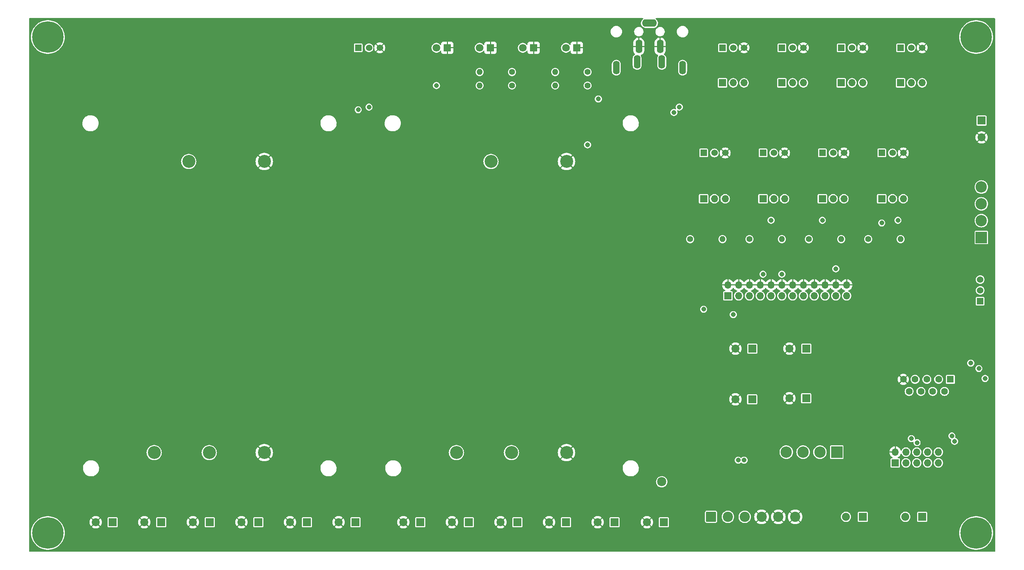
<source format=gbr>
%TF.GenerationSoftware,KiCad,Pcbnew,7.0.10-7.0.10~ubuntu22.04.1*%
%TF.CreationDate,2024-01-18T15:24:53-05:00*%
%TF.ProjectId,power-board,706f7765-722d-4626-9f61-72642e6b6963,rev?*%
%TF.SameCoordinates,Original*%
%TF.FileFunction,Copper,L2,Inr*%
%TF.FilePolarity,Positive*%
%FSLAX46Y46*%
G04 Gerber Fmt 4.6, Leading zero omitted, Abs format (unit mm)*
G04 Created by KiCad (PCBNEW 7.0.10-7.0.10~ubuntu22.04.1) date 2024-01-18 15:24:53*
%MOMM*%
%LPD*%
G01*
G04 APERTURE LIST*
G04 Aperture macros list*
%AMRoundRect*
0 Rectangle with rounded corners*
0 $1 Rounding radius*
0 $2 $3 $4 $5 $6 $7 $8 $9 X,Y pos of 4 corners*
0 Add a 4 corners polygon primitive as box body*
4,1,4,$2,$3,$4,$5,$6,$7,$8,$9,$2,$3,0*
0 Add four circle primitives for the rounded corners*
1,1,$1+$1,$2,$3*
1,1,$1+$1,$4,$5*
1,1,$1+$1,$6,$7*
1,1,$1+$1,$8,$9*
0 Add four rect primitives between the rounded corners*
20,1,$1+$1,$2,$3,$4,$5,0*
20,1,$1+$1,$4,$5,$6,$7,0*
20,1,$1+$1,$6,$7,$8,$9,0*
20,1,$1+$1,$8,$9,$2,$3,0*%
G04 Aperture macros list end*
%TA.AperFunction,ComponentPad*%
%ADD10R,1.524000X1.524000*%
%TD*%
%TA.AperFunction,ComponentPad*%
%ADD11C,1.524000*%
%TD*%
%TA.AperFunction,ComponentPad*%
%ADD12C,1.400000*%
%TD*%
%TA.AperFunction,ComponentPad*%
%ADD13O,1.400000X1.400000*%
%TD*%
%TA.AperFunction,ComponentPad*%
%ADD14C,7.400000*%
%TD*%
%TA.AperFunction,ComponentPad*%
%ADD15R,1.870000X1.870000*%
%TD*%
%TA.AperFunction,ComponentPad*%
%ADD16C,1.870000*%
%TD*%
%TA.AperFunction,ComponentPad*%
%ADD17C,3.048000*%
%TD*%
%TA.AperFunction,ComponentPad*%
%ADD18R,1.800000X1.800000*%
%TD*%
%TA.AperFunction,ComponentPad*%
%ADD19C,1.800000*%
%TD*%
%TA.AperFunction,ComponentPad*%
%ADD20R,2.670000X2.670000*%
%TD*%
%TA.AperFunction,ComponentPad*%
%ADD21C,2.670000*%
%TD*%
%TA.AperFunction,ComponentPad*%
%ADD22R,1.700000X1.700000*%
%TD*%
%TA.AperFunction,ComponentPad*%
%ADD23O,1.700000X1.700000*%
%TD*%
%TA.AperFunction,ComponentPad*%
%ADD24RoundRect,0.250001X-0.949999X-0.949999X0.949999X-0.949999X0.949999X0.949999X-0.949999X0.949999X0*%
%TD*%
%TA.AperFunction,ComponentPad*%
%ADD25C,2.400000*%
%TD*%
%TA.AperFunction,ComponentPad*%
%ADD26O,1.600000X3.200000*%
%TD*%
%TA.AperFunction,ComponentPad*%
%ADD27O,3.500000X1.750000*%
%TD*%
%TA.AperFunction,ComponentPad*%
%ADD28R,1.600000X1.600000*%
%TD*%
%TA.AperFunction,ComponentPad*%
%ADD29C,1.600000*%
%TD*%
%TA.AperFunction,ViaPad*%
%ADD30C,1.143000*%
%TD*%
%TA.AperFunction,ViaPad*%
%ADD31C,2.159000*%
%TD*%
G04 APERTURE END LIST*
D10*
%TO.N,/HV_MON+*%
%TO.C,TP1*%
X98425000Y-25400000D03*
D11*
%TO.N,/HV_MON-*%
X100965000Y-25400000D03*
%TO.N,GND*%
X103505000Y-25400000D03*
%TD*%
D12*
%TO.N,+5V*%
%TO.C,R7*%
X204470000Y-70485000D03*
D13*
%TO.N,/GPIO_IN_2*%
X212090000Y-70485000D03*
%TD*%
D14*
%TO.N,N/C*%
%TO.C,H4*%
X243840000Y-139700000D03*
%TD*%
D15*
%TO.N,+5V*%
%TO.C,J14*%
X191176500Y-96264000D03*
D16*
%TO.N,GND*%
X187216500Y-96264000D03*
%TD*%
D12*
%TO.N,+6V*%
%TO.C,R3*%
X134620000Y-34290000D03*
D13*
%TO.N,Net-(D1-A)*%
X127000000Y-34290000D03*
%TD*%
D12*
%TO.N,+5V*%
%TO.C,R1*%
X134620000Y-31115000D03*
D13*
%TO.N,Net-(D2-A)*%
X127000000Y-31115000D03*
%TD*%
D14*
%TO.N,N/C*%
%TO.C,H3*%
X25400000Y-139700000D03*
%TD*%
D15*
%TO.N,+12V*%
%TO.C,J6*%
X245110000Y-42545000D03*
D16*
%TO.N,GND*%
X245110000Y-46505000D03*
%TD*%
D15*
%TO.N,Net-(J23-Pin_1)*%
%TO.C,J22*%
X217170000Y-135890000D03*
D16*
%TO.N,+12V*%
X213210000Y-135890000D03*
%TD*%
D15*
%TO.N,+12V*%
%TO.C,J17*%
X191135000Y-108204000D03*
D16*
%TO.N,GND*%
X187175000Y-108204000D03*
%TD*%
D10*
%TO.N,+5V*%
%TO.C,J7*%
X179705000Y-50165000D03*
D11*
%TO.N,Net-(J8-Pin_2)*%
X182245000Y-50165000D03*
%TO.N,GND*%
X184785000Y-50165000D03*
%TD*%
D10*
%TO.N,+5V*%
%TO.C,J1*%
X184150000Y-25376500D03*
D11*
%TO.N,Net-(J2-Pin_2)*%
X186690000Y-25376500D03*
%TO.N,GND*%
X189230000Y-25376500D03*
%TD*%
D10*
%TO.N,/TS_1*%
%TO.C,J12*%
X244797500Y-85090000D03*
D11*
%TO.N,/TS_2*%
X244797500Y-82550000D03*
%TO.N,/TS_3*%
X244797500Y-80010000D03*
%TD*%
D17*
%TO.N,+12V*%
%TO.C,U1*%
X58547000Y-52197000D03*
%TO.N,GND*%
X76327000Y-52197000D03*
%TO.N,+6V*%
X50419000Y-120777000D03*
%TO.N,unconnected-(U1-T{slash}C-Pad4)*%
X63373000Y-120777000D03*
%TO.N,GND*%
X76327000Y-120777000D03*
%TD*%
D12*
%TO.N,+5V*%
%TO.C,R8*%
X218440000Y-70485000D03*
D13*
%TO.N,/GPIO_IN_3*%
X226060000Y-70485000D03*
%TD*%
D11*
%TO.N,GND*%
%TO.C,J9*%
X212725000Y-50165000D03*
%TO.N,Net-(J10-Pin_2)*%
X210185000Y-50165000D03*
D10*
%TO.N,+5V*%
X207645000Y-50165000D03*
%TD*%
%TO.N,+5V*%
%TO.C,J2*%
X198120000Y-25376500D03*
D11*
%TO.N,Net-(J3-Pin_2)*%
X200660000Y-25376500D03*
%TO.N,GND*%
X203200000Y-25376500D03*
%TD*%
D18*
%TO.N,GND*%
%TO.C,D4*%
X149860000Y-25400000D03*
D19*
%TO.N,Net-(D4-A)*%
X147320000Y-25400000D03*
%TD*%
D15*
%TO.N,+12V*%
%TO.C,J18*%
X203835000Y-107950000D03*
D16*
%TO.N,GND*%
X199875000Y-107950000D03*
%TD*%
D20*
%TO.N,/FAN+*%
%TO.C,J11*%
X245062500Y-70075000D03*
D21*
%TO.N,/FAN-*%
X245062500Y-66115000D03*
%TO.N,/TEC+*%
X245062500Y-62155000D03*
%TO.N,/TEC-*%
X245062500Y-58195000D03*
%TD*%
D15*
%TO.N,+5V*%
%TO.C,J31*%
X124460000Y-137160000D03*
D16*
%TO.N,GND*%
X120500000Y-137160000D03*
%TD*%
D18*
%TO.N,GND*%
%TO.C,D3*%
X139700000Y-25400000D03*
D19*
%TO.N,Net-(D3-A)*%
X137160000Y-25400000D03*
%TD*%
D22*
%TO.N,/GPIO_OUT_0*%
%TO.C,JP1*%
X184135000Y-33655000D03*
D23*
%TO.N,Net-(J2-Pin_2)*%
X186675000Y-33655000D03*
%TO.N,/GPIO_IN_0*%
X189215000Y-33655000D03*
%TD*%
D15*
%TO.N,+5VL*%
%TO.C,J25*%
X52070000Y-137160000D03*
D16*
%TO.N,GND*%
X48110000Y-137160000D03*
%TD*%
D22*
%TO.N,/GPIO_OUT_6*%
%TO.C,JP7*%
X207645000Y-60960000D03*
D23*
%TO.N,Net-(J10-Pin_2)*%
X210185000Y-60960000D03*
%TO.N,/GPIO_IN_2*%
X212725000Y-60960000D03*
%TD*%
D17*
%TO.N,+12V*%
%TO.C,U2*%
X129667000Y-52197000D03*
%TO.N,GND*%
X147447000Y-52197000D03*
%TO.N,+5V*%
X121539000Y-120777000D03*
%TO.N,unconnected-(U2-T{slash}C-Pad4)*%
X134493000Y-120777000D03*
%TO.N,GND*%
X147447000Y-120777000D03*
%TD*%
D22*
%TO.N,/GPIO_OUT_3*%
%TO.C,JP4*%
X226060000Y-33655000D03*
D23*
%TO.N,Net-(J5-Pin_2)*%
X228600000Y-33655000D03*
%TO.N,/GPIO_IN_3*%
X231140000Y-33655000D03*
%TD*%
D15*
%TO.N,+5V*%
%TO.C,J23*%
X231140000Y-135890000D03*
D16*
%TO.N,+5VL*%
X227180000Y-135890000D03*
%TD*%
D15*
%TO.N,+5V*%
%TO.C,J32*%
X135890000Y-137160000D03*
D16*
%TO.N,GND*%
X131930000Y-137160000D03*
%TD*%
D24*
%TO.N,+12V*%
%TO.C,J21*%
X181460000Y-135890000D03*
D25*
X185420000Y-135890000D03*
X189380000Y-135890000D03*
%TO.N,GND*%
X193340000Y-135890000D03*
X197300000Y-135890000D03*
X201260000Y-135890000D03*
%TD*%
D12*
%TO.N,+5V*%
%TO.C,R5*%
X176530000Y-70485000D03*
D13*
%TO.N,/GPIO_IN_0*%
X184150000Y-70485000D03*
%TD*%
D15*
%TO.N,+5VL*%
%TO.C,J24*%
X40640000Y-137160000D03*
D16*
%TO.N,GND*%
X36680000Y-137160000D03*
%TD*%
D12*
%TO.N,+12V*%
%TO.C,R4*%
X152400000Y-34290000D03*
D13*
%TO.N,Net-(D3-A)*%
X144780000Y-34290000D03*
%TD*%
D22*
%TO.N,/GPIO_OUT_0*%
%TO.C,J13*%
X185420000Y-83820000D03*
D23*
%TO.N,GND*%
X185420000Y-81280000D03*
%TO.N,/GPIO_OUT_1*%
X187960000Y-83820000D03*
%TO.N,GND*%
X187960000Y-81280000D03*
%TO.N,/GPIO_OUT_2*%
X190500000Y-83820000D03*
%TO.N,GND*%
X190500000Y-81280000D03*
%TO.N,/GPIO_OUT_3*%
X193040000Y-83820000D03*
%TO.N,GND*%
X193040000Y-81280000D03*
%TO.N,/GPIO_OUT_4*%
X195580000Y-83820000D03*
%TO.N,GND*%
X195580000Y-81280000D03*
%TO.N,/GPIO_OUT_5*%
X198120000Y-83820000D03*
%TO.N,GND*%
X198120000Y-81280000D03*
%TO.N,/GPIO_OUT_6*%
X200660000Y-83820000D03*
%TO.N,GND*%
X200660000Y-81280000D03*
%TO.N,/GPIO_OUT_7*%
X203200000Y-83820000D03*
%TO.N,GND*%
X203200000Y-81280000D03*
%TO.N,/GPIO_IN_0*%
X205740000Y-83820000D03*
%TO.N,GND*%
X205740000Y-81280000D03*
%TO.N,/GPIO_IN_1*%
X208280000Y-83820000D03*
%TO.N,GND*%
X208280000Y-81280000D03*
%TO.N,/GPIO_IN_2*%
X210820000Y-83820000D03*
%TO.N,GND*%
X210820000Y-81280000D03*
%TO.N,/GPIO_IN_3*%
X213360000Y-83820000D03*
%TO.N,GND*%
X213360000Y-81280000D03*
%TD*%
D15*
%TO.N,+5V*%
%TO.C,J15*%
X203876500Y-96264000D03*
D16*
%TO.N,GND*%
X199916500Y-96264000D03*
%TD*%
D22*
%TO.N,+6V*%
%TO.C,J20*%
X224790000Y-123190000D03*
D23*
%TO.N,GND*%
X224790000Y-120650000D03*
%TO.N,/HV_MON+*%
X227330000Y-123190000D03*
%TO.N,/HV_MON-*%
X227330000Y-120650000D03*
%TO.N,/TS_1*%
X229870000Y-123190000D03*
%TO.N,/TS_2*%
X229870000Y-120650000D03*
%TO.N,/TS_3*%
X232410000Y-123190000D03*
%TO.N,unconnected-(J21-Pin_8-Pad8)*%
X232410000Y-120650000D03*
%TO.N,unconnected-(J21-Pin_9-Pad9)*%
X234950000Y-123190000D03*
%TO.N,unconnected-(J21-Pin_10-Pad10)*%
X234950000Y-120650000D03*
%TD*%
D22*
%TO.N,/GPIO_OUT_2*%
%TO.C,JP3*%
X212090000Y-33655000D03*
D23*
%TO.N,Net-(J4-Pin_2)*%
X214630000Y-33655000D03*
%TO.N,/GPIO_IN_2*%
X217170000Y-33655000D03*
%TD*%
D14*
%TO.N,N/C*%
%TO.C,H1*%
X25400000Y-22860000D03*
%TD*%
D10*
%TO.N,+5V*%
%TO.C,J3*%
X212090000Y-25376500D03*
D11*
%TO.N,Net-(J4-Pin_2)*%
X214630000Y-25376500D03*
%TO.N,GND*%
X217170000Y-25376500D03*
%TD*%
D15*
%TO.N,+5VL*%
%TO.C,J29*%
X97790000Y-137160000D03*
D16*
%TO.N,GND*%
X93830000Y-137160000D03*
%TD*%
D12*
%TO.N,+5V*%
%TO.C,R6*%
X190500000Y-70485000D03*
D13*
%TO.N,/GPIO_IN_1*%
X198120000Y-70485000D03*
%TD*%
D15*
%TO.N,+5V*%
%TO.C,J30*%
X113030000Y-137160000D03*
D16*
%TO.N,GND*%
X109070000Y-137160000D03*
%TD*%
D26*
%TO.N,Net-(J23-Pin_1)*%
%TO.C,J5*%
X169865000Y-28740000D03*
X164065000Y-28740000D03*
%TO.N,GND*%
X169465000Y-25090000D03*
X164465000Y-25090000D03*
D27*
%TO.N,N/C*%
X166965000Y-19590000D03*
D26*
X174765000Y-30090000D03*
X159165000Y-30090000D03*
%TD*%
D15*
%TO.N,+5VL*%
%TO.C,J27*%
X74930000Y-137160000D03*
D16*
%TO.N,GND*%
X70970000Y-137160000D03*
%TD*%
D15*
%TO.N,+5V*%
%TO.C,J34*%
X158750000Y-137160000D03*
D16*
%TO.N,GND*%
X154790000Y-137160000D03*
%TD*%
D22*
%TO.N,/GPIO_OUT_4*%
%TO.C,JP5*%
X179705000Y-60960000D03*
D23*
%TO.N,Net-(J8-Pin_2)*%
X182245000Y-60960000D03*
%TO.N,/GPIO_IN_0*%
X184785000Y-60960000D03*
%TD*%
D15*
%TO.N,+5VL*%
%TO.C,J28*%
X86360000Y-137160000D03*
D16*
%TO.N,GND*%
X82400000Y-137160000D03*
%TD*%
D20*
%TO.N,/FAN+*%
%TO.C,J19*%
X211045000Y-120650000D03*
D21*
%TO.N,/FAN-*%
X207085000Y-120650000D03*
%TO.N,/TEC+*%
X203125000Y-120650000D03*
%TO.N,/TEC-*%
X199165000Y-120650000D03*
%TD*%
D18*
%TO.N,GND*%
%TO.C,D2*%
X129540000Y-25400000D03*
D19*
%TO.N,Net-(D2-A)*%
X127000000Y-25400000D03*
%TD*%
D15*
%TO.N,+5V*%
%TO.C,J35*%
X170330000Y-137160000D03*
D16*
%TO.N,GND*%
X166370000Y-137160000D03*
%TD*%
D28*
%TO.N,/TS_2*%
%TO.C,J16*%
X237775000Y-103505000D03*
D29*
%TO.N,/TS_1*%
X235005000Y-103505000D03*
%TO.N,/TS_3*%
X232235000Y-103505000D03*
%TO.N,+6V*%
X229465000Y-103505000D03*
%TO.N,GND*%
X226695000Y-103505000D03*
%TO.N,/FAN+*%
X236390000Y-106345000D03*
%TO.N,/FAN-*%
X233620000Y-106345000D03*
%TO.N,/TEC+*%
X230850000Y-106345000D03*
%TO.N,/TEC-*%
X228080000Y-106345000D03*
%TD*%
D22*
%TO.N,/GPIO_OUT_1*%
%TO.C,JP2*%
X198120000Y-33655000D03*
D23*
%TO.N,Net-(J3-Pin_2)*%
X200660000Y-33655000D03*
%TO.N,/GPIO_IN_1*%
X203200000Y-33655000D03*
%TD*%
D14*
%TO.N,N/C*%
%TO.C,H2*%
X243840000Y-22860000D03*
%TD*%
D18*
%TO.N,GND*%
%TO.C,D1*%
X119380000Y-25400000D03*
D19*
%TO.N,Net-(D1-A)*%
X116840000Y-25400000D03*
%TD*%
D10*
%TO.N,+5V*%
%TO.C,J4*%
X226060000Y-25376500D03*
D11*
%TO.N,Net-(J5-Pin_2)*%
X228600000Y-25376500D03*
%TO.N,GND*%
X231140000Y-25376500D03*
%TD*%
D22*
%TO.N,/GPIO_OUT_7*%
%TO.C,JP8*%
X221615000Y-60960000D03*
D23*
%TO.N,Net-(J11-Pin_2)*%
X224155000Y-60960000D03*
%TO.N,/GPIO_IN_3*%
X226695000Y-60960000D03*
%TD*%
D10*
%TO.N,+5V*%
%TO.C,J10*%
X221615000Y-50165000D03*
D11*
%TO.N,Net-(J11-Pin_2)*%
X224155000Y-50165000D03*
%TO.N,GND*%
X226695000Y-50165000D03*
%TD*%
D23*
%TO.N,/GPIO_IN_1*%
%TO.C,JP6*%
X198755000Y-60960000D03*
%TO.N,Net-(J9-Pin_2)*%
X196215000Y-60960000D03*
D22*
%TO.N,/GPIO_OUT_5*%
X193675000Y-60960000D03*
%TD*%
D12*
%TO.N,Net-(J23-Pin_1)*%
%TO.C,R2*%
X152400000Y-31115000D03*
D13*
%TO.N,Net-(D4-A)*%
X144780000Y-31115000D03*
%TD*%
D15*
%TO.N,+5V*%
%TO.C,J33*%
X147320000Y-137160000D03*
D16*
%TO.N,GND*%
X143360000Y-137160000D03*
%TD*%
D10*
%TO.N,+5V*%
%TO.C,J8*%
X193675000Y-50165000D03*
D11*
%TO.N,Net-(J9-Pin_2)*%
X196215000Y-50165000D03*
%TO.N,GND*%
X198755000Y-50165000D03*
%TD*%
D15*
%TO.N,+5VL*%
%TO.C,J26*%
X63500000Y-137160000D03*
D16*
%TO.N,GND*%
X59540000Y-137160000D03*
%TD*%
D30*
%TO.N,/GPIO_OUT_7*%
X221615000Y-66675000D03*
X207645000Y-66040000D03*
%TO.N,/GPIO_IN_1*%
X198120000Y-78740000D03*
%TO.N,/GPIO_OUT_3*%
X225425000Y-66040000D03*
X195580000Y-66040000D03*
%TO.N,/GPIO_OUT_5*%
X193675000Y-78740000D03*
%TO.N,/GPIO_IN_0*%
X186690000Y-88265000D03*
%TO.N,/GPIO_OUT_2*%
X210820000Y-77470000D03*
%TO.N,/GPIO_OUT_4*%
X179705000Y-86995000D03*
%TO.N,Net-(D1-A)*%
X116840000Y-34290000D03*
%TO.N,+12V*%
X152400000Y-48260000D03*
%TO.N,+5V*%
X154940000Y-37465000D03*
%TO.N,/HV_MON-*%
X173990000Y-39370000D03*
X100965000Y-39370000D03*
X189230000Y-122555000D03*
%TO.N,/HV_MON+*%
X98425000Y-40005000D03*
X172720000Y-40640000D03*
X187836997Y-122555000D03*
%TO.N,/TS_3*%
X242570000Y-99695000D03*
%TO.N,/TS_2*%
X245940500Y-103309500D03*
%TO.N,/TS_1*%
X244475000Y-100965000D03*
X238125000Y-116840000D03*
X228600000Y-117475000D03*
%TO.N,/TS_2*%
X238760000Y-118110000D03*
X229924387Y-118427500D03*
D31*
%TO.N,Net-(J23-Pin_1)*%
X169865000Y-127635000D03*
%TD*%
%TA.AperFunction,Conductor*%
%TO.N,GND*%
G36*
X187460000Y-81208111D02*
G01*
X187460000Y-81351889D01*
X187476182Y-81407000D01*
X185903818Y-81407000D01*
X185920000Y-81351889D01*
X185920000Y-81208111D01*
X185903818Y-81153000D01*
X187476182Y-81153000D01*
X187460000Y-81208111D01*
G37*
%TD.AperFunction*%
%TA.AperFunction,Conductor*%
G36*
X190000000Y-81208111D02*
G01*
X190000000Y-81351889D01*
X190016182Y-81407000D01*
X188443818Y-81407000D01*
X188460000Y-81351889D01*
X188460000Y-81208111D01*
X188443818Y-81153000D01*
X190016182Y-81153000D01*
X190000000Y-81208111D01*
G37*
%TD.AperFunction*%
%TA.AperFunction,Conductor*%
G36*
X192540000Y-81208111D02*
G01*
X192540000Y-81351889D01*
X192556182Y-81407000D01*
X190983818Y-81407000D01*
X191000000Y-81351889D01*
X191000000Y-81208111D01*
X190983818Y-81153000D01*
X192556182Y-81153000D01*
X192540000Y-81208111D01*
G37*
%TD.AperFunction*%
%TA.AperFunction,Conductor*%
G36*
X195080000Y-81208111D02*
G01*
X195080000Y-81351889D01*
X195096182Y-81407000D01*
X193523818Y-81407000D01*
X193540000Y-81351889D01*
X193540000Y-81208111D01*
X193523818Y-81153000D01*
X195096182Y-81153000D01*
X195080000Y-81208111D01*
G37*
%TD.AperFunction*%
%TA.AperFunction,Conductor*%
G36*
X197620000Y-81208111D02*
G01*
X197620000Y-81351889D01*
X197636182Y-81407000D01*
X196063818Y-81407000D01*
X196080000Y-81351889D01*
X196080000Y-81208111D01*
X196063818Y-81153000D01*
X197636182Y-81153000D01*
X197620000Y-81208111D01*
G37*
%TD.AperFunction*%
%TA.AperFunction,Conductor*%
G36*
X200160000Y-81208111D02*
G01*
X200160000Y-81351889D01*
X200176182Y-81407000D01*
X198603818Y-81407000D01*
X198620000Y-81351889D01*
X198620000Y-81208111D01*
X198603818Y-81153000D01*
X200176182Y-81153000D01*
X200160000Y-81208111D01*
G37*
%TD.AperFunction*%
%TA.AperFunction,Conductor*%
G36*
X202700000Y-81208111D02*
G01*
X202700000Y-81351889D01*
X202716182Y-81407000D01*
X201143818Y-81407000D01*
X201160000Y-81351889D01*
X201160000Y-81208111D01*
X201143818Y-81153000D01*
X202716182Y-81153000D01*
X202700000Y-81208111D01*
G37*
%TD.AperFunction*%
%TA.AperFunction,Conductor*%
G36*
X205240000Y-81208111D02*
G01*
X205240000Y-81351889D01*
X205256182Y-81407000D01*
X203683818Y-81407000D01*
X203700000Y-81351889D01*
X203700000Y-81208111D01*
X203683818Y-81153000D01*
X205256182Y-81153000D01*
X205240000Y-81208111D01*
G37*
%TD.AperFunction*%
%TA.AperFunction,Conductor*%
G36*
X207780000Y-81208111D02*
G01*
X207780000Y-81351889D01*
X207796182Y-81407000D01*
X206223818Y-81407000D01*
X206240000Y-81351889D01*
X206240000Y-81208111D01*
X206223818Y-81153000D01*
X207796182Y-81153000D01*
X207780000Y-81208111D01*
G37*
%TD.AperFunction*%
%TA.AperFunction,Conductor*%
G36*
X210320000Y-81208111D02*
G01*
X210320000Y-81351889D01*
X210336182Y-81407000D01*
X208763818Y-81407000D01*
X208780000Y-81351889D01*
X208780000Y-81208111D01*
X208763818Y-81153000D01*
X210336182Y-81153000D01*
X210320000Y-81208111D01*
G37*
%TD.AperFunction*%
%TA.AperFunction,Conductor*%
G36*
X212860000Y-81208111D02*
G01*
X212860000Y-81351889D01*
X212876182Y-81407000D01*
X211303818Y-81407000D01*
X211320000Y-81351889D01*
X211320000Y-81208111D01*
X211303818Y-81153000D01*
X212876182Y-81153000D01*
X212860000Y-81208111D01*
G37*
%TD.AperFunction*%
%TA.AperFunction,Conductor*%
G36*
X165460366Y-18435502D02*
G01*
X165506859Y-18489158D01*
X165516963Y-18559432D01*
X165487469Y-18624012D01*
X165470135Y-18640540D01*
X165396925Y-18698114D01*
X165307010Y-18768824D01*
X165307004Y-18768829D01*
X165188579Y-18905500D01*
X165165751Y-18931845D01*
X165165750Y-18931846D01*
X165165749Y-18931846D01*
X165057899Y-19118650D01*
X165057895Y-19118659D01*
X164987347Y-19322496D01*
X164987344Y-19322504D01*
X164956646Y-19536010D01*
X164966909Y-19751465D01*
X164966912Y-19751481D01*
X165017764Y-19961098D01*
X165017768Y-19961111D01*
X165090215Y-20119745D01*
X165107375Y-20157319D01*
X165220440Y-20316097D01*
X165232499Y-20333031D01*
X165232500Y-20333032D01*
X165388613Y-20481886D01*
X165388614Y-20481887D01*
X165423759Y-20504473D01*
X165570079Y-20598506D01*
X165570081Y-20598507D01*
X165570087Y-20598510D01*
X165770333Y-20678676D01*
X165770336Y-20678677D01*
X165982146Y-20719500D01*
X165982150Y-20719500D01*
X167893807Y-20719500D01*
X167893809Y-20719500D01*
X168054732Y-20704134D01*
X168261702Y-20643362D01*
X168453432Y-20544518D01*
X168622990Y-20411176D01*
X168764249Y-20248155D01*
X168872103Y-20061346D01*
X168942654Y-19857501D01*
X168973353Y-19643988D01*
X168972497Y-19626022D01*
X168963090Y-19428534D01*
X168963089Y-19428530D01*
X168963089Y-19428524D01*
X168912234Y-19218896D01*
X168912232Y-19218892D01*
X168912231Y-19218888D01*
X168866453Y-19118650D01*
X168822625Y-19022681D01*
X168697502Y-18846970D01*
X168615550Y-18768829D01*
X168541386Y-18698113D01*
X168541385Y-18698112D01*
X168462627Y-18647498D01*
X168416134Y-18593843D01*
X168406029Y-18523569D01*
X168435522Y-18458988D01*
X168495248Y-18420604D01*
X168530747Y-18415500D01*
X248158500Y-18415500D01*
X248226621Y-18435502D01*
X248273114Y-18489158D01*
X248284500Y-18541500D01*
X248284500Y-144018500D01*
X248264498Y-144086621D01*
X248210842Y-144133114D01*
X248158500Y-144144500D01*
X21081500Y-144144500D01*
X21013379Y-144124498D01*
X20966886Y-144070842D01*
X20955500Y-144018500D01*
X20955500Y-139700005D01*
X21440418Y-139700005D01*
X21460731Y-140100572D01*
X21460733Y-140100590D01*
X21521471Y-140497059D01*
X21622008Y-140885357D01*
X21761313Y-141261490D01*
X21877516Y-141498384D01*
X21937953Y-141621593D01*
X22150120Y-141961983D01*
X22395635Y-142279163D01*
X22395639Y-142279167D01*
X22395641Y-142279170D01*
X22635696Y-142531707D01*
X22671979Y-142569876D01*
X22976316Y-142831141D01*
X22976321Y-142831144D01*
X22976324Y-142831147D01*
X23169522Y-142965617D01*
X23305524Y-143060277D01*
X23656223Y-143254931D01*
X23901951Y-143360381D01*
X24024813Y-143413105D01*
X24024815Y-143413105D01*
X24024816Y-143413106D01*
X24407521Y-143533181D01*
X24727775Y-143598994D01*
X24800403Y-143613920D01*
X24800406Y-143613920D01*
X24800409Y-143613921D01*
X24839659Y-143617912D01*
X25199431Y-143654499D01*
X25199449Y-143654499D01*
X25199450Y-143654500D01*
X25199451Y-143654500D01*
X25600549Y-143654500D01*
X25600550Y-143654500D01*
X25600551Y-143654499D01*
X25600568Y-143654499D01*
X25921090Y-143621903D01*
X25999591Y-143613921D01*
X26392479Y-143533181D01*
X26775184Y-143413106D01*
X27143777Y-143254931D01*
X27494476Y-143060277D01*
X27823684Y-142831141D01*
X28128021Y-142569876D01*
X28404365Y-142279163D01*
X28649880Y-141961983D01*
X28862047Y-141621593D01*
X29038689Y-141261484D01*
X29177993Y-140885353D01*
X29278529Y-140497058D01*
X29339267Y-140100584D01*
X29359582Y-139700005D01*
X239880418Y-139700005D01*
X239900731Y-140100572D01*
X239900733Y-140100590D01*
X239961471Y-140497059D01*
X240062008Y-140885357D01*
X240201313Y-141261490D01*
X240317516Y-141498384D01*
X240377953Y-141621593D01*
X240590120Y-141961983D01*
X240835635Y-142279163D01*
X240835639Y-142279167D01*
X240835641Y-142279170D01*
X241075696Y-142531707D01*
X241111979Y-142569876D01*
X241416316Y-142831141D01*
X241416321Y-142831144D01*
X241416324Y-142831147D01*
X241609522Y-142965617D01*
X241745524Y-143060277D01*
X242096223Y-143254931D01*
X242341951Y-143360381D01*
X242464813Y-143413105D01*
X242464815Y-143413105D01*
X242464816Y-143413106D01*
X242847521Y-143533181D01*
X243167775Y-143598994D01*
X243240403Y-143613920D01*
X243240406Y-143613920D01*
X243240409Y-143613921D01*
X243279659Y-143617912D01*
X243639431Y-143654499D01*
X243639449Y-143654499D01*
X243639450Y-143654500D01*
X243639451Y-143654500D01*
X244040549Y-143654500D01*
X244040550Y-143654500D01*
X244040551Y-143654499D01*
X244040568Y-143654499D01*
X244361090Y-143621903D01*
X244439591Y-143613921D01*
X244832479Y-143533181D01*
X245215184Y-143413106D01*
X245583777Y-143254931D01*
X245934476Y-143060277D01*
X246263684Y-142831141D01*
X246568021Y-142569876D01*
X246844365Y-142279163D01*
X247089880Y-141961983D01*
X247302047Y-141621593D01*
X247478689Y-141261484D01*
X247617993Y-140885353D01*
X247718529Y-140497058D01*
X247779267Y-140100584D01*
X247799582Y-139700000D01*
X247779267Y-139299416D01*
X247718529Y-138902942D01*
X247617993Y-138514647D01*
X247478689Y-138138516D01*
X247469642Y-138120073D01*
X247425254Y-138029582D01*
X247302047Y-137778407D01*
X247089880Y-137438017D01*
X246844365Y-137120837D01*
X246844359Y-137120831D01*
X246844358Y-137120829D01*
X246568018Y-136830121D01*
X246420021Y-136703070D01*
X246263684Y-136568859D01*
X246263679Y-136568855D01*
X246263675Y-136568852D01*
X245934476Y-136339723D01*
X245810039Y-136270655D01*
X245583777Y-136145069D01*
X245549182Y-136130223D01*
X245215186Y-135986894D01*
X245056145Y-135936995D01*
X244832479Y-135866819D01*
X244759845Y-135851892D01*
X244439596Y-135786079D01*
X244439589Y-135786078D01*
X244040568Y-135745500D01*
X244040550Y-135745500D01*
X243639450Y-135745500D01*
X243639431Y-135745500D01*
X243240410Y-135786078D01*
X243240403Y-135786079D01*
X242856103Y-135865055D01*
X242847521Y-135866819D01*
X242703373Y-135912045D01*
X242464813Y-135986894D01*
X242096229Y-136145066D01*
X242096225Y-136145067D01*
X242096223Y-136145069D01*
X241997390Y-136199926D01*
X241745523Y-136339723D01*
X241416324Y-136568852D01*
X241111981Y-136830121D01*
X240835641Y-137120829D01*
X240835637Y-137120834D01*
X240835635Y-137120837D01*
X240774046Y-137200404D01*
X240590122Y-137438013D01*
X240590118Y-137438020D01*
X240377953Y-137778406D01*
X240377953Y-137778407D01*
X240201313Y-138138509D01*
X240062008Y-138514642D01*
X239961471Y-138902940D01*
X239900733Y-139299409D01*
X239900731Y-139299427D01*
X239880418Y-139699994D01*
X239880418Y-139700005D01*
X29359582Y-139700005D01*
X29359582Y-139700000D01*
X29339267Y-139299416D01*
X29278529Y-138902942D01*
X29177993Y-138514647D01*
X29038689Y-138138516D01*
X29029642Y-138120073D01*
X28985254Y-138029582D01*
X28862047Y-137778407D01*
X28649880Y-137438017D01*
X28434679Y-137160000D01*
X35232055Y-137160000D01*
X35251804Y-137398329D01*
X35310508Y-137630145D01*
X35406570Y-137849145D01*
X35537367Y-138049345D01*
X35572684Y-138087710D01*
X36060215Y-137600178D01*
X36123433Y-137685094D01*
X36238203Y-137781399D01*
X35752744Y-138266858D01*
X35888053Y-138372172D01*
X36098367Y-138485988D01*
X36098369Y-138485990D01*
X36324551Y-138563637D01*
X36560434Y-138603000D01*
X36799566Y-138603000D01*
X37035448Y-138563637D01*
X37035449Y-138563637D01*
X37261630Y-138485990D01*
X37261632Y-138485988D01*
X37471948Y-138372171D01*
X37471958Y-138372165D01*
X37607253Y-138266859D01*
X37607254Y-138266858D01*
X37460459Y-138120063D01*
X39450500Y-138120063D01*
X39450501Y-138120073D01*
X39465265Y-138194300D01*
X39521516Y-138278484D01*
X39605697Y-138334733D01*
X39605699Y-138334734D01*
X39679933Y-138349500D01*
X41600066Y-138349499D01*
X41600069Y-138349498D01*
X41600073Y-138349498D01*
X41649326Y-138339701D01*
X41674301Y-138334734D01*
X41758484Y-138278484D01*
X41814734Y-138194301D01*
X41829500Y-138120067D01*
X41829499Y-137160000D01*
X46662055Y-137160000D01*
X46681804Y-137398329D01*
X46740508Y-137630145D01*
X46836570Y-137849145D01*
X46967367Y-138049345D01*
X47002684Y-138087710D01*
X47490215Y-137600178D01*
X47553433Y-137685094D01*
X47668203Y-137781399D01*
X47182744Y-138266858D01*
X47318053Y-138372172D01*
X47528367Y-138485988D01*
X47528369Y-138485990D01*
X47754551Y-138563637D01*
X47990434Y-138603000D01*
X48229566Y-138603000D01*
X48465448Y-138563637D01*
X48465449Y-138563637D01*
X48691630Y-138485990D01*
X48691632Y-138485988D01*
X48901948Y-138372171D01*
X48901958Y-138372165D01*
X49037253Y-138266859D01*
X49037254Y-138266858D01*
X48890459Y-138120063D01*
X50880500Y-138120063D01*
X50880501Y-138120073D01*
X50895265Y-138194300D01*
X50951516Y-138278484D01*
X51035697Y-138334733D01*
X51035699Y-138334734D01*
X51109933Y-138349500D01*
X53030066Y-138349499D01*
X53030069Y-138349498D01*
X53030073Y-138349498D01*
X53079326Y-138339701D01*
X53104301Y-138334734D01*
X53188484Y-138278484D01*
X53244734Y-138194301D01*
X53259500Y-138120067D01*
X53259499Y-137160000D01*
X58092055Y-137160000D01*
X58111804Y-137398329D01*
X58170508Y-137630145D01*
X58266570Y-137849145D01*
X58397367Y-138049345D01*
X58432684Y-138087710D01*
X58920215Y-137600178D01*
X58983433Y-137685094D01*
X59098203Y-137781399D01*
X58612744Y-138266858D01*
X58748053Y-138372172D01*
X58958367Y-138485988D01*
X58958369Y-138485990D01*
X59184551Y-138563637D01*
X59420434Y-138603000D01*
X59659566Y-138603000D01*
X59895448Y-138563637D01*
X59895449Y-138563637D01*
X60121630Y-138485990D01*
X60121632Y-138485988D01*
X60331948Y-138372171D01*
X60331958Y-138372165D01*
X60467253Y-138266859D01*
X60467254Y-138266858D01*
X60320459Y-138120063D01*
X62310500Y-138120063D01*
X62310501Y-138120073D01*
X62325265Y-138194300D01*
X62381516Y-138278484D01*
X62465697Y-138334733D01*
X62465699Y-138334734D01*
X62539933Y-138349500D01*
X64460066Y-138349499D01*
X64460069Y-138349498D01*
X64460073Y-138349498D01*
X64509326Y-138339701D01*
X64534301Y-138334734D01*
X64618484Y-138278484D01*
X64674734Y-138194301D01*
X64689500Y-138120067D01*
X64689499Y-137160000D01*
X69522055Y-137160000D01*
X69541804Y-137398329D01*
X69600508Y-137630145D01*
X69696570Y-137849145D01*
X69827367Y-138049345D01*
X69862684Y-138087710D01*
X70350215Y-137600178D01*
X70413433Y-137685094D01*
X70528203Y-137781399D01*
X70042744Y-138266858D01*
X70178053Y-138372172D01*
X70388367Y-138485988D01*
X70388369Y-138485990D01*
X70614551Y-138563637D01*
X70850434Y-138603000D01*
X71089566Y-138603000D01*
X71325448Y-138563637D01*
X71325449Y-138563637D01*
X71551630Y-138485990D01*
X71551632Y-138485988D01*
X71761948Y-138372171D01*
X71761958Y-138372165D01*
X71897253Y-138266859D01*
X71897254Y-138266858D01*
X71750459Y-138120063D01*
X73740500Y-138120063D01*
X73740501Y-138120073D01*
X73755265Y-138194300D01*
X73811516Y-138278484D01*
X73895697Y-138334733D01*
X73895699Y-138334734D01*
X73969933Y-138349500D01*
X75890066Y-138349499D01*
X75890069Y-138349498D01*
X75890073Y-138349498D01*
X75939326Y-138339701D01*
X75964301Y-138334734D01*
X76048484Y-138278484D01*
X76104734Y-138194301D01*
X76119500Y-138120067D01*
X76119499Y-137160000D01*
X80952055Y-137160000D01*
X80971804Y-137398329D01*
X81030508Y-137630145D01*
X81126570Y-137849145D01*
X81257367Y-138049345D01*
X81292684Y-138087710D01*
X81780215Y-137600178D01*
X81843433Y-137685094D01*
X81958203Y-137781399D01*
X81472744Y-138266858D01*
X81608053Y-138372172D01*
X81818367Y-138485988D01*
X81818369Y-138485990D01*
X82044551Y-138563637D01*
X82280434Y-138603000D01*
X82519566Y-138603000D01*
X82755448Y-138563637D01*
X82755449Y-138563637D01*
X82981630Y-138485990D01*
X82981632Y-138485988D01*
X83191948Y-138372171D01*
X83191958Y-138372165D01*
X83327253Y-138266859D01*
X83327254Y-138266858D01*
X83180459Y-138120063D01*
X85170500Y-138120063D01*
X85170501Y-138120073D01*
X85185265Y-138194300D01*
X85241516Y-138278484D01*
X85325697Y-138334733D01*
X85325699Y-138334734D01*
X85399933Y-138349500D01*
X87320066Y-138349499D01*
X87320069Y-138349498D01*
X87320073Y-138349498D01*
X87369326Y-138339701D01*
X87394301Y-138334734D01*
X87478484Y-138278484D01*
X87534734Y-138194301D01*
X87549500Y-138120067D01*
X87549499Y-137160000D01*
X92382055Y-137160000D01*
X92401804Y-137398329D01*
X92460508Y-137630145D01*
X92556570Y-137849145D01*
X92687367Y-138049345D01*
X92722684Y-138087710D01*
X93210215Y-137600178D01*
X93273433Y-137685094D01*
X93388203Y-137781399D01*
X92902744Y-138266858D01*
X93038053Y-138372172D01*
X93248367Y-138485988D01*
X93248369Y-138485990D01*
X93474551Y-138563637D01*
X93710434Y-138603000D01*
X93949566Y-138603000D01*
X94185448Y-138563637D01*
X94185449Y-138563637D01*
X94411630Y-138485990D01*
X94411632Y-138485988D01*
X94621948Y-138372171D01*
X94621958Y-138372165D01*
X94757253Y-138266859D01*
X94757254Y-138266858D01*
X94610459Y-138120063D01*
X96600500Y-138120063D01*
X96600501Y-138120073D01*
X96615265Y-138194300D01*
X96671516Y-138278484D01*
X96755697Y-138334733D01*
X96755699Y-138334734D01*
X96829933Y-138349500D01*
X98750066Y-138349499D01*
X98750069Y-138349498D01*
X98750073Y-138349498D01*
X98799326Y-138339701D01*
X98824301Y-138334734D01*
X98908484Y-138278484D01*
X98964734Y-138194301D01*
X98979500Y-138120067D01*
X98979499Y-137160000D01*
X107622055Y-137160000D01*
X107641804Y-137398329D01*
X107700508Y-137630145D01*
X107796570Y-137849145D01*
X107927367Y-138049345D01*
X107962684Y-138087710D01*
X108450215Y-137600178D01*
X108513433Y-137685094D01*
X108628203Y-137781399D01*
X108142744Y-138266858D01*
X108278053Y-138372172D01*
X108488367Y-138485988D01*
X108488369Y-138485990D01*
X108714551Y-138563637D01*
X108950434Y-138603000D01*
X109189566Y-138603000D01*
X109425448Y-138563637D01*
X109425449Y-138563637D01*
X109651630Y-138485990D01*
X109651632Y-138485988D01*
X109861948Y-138372171D01*
X109861958Y-138372165D01*
X109997253Y-138266859D01*
X109997254Y-138266858D01*
X109850459Y-138120063D01*
X111840500Y-138120063D01*
X111840501Y-138120073D01*
X111855265Y-138194300D01*
X111911516Y-138278484D01*
X111995697Y-138334733D01*
X111995699Y-138334734D01*
X112069933Y-138349500D01*
X113990066Y-138349499D01*
X113990069Y-138349498D01*
X113990073Y-138349498D01*
X114039326Y-138339701D01*
X114064301Y-138334734D01*
X114148484Y-138278484D01*
X114204734Y-138194301D01*
X114219500Y-138120067D01*
X114219499Y-137160000D01*
X119052055Y-137160000D01*
X119071804Y-137398329D01*
X119130508Y-137630145D01*
X119226570Y-137849145D01*
X119357367Y-138049345D01*
X119392684Y-138087710D01*
X119880215Y-137600178D01*
X119943433Y-137685094D01*
X120058203Y-137781399D01*
X119572744Y-138266858D01*
X119708053Y-138372172D01*
X119918367Y-138485988D01*
X119918369Y-138485990D01*
X120144551Y-138563637D01*
X120380434Y-138603000D01*
X120619566Y-138603000D01*
X120855448Y-138563637D01*
X120855449Y-138563637D01*
X121081630Y-138485990D01*
X121081632Y-138485988D01*
X121291948Y-138372171D01*
X121291958Y-138372165D01*
X121427253Y-138266859D01*
X121427254Y-138266858D01*
X121280459Y-138120063D01*
X123270500Y-138120063D01*
X123270501Y-138120073D01*
X123285265Y-138194300D01*
X123341516Y-138278484D01*
X123425697Y-138334733D01*
X123425699Y-138334734D01*
X123499933Y-138349500D01*
X125420066Y-138349499D01*
X125420069Y-138349498D01*
X125420073Y-138349498D01*
X125469326Y-138339701D01*
X125494301Y-138334734D01*
X125578484Y-138278484D01*
X125634734Y-138194301D01*
X125649500Y-138120067D01*
X125649499Y-137160000D01*
X130482055Y-137160000D01*
X130501804Y-137398329D01*
X130560508Y-137630145D01*
X130656570Y-137849145D01*
X130787367Y-138049345D01*
X130822684Y-138087710D01*
X131310215Y-137600178D01*
X131373433Y-137685094D01*
X131488203Y-137781399D01*
X131002744Y-138266858D01*
X131138053Y-138372172D01*
X131348367Y-138485988D01*
X131348369Y-138485990D01*
X131574551Y-138563637D01*
X131810434Y-138603000D01*
X132049566Y-138603000D01*
X132285448Y-138563637D01*
X132285449Y-138563637D01*
X132511630Y-138485990D01*
X132511632Y-138485988D01*
X132721948Y-138372171D01*
X132721958Y-138372165D01*
X132857253Y-138266859D01*
X132857254Y-138266858D01*
X132710459Y-138120063D01*
X134700500Y-138120063D01*
X134700501Y-138120073D01*
X134715265Y-138194300D01*
X134771516Y-138278484D01*
X134855697Y-138334733D01*
X134855699Y-138334734D01*
X134929933Y-138349500D01*
X136850066Y-138349499D01*
X136850069Y-138349498D01*
X136850073Y-138349498D01*
X136899326Y-138339701D01*
X136924301Y-138334734D01*
X137008484Y-138278484D01*
X137064734Y-138194301D01*
X137079500Y-138120067D01*
X137079499Y-137160000D01*
X141912055Y-137160000D01*
X141931804Y-137398329D01*
X141990508Y-137630145D01*
X142086570Y-137849145D01*
X142217367Y-138049345D01*
X142252684Y-138087710D01*
X142740215Y-137600178D01*
X142803433Y-137685094D01*
X142918203Y-137781399D01*
X142432744Y-138266858D01*
X142568053Y-138372172D01*
X142778367Y-138485988D01*
X142778369Y-138485990D01*
X143004551Y-138563637D01*
X143240434Y-138603000D01*
X143479566Y-138603000D01*
X143715448Y-138563637D01*
X143715449Y-138563637D01*
X143941630Y-138485990D01*
X143941632Y-138485988D01*
X144151948Y-138372171D01*
X144151958Y-138372165D01*
X144287253Y-138266859D01*
X144287254Y-138266858D01*
X144140459Y-138120063D01*
X146130500Y-138120063D01*
X146130501Y-138120073D01*
X146145265Y-138194300D01*
X146201516Y-138278484D01*
X146285697Y-138334733D01*
X146285699Y-138334734D01*
X146359933Y-138349500D01*
X148280066Y-138349499D01*
X148280069Y-138349498D01*
X148280073Y-138349498D01*
X148329326Y-138339701D01*
X148354301Y-138334734D01*
X148438484Y-138278484D01*
X148494734Y-138194301D01*
X148509500Y-138120067D01*
X148509499Y-137160000D01*
X153342055Y-137160000D01*
X153361804Y-137398329D01*
X153420508Y-137630145D01*
X153516570Y-137849145D01*
X153647367Y-138049345D01*
X153682684Y-138087710D01*
X154170215Y-137600178D01*
X154233433Y-137685094D01*
X154348203Y-137781399D01*
X153862744Y-138266858D01*
X153998053Y-138372172D01*
X154208367Y-138485988D01*
X154208369Y-138485990D01*
X154434551Y-138563637D01*
X154670434Y-138603000D01*
X154909566Y-138603000D01*
X155145448Y-138563637D01*
X155145449Y-138563637D01*
X155371630Y-138485990D01*
X155371632Y-138485988D01*
X155581948Y-138372171D01*
X155581958Y-138372165D01*
X155717253Y-138266859D01*
X155717254Y-138266858D01*
X155570459Y-138120063D01*
X157560500Y-138120063D01*
X157560501Y-138120073D01*
X157575265Y-138194300D01*
X157631516Y-138278484D01*
X157715697Y-138334733D01*
X157715699Y-138334734D01*
X157789933Y-138349500D01*
X159710066Y-138349499D01*
X159710069Y-138349498D01*
X159710073Y-138349498D01*
X159759326Y-138339701D01*
X159784301Y-138334734D01*
X159868484Y-138278484D01*
X159924734Y-138194301D01*
X159939500Y-138120067D01*
X159939499Y-137160000D01*
X164922055Y-137160000D01*
X164941804Y-137398329D01*
X165000508Y-137630145D01*
X165096570Y-137849145D01*
X165227367Y-138049345D01*
X165262684Y-138087710D01*
X165750215Y-137600178D01*
X165813433Y-137685094D01*
X165928203Y-137781399D01*
X165442744Y-138266858D01*
X165578053Y-138372172D01*
X165788367Y-138485988D01*
X165788369Y-138485990D01*
X166014551Y-138563637D01*
X166250434Y-138603000D01*
X166489566Y-138603000D01*
X166725448Y-138563637D01*
X166725449Y-138563637D01*
X166951630Y-138485990D01*
X166951632Y-138485988D01*
X167161948Y-138372171D01*
X167161958Y-138372165D01*
X167297253Y-138266859D01*
X167297254Y-138266858D01*
X167150459Y-138120063D01*
X169140500Y-138120063D01*
X169140501Y-138120073D01*
X169155265Y-138194300D01*
X169211516Y-138278484D01*
X169295697Y-138334733D01*
X169295699Y-138334734D01*
X169369933Y-138349500D01*
X171290066Y-138349499D01*
X171290069Y-138349498D01*
X171290073Y-138349498D01*
X171339326Y-138339701D01*
X171364301Y-138334734D01*
X171448484Y-138278484D01*
X171504734Y-138194301D01*
X171519500Y-138120067D01*
X171519499Y-136888266D01*
X180005500Y-136888266D01*
X180011958Y-136948335D01*
X180011959Y-136948340D01*
X180011960Y-136948341D01*
X180062658Y-137084267D01*
X180149596Y-137200404D01*
X180265733Y-137287342D01*
X180401659Y-137338040D01*
X180401662Y-137338040D01*
X180401664Y-137338041D01*
X180461733Y-137344499D01*
X180461741Y-137344499D01*
X180461746Y-137344500D01*
X180461750Y-137344500D01*
X182458250Y-137344500D01*
X182458254Y-137344500D01*
X182458259Y-137344499D01*
X182458266Y-137344499D01*
X182518335Y-137338041D01*
X182518336Y-137338040D01*
X182518341Y-137338040D01*
X182654267Y-137287342D01*
X182770404Y-137200404D01*
X182857342Y-137084267D01*
X182908040Y-136948341D01*
X182910625Y-136924302D01*
X182914499Y-136888266D01*
X182914500Y-136888249D01*
X182914500Y-135890000D01*
X183960515Y-135890000D01*
X183980420Y-136130226D01*
X183980421Y-136130232D01*
X184039593Y-136363893D01*
X184039595Y-136363897D01*
X184136420Y-136584637D01*
X184268260Y-136786434D01*
X184431511Y-136963772D01*
X184431516Y-136963776D01*
X184431518Y-136963778D01*
X184488955Y-137008483D01*
X184586321Y-137084267D01*
X184621737Y-137111832D01*
X184833732Y-137226557D01*
X185061718Y-137304825D01*
X185299477Y-137344500D01*
X185299481Y-137344500D01*
X185540519Y-137344500D01*
X185540523Y-137344500D01*
X185778282Y-137304825D01*
X186006268Y-137226557D01*
X186218263Y-137111832D01*
X186408482Y-136963778D01*
X186412550Y-136959360D01*
X186571739Y-136786434D01*
X186670737Y-136634906D01*
X186703579Y-136584638D01*
X186800406Y-136363894D01*
X186855767Y-136145281D01*
X186859578Y-136130232D01*
X186859579Y-136130226D01*
X186859580Y-136130223D01*
X186879485Y-135890000D01*
X187920515Y-135890000D01*
X187940420Y-136130226D01*
X187940421Y-136130232D01*
X187999593Y-136363893D01*
X187999595Y-136363897D01*
X188096420Y-136584637D01*
X188228260Y-136786434D01*
X188391511Y-136963772D01*
X188391516Y-136963776D01*
X188391518Y-136963778D01*
X188448955Y-137008483D01*
X188546321Y-137084267D01*
X188581737Y-137111832D01*
X188793732Y-137226557D01*
X189021718Y-137304825D01*
X189259477Y-137344500D01*
X189259481Y-137344500D01*
X189500519Y-137344500D01*
X189500523Y-137344500D01*
X189738282Y-137304825D01*
X189966268Y-137226557D01*
X190178263Y-137111832D01*
X190368482Y-136963778D01*
X190372550Y-136959360D01*
X190531739Y-136786434D01*
X190630737Y-136634906D01*
X190663579Y-136584638D01*
X190760406Y-136363894D01*
X190815767Y-136145281D01*
X190819578Y-136130232D01*
X190819579Y-136130226D01*
X190819580Y-136130223D01*
X190839485Y-135890000D01*
X191627211Y-135890000D01*
X191646341Y-136145281D01*
X191703305Y-136394854D01*
X191703306Y-136394856D01*
X191796826Y-136633144D01*
X191796828Y-136633148D01*
X191924824Y-136854844D01*
X192044935Y-137005458D01*
X192759749Y-136290644D01*
X192872405Y-136417806D01*
X192943041Y-136466562D01*
X192224579Y-137185024D01*
X192224580Y-137185025D01*
X192272088Y-137229106D01*
X192272094Y-137229112D01*
X192483610Y-137373321D01*
X192483611Y-137373322D01*
X192714239Y-137484386D01*
X192958862Y-137559844D01*
X192958870Y-137559845D01*
X193212008Y-137598000D01*
X193467992Y-137598000D01*
X193721129Y-137559845D01*
X193721141Y-137559843D01*
X193965746Y-137484392D01*
X193965753Y-137484389D01*
X194196389Y-137373322D01*
X194196390Y-137373321D01*
X194407904Y-137229112D01*
X194455418Y-137185025D01*
X193736957Y-136466563D01*
X193807595Y-136417806D01*
X193920250Y-136290645D01*
X194635063Y-137005458D01*
X194635064Y-137005457D01*
X194755169Y-136854852D01*
X194755175Y-136854844D01*
X194883171Y-136633148D01*
X194883173Y-136633144D01*
X194976693Y-136394856D01*
X194976694Y-136394854D01*
X195033658Y-136145281D01*
X195052788Y-135890000D01*
X195587211Y-135890000D01*
X195606341Y-136145281D01*
X195663305Y-136394854D01*
X195663306Y-136394856D01*
X195756826Y-136633144D01*
X195756828Y-136633148D01*
X195884824Y-136854844D01*
X196004935Y-137005458D01*
X196719749Y-136290644D01*
X196832405Y-136417806D01*
X196903041Y-136466562D01*
X196184579Y-137185024D01*
X196184580Y-137185025D01*
X196232088Y-137229106D01*
X196232094Y-137229112D01*
X196443610Y-137373321D01*
X196443611Y-137373322D01*
X196674239Y-137484386D01*
X196918862Y-137559844D01*
X196918870Y-137559845D01*
X197172008Y-137598000D01*
X197427992Y-137598000D01*
X197681129Y-137559845D01*
X197681141Y-137559843D01*
X197925746Y-137484392D01*
X197925753Y-137484389D01*
X198156389Y-137373322D01*
X198156390Y-137373321D01*
X198367904Y-137229112D01*
X198415418Y-137185025D01*
X197696957Y-136466563D01*
X197767595Y-136417806D01*
X197880250Y-136290645D01*
X198595063Y-137005458D01*
X198595064Y-137005457D01*
X198715169Y-136854852D01*
X198715175Y-136854844D01*
X198843171Y-136633148D01*
X198843173Y-136633144D01*
X198936693Y-136394856D01*
X198936694Y-136394854D01*
X198993658Y-136145281D01*
X199012788Y-135890000D01*
X199547211Y-135890000D01*
X199566341Y-136145281D01*
X199623305Y-136394854D01*
X199623306Y-136394856D01*
X199716826Y-136633144D01*
X199716828Y-136633148D01*
X199844824Y-136854844D01*
X199964935Y-137005458D01*
X200679749Y-136290644D01*
X200792405Y-136417806D01*
X200863041Y-136466562D01*
X200144579Y-137185024D01*
X200144580Y-137185025D01*
X200192088Y-137229106D01*
X200192094Y-137229112D01*
X200403610Y-137373321D01*
X200403611Y-137373322D01*
X200634239Y-137484386D01*
X200878862Y-137559844D01*
X200878870Y-137559845D01*
X201132008Y-137598000D01*
X201387992Y-137598000D01*
X201641129Y-137559845D01*
X201641141Y-137559843D01*
X201885746Y-137484392D01*
X201885753Y-137484389D01*
X202116389Y-137373322D01*
X202116390Y-137373321D01*
X202327904Y-137229112D01*
X202375418Y-137185025D01*
X201656957Y-136466563D01*
X201727595Y-136417806D01*
X201840250Y-136290645D01*
X202555063Y-137005458D01*
X202555064Y-137005457D01*
X202675169Y-136854852D01*
X202675175Y-136854844D01*
X202803171Y-136633148D01*
X202803173Y-136633144D01*
X202896693Y-136394856D01*
X202896694Y-136394854D01*
X202953658Y-136145281D01*
X202972788Y-135890000D01*
X212015404Y-135890000D01*
X212035744Y-136109507D01*
X212087259Y-136290566D01*
X212096072Y-136321538D01*
X212194334Y-136518874D01*
X212216168Y-136547787D01*
X212327181Y-136694793D01*
X212490095Y-136843308D01*
X212490096Y-136843309D01*
X212677513Y-136959353D01*
X212677520Y-136959356D01*
X212677523Y-136959358D01*
X212677527Y-136959359D01*
X212677528Y-136959360D01*
X212883078Y-137038991D01*
X212883083Y-137038993D01*
X213099777Y-137079500D01*
X213099779Y-137079500D01*
X213320221Y-137079500D01*
X213320223Y-137079500D01*
X213536917Y-137038993D01*
X213742477Y-136959358D01*
X213742482Y-136959354D01*
X213742486Y-136959353D01*
X213874815Y-136877417D01*
X213918995Y-136850063D01*
X215980500Y-136850063D01*
X215980501Y-136850073D01*
X215995265Y-136924300D01*
X216051516Y-137008484D01*
X216135697Y-137064733D01*
X216135699Y-137064734D01*
X216209933Y-137079500D01*
X218130066Y-137079499D01*
X218130069Y-137079498D01*
X218130073Y-137079498D01*
X218179326Y-137069701D01*
X218204301Y-137064734D01*
X218288484Y-137008484D01*
X218344734Y-136924301D01*
X218359500Y-136850067D01*
X218359499Y-135890000D01*
X225985404Y-135890000D01*
X226005744Y-136109507D01*
X226057259Y-136290566D01*
X226066072Y-136321538D01*
X226164334Y-136518874D01*
X226186168Y-136547787D01*
X226297181Y-136694793D01*
X226460095Y-136843308D01*
X226460096Y-136843309D01*
X226647513Y-136959353D01*
X226647520Y-136959356D01*
X226647523Y-136959358D01*
X226647527Y-136959359D01*
X226647528Y-136959360D01*
X226853078Y-137038991D01*
X226853083Y-137038993D01*
X227069777Y-137079500D01*
X227069779Y-137079500D01*
X227290221Y-137079500D01*
X227290223Y-137079500D01*
X227506917Y-137038993D01*
X227712477Y-136959358D01*
X227712482Y-136959354D01*
X227712486Y-136959353D01*
X227844815Y-136877417D01*
X227888995Y-136850063D01*
X229950500Y-136850063D01*
X229950501Y-136850073D01*
X229965265Y-136924300D01*
X230021516Y-137008484D01*
X230105697Y-137064733D01*
X230105699Y-137064734D01*
X230179933Y-137079500D01*
X232100066Y-137079499D01*
X232100069Y-137079498D01*
X232100073Y-137079498D01*
X232149326Y-137069701D01*
X232174301Y-137064734D01*
X232258484Y-137008484D01*
X232314734Y-136924301D01*
X232329500Y-136850067D01*
X232329499Y-134929934D01*
X232329498Y-134929930D01*
X232329498Y-134929926D01*
X232314734Y-134855699D01*
X232260505Y-134774541D01*
X232258484Y-134771516D01*
X232258483Y-134771515D01*
X232174302Y-134715266D01*
X232100067Y-134700500D01*
X230179936Y-134700500D01*
X230179926Y-134700501D01*
X230105699Y-134715265D01*
X230021515Y-134771516D01*
X229965266Y-134855697D01*
X229950500Y-134929930D01*
X229950500Y-136850063D01*
X227888995Y-136850063D01*
X227899905Y-136843308D01*
X228062817Y-136694794D01*
X228195666Y-136518874D01*
X228293928Y-136321538D01*
X228354256Y-136109506D01*
X228374596Y-135890000D01*
X228354256Y-135670494D01*
X228293928Y-135458462D01*
X228195666Y-135261126D01*
X228141954Y-135190000D01*
X228062818Y-135085206D01*
X227899904Y-134936691D01*
X227899903Y-134936690D01*
X227712486Y-134820646D01*
X227712471Y-134820639D01*
X227506921Y-134741008D01*
X227506922Y-134741008D01*
X227506917Y-134741007D01*
X227290223Y-134700500D01*
X227069777Y-134700500D01*
X226906258Y-134731066D01*
X226853077Y-134741008D01*
X226647528Y-134820639D01*
X226647513Y-134820646D01*
X226460096Y-134936690D01*
X226460095Y-134936691D01*
X226297181Y-135085206D01*
X226164335Y-135261124D01*
X226066072Y-135458462D01*
X226066069Y-135458470D01*
X226005744Y-135670492D01*
X225985404Y-135890000D01*
X218359499Y-135890000D01*
X218359499Y-134929934D01*
X218359498Y-134929930D01*
X218359498Y-134929926D01*
X218344734Y-134855699D01*
X218290505Y-134774541D01*
X218288484Y-134771516D01*
X218288483Y-134771515D01*
X218204302Y-134715266D01*
X218130067Y-134700500D01*
X216209936Y-134700500D01*
X216209926Y-134700501D01*
X216135699Y-134715265D01*
X216051515Y-134771516D01*
X215995266Y-134855697D01*
X215980500Y-134929930D01*
X215980500Y-136850063D01*
X213918995Y-136850063D01*
X213929905Y-136843308D01*
X214092817Y-136694794D01*
X214225666Y-136518874D01*
X214323928Y-136321538D01*
X214384256Y-136109506D01*
X214404596Y-135890000D01*
X214384256Y-135670494D01*
X214323928Y-135458462D01*
X214225666Y-135261126D01*
X214171954Y-135190000D01*
X214092818Y-135085206D01*
X213929904Y-134936691D01*
X213929903Y-134936690D01*
X213742486Y-134820646D01*
X213742471Y-134820639D01*
X213536921Y-134741008D01*
X213536922Y-134741008D01*
X213536917Y-134741007D01*
X213320223Y-134700500D01*
X213099777Y-134700500D01*
X212936258Y-134731066D01*
X212883077Y-134741008D01*
X212677528Y-134820639D01*
X212677513Y-134820646D01*
X212490096Y-134936690D01*
X212490095Y-134936691D01*
X212327181Y-135085206D01*
X212194335Y-135261124D01*
X212096072Y-135458462D01*
X212096069Y-135458470D01*
X212035744Y-135670492D01*
X212015404Y-135890000D01*
X202972788Y-135890000D01*
X202953658Y-135634718D01*
X202896694Y-135385145D01*
X202896693Y-135385143D01*
X202803173Y-135146855D01*
X202803171Y-135146851D01*
X202675175Y-134925155D01*
X202555063Y-134774540D01*
X201840249Y-135489354D01*
X201727595Y-135362194D01*
X201656957Y-135313437D01*
X202375419Y-134594975D01*
X202375418Y-134594973D01*
X202327911Y-134550893D01*
X202327905Y-134550887D01*
X202116390Y-134406678D01*
X202116389Y-134406677D01*
X201885753Y-134295610D01*
X201885746Y-134295607D01*
X201641141Y-134220156D01*
X201641129Y-134220154D01*
X201387992Y-134182000D01*
X201132008Y-134182000D01*
X200878870Y-134220154D01*
X200878862Y-134220155D01*
X200634239Y-134295613D01*
X200403611Y-134406677D01*
X200403610Y-134406678D01*
X200192090Y-134550890D01*
X200144579Y-134594973D01*
X200144579Y-134594974D01*
X200863042Y-135313437D01*
X200792405Y-135362194D01*
X200679749Y-135489354D01*
X199964936Y-134774541D01*
X199964935Y-134774541D01*
X199844824Y-134925155D01*
X199716828Y-135146851D01*
X199716826Y-135146855D01*
X199623306Y-135385143D01*
X199623305Y-135385145D01*
X199566341Y-135634718D01*
X199547211Y-135890000D01*
X199012788Y-135890000D01*
X198993658Y-135634718D01*
X198936694Y-135385145D01*
X198936693Y-135385143D01*
X198843173Y-135146855D01*
X198843171Y-135146851D01*
X198715175Y-134925155D01*
X198595063Y-134774540D01*
X197880249Y-135489354D01*
X197767595Y-135362194D01*
X197696957Y-135313437D01*
X198415419Y-134594975D01*
X198415418Y-134594973D01*
X198367911Y-134550893D01*
X198367905Y-134550887D01*
X198156390Y-134406678D01*
X198156389Y-134406677D01*
X197925753Y-134295610D01*
X197925746Y-134295607D01*
X197681141Y-134220156D01*
X197681129Y-134220154D01*
X197427992Y-134182000D01*
X197172008Y-134182000D01*
X196918870Y-134220154D01*
X196918862Y-134220155D01*
X196674239Y-134295613D01*
X196443611Y-134406677D01*
X196443610Y-134406678D01*
X196232090Y-134550890D01*
X196184579Y-134594973D01*
X196184579Y-134594974D01*
X196903042Y-135313437D01*
X196832405Y-135362194D01*
X196719749Y-135489354D01*
X196004936Y-134774541D01*
X196004935Y-134774541D01*
X195884824Y-134925155D01*
X195756828Y-135146851D01*
X195756826Y-135146855D01*
X195663306Y-135385143D01*
X195663305Y-135385145D01*
X195606341Y-135634718D01*
X195587211Y-135890000D01*
X195052788Y-135890000D01*
X195033658Y-135634718D01*
X194976694Y-135385145D01*
X194976693Y-135385143D01*
X194883173Y-135146855D01*
X194883171Y-135146851D01*
X194755175Y-134925155D01*
X194635063Y-134774540D01*
X193920249Y-135489354D01*
X193807595Y-135362194D01*
X193736957Y-135313437D01*
X194455419Y-134594975D01*
X194455418Y-134594973D01*
X194407911Y-134550893D01*
X194407905Y-134550887D01*
X194196390Y-134406678D01*
X194196389Y-134406677D01*
X193965753Y-134295610D01*
X193965746Y-134295607D01*
X193721141Y-134220156D01*
X193721129Y-134220154D01*
X193467992Y-134182000D01*
X193212008Y-134182000D01*
X192958870Y-134220154D01*
X192958862Y-134220155D01*
X192714239Y-134295613D01*
X192483611Y-134406677D01*
X192483610Y-134406678D01*
X192272090Y-134550890D01*
X192224579Y-134594973D01*
X192224579Y-134594974D01*
X192943042Y-135313437D01*
X192872405Y-135362194D01*
X192759749Y-135489354D01*
X192044936Y-134774541D01*
X192044935Y-134774541D01*
X191924824Y-134925155D01*
X191796828Y-135146851D01*
X191796826Y-135146855D01*
X191703306Y-135385143D01*
X191703305Y-135385145D01*
X191646341Y-135634718D01*
X191627211Y-135890000D01*
X190839485Y-135890000D01*
X190819580Y-135649777D01*
X190819579Y-135649773D01*
X190819578Y-135649767D01*
X190760406Y-135416106D01*
X190760404Y-135416102D01*
X190663579Y-135195362D01*
X190531739Y-134993565D01*
X190368488Y-134816227D01*
X190178265Y-134668169D01*
X190150269Y-134653018D01*
X189966268Y-134553443D01*
X189966265Y-134553442D01*
X189966264Y-134553441D01*
X189738286Y-134475176D01*
X189738279Y-134475174D01*
X189636524Y-134458194D01*
X189500523Y-134435500D01*
X189259477Y-134435500D01*
X189140491Y-134455355D01*
X189021720Y-134475174D01*
X189021713Y-134475176D01*
X188793735Y-134553441D01*
X188793732Y-134553443D01*
X188581734Y-134668169D01*
X188391511Y-134816227D01*
X188228260Y-134993565D01*
X188096420Y-135195362D01*
X187999595Y-135416102D01*
X187999593Y-135416106D01*
X187940421Y-135649767D01*
X187940420Y-135649773D01*
X187920515Y-135890000D01*
X186879485Y-135890000D01*
X186859580Y-135649777D01*
X186859579Y-135649773D01*
X186859578Y-135649767D01*
X186800406Y-135416106D01*
X186800404Y-135416102D01*
X186703579Y-135195362D01*
X186571739Y-134993565D01*
X186408488Y-134816227D01*
X186218265Y-134668169D01*
X186190269Y-134653018D01*
X186006268Y-134553443D01*
X186006265Y-134553442D01*
X186006264Y-134553441D01*
X185778286Y-134475176D01*
X185778279Y-134475174D01*
X185676524Y-134458194D01*
X185540523Y-134435500D01*
X185299477Y-134435500D01*
X185180491Y-134455355D01*
X185061720Y-134475174D01*
X185061713Y-134475176D01*
X184833735Y-134553441D01*
X184833732Y-134553443D01*
X184621734Y-134668169D01*
X184431511Y-134816227D01*
X184268260Y-134993565D01*
X184136420Y-135195362D01*
X184039595Y-135416102D01*
X184039593Y-135416106D01*
X183980421Y-135649767D01*
X183980420Y-135649773D01*
X183960515Y-135890000D01*
X182914500Y-135890000D01*
X182914500Y-134891750D01*
X182914499Y-134891733D01*
X182908041Y-134831664D01*
X182908040Y-134831662D01*
X182908040Y-134831659D01*
X182857342Y-134695733D01*
X182770404Y-134579596D01*
X182654267Y-134492658D01*
X182518341Y-134441960D01*
X182518340Y-134441959D01*
X182518335Y-134441958D01*
X182458266Y-134435500D01*
X182458254Y-134435500D01*
X180461746Y-134435500D01*
X180461733Y-134435500D01*
X180401664Y-134441958D01*
X180401659Y-134441960D01*
X180265733Y-134492658D01*
X180265732Y-134492658D01*
X180265731Y-134492659D01*
X180149596Y-134579596D01*
X180062659Y-134695731D01*
X180011958Y-134831664D01*
X180005500Y-134891733D01*
X180005500Y-136888266D01*
X171519499Y-136888266D01*
X171519499Y-136199934D01*
X171519498Y-136199930D01*
X171519498Y-136199926D01*
X171504734Y-136125699D01*
X171493914Y-136109506D01*
X171448484Y-136041516D01*
X171448483Y-136041515D01*
X171364302Y-135985266D01*
X171290067Y-135970500D01*
X169369936Y-135970500D01*
X169369926Y-135970501D01*
X169295699Y-135985265D01*
X169211515Y-136041516D01*
X169155266Y-136125697D01*
X169140500Y-136199930D01*
X169140500Y-138120063D01*
X167150459Y-138120063D01*
X166810392Y-137779996D01*
X166861844Y-137746157D01*
X166983764Y-137616930D01*
X166992098Y-137602494D01*
X167477314Y-138087710D01*
X167512631Y-138049346D01*
X167643429Y-137849145D01*
X167739491Y-137630145D01*
X167798195Y-137398329D01*
X167817944Y-137160000D01*
X167798195Y-136921670D01*
X167739491Y-136689854D01*
X167643429Y-136470854D01*
X167512632Y-136270654D01*
X167477314Y-136232288D01*
X166989783Y-136719819D01*
X166926567Y-136634906D01*
X166811795Y-136538600D01*
X167297254Y-136053140D01*
X167297254Y-136053139D01*
X167161951Y-135947829D01*
X167161950Y-135947828D01*
X166951632Y-135834011D01*
X166951630Y-135834009D01*
X166725448Y-135756362D01*
X166489566Y-135717000D01*
X166250434Y-135717000D01*
X166014551Y-135756362D01*
X166014550Y-135756362D01*
X165788369Y-135834009D01*
X165788367Y-135834010D01*
X165578046Y-135947830D01*
X165442745Y-136053140D01*
X165442745Y-136053141D01*
X165929607Y-136540003D01*
X165878156Y-136573843D01*
X165756236Y-136703070D01*
X165747901Y-136717505D01*
X165262684Y-136232288D01*
X165262684Y-136232289D01*
X165227368Y-136270654D01*
X165227367Y-136270655D01*
X165096570Y-136470854D01*
X165000508Y-136689854D01*
X164941804Y-136921670D01*
X164922055Y-137160000D01*
X159939499Y-137160000D01*
X159939499Y-136199934D01*
X159939498Y-136199930D01*
X159939498Y-136199926D01*
X159924734Y-136125699D01*
X159913914Y-136109506D01*
X159868484Y-136041516D01*
X159868483Y-136041515D01*
X159784302Y-135985266D01*
X159710067Y-135970500D01*
X157789936Y-135970500D01*
X157789926Y-135970501D01*
X157715699Y-135985265D01*
X157631515Y-136041516D01*
X157575266Y-136125697D01*
X157560500Y-136199930D01*
X157560500Y-138120063D01*
X155570459Y-138120063D01*
X155230392Y-137779996D01*
X155281844Y-137746157D01*
X155403764Y-137616930D01*
X155412098Y-137602494D01*
X155897314Y-138087710D01*
X155932631Y-138049346D01*
X156063429Y-137849145D01*
X156159491Y-137630145D01*
X156218195Y-137398329D01*
X156237944Y-137160000D01*
X156218195Y-136921670D01*
X156159491Y-136689854D01*
X156063429Y-136470854D01*
X155932632Y-136270654D01*
X155897314Y-136232288D01*
X155409783Y-136719819D01*
X155346567Y-136634906D01*
X155231795Y-136538600D01*
X155717254Y-136053140D01*
X155717254Y-136053139D01*
X155581951Y-135947829D01*
X155581950Y-135947828D01*
X155371632Y-135834011D01*
X155371630Y-135834009D01*
X155145448Y-135756362D01*
X154909566Y-135717000D01*
X154670434Y-135717000D01*
X154434551Y-135756362D01*
X154434550Y-135756362D01*
X154208369Y-135834009D01*
X154208367Y-135834010D01*
X153998046Y-135947830D01*
X153862745Y-136053140D01*
X153862745Y-136053141D01*
X154349607Y-136540003D01*
X154298156Y-136573843D01*
X154176236Y-136703070D01*
X154167901Y-136717505D01*
X153682684Y-136232288D01*
X153682684Y-136232289D01*
X153647368Y-136270654D01*
X153647367Y-136270655D01*
X153516570Y-136470854D01*
X153420508Y-136689854D01*
X153361804Y-136921670D01*
X153342055Y-137160000D01*
X148509499Y-137160000D01*
X148509499Y-136199934D01*
X148509498Y-136199930D01*
X148509498Y-136199926D01*
X148494734Y-136125699D01*
X148483914Y-136109506D01*
X148438484Y-136041516D01*
X148438483Y-136041515D01*
X148354302Y-135985266D01*
X148280067Y-135970500D01*
X146359936Y-135970500D01*
X146359926Y-135970501D01*
X146285699Y-135985265D01*
X146201515Y-136041516D01*
X146145266Y-136125697D01*
X146130500Y-136199930D01*
X146130500Y-138120063D01*
X144140459Y-138120063D01*
X143800392Y-137779996D01*
X143851844Y-137746157D01*
X143973764Y-137616930D01*
X143982098Y-137602494D01*
X144467314Y-138087710D01*
X144502631Y-138049346D01*
X144633429Y-137849145D01*
X144729491Y-137630145D01*
X144788195Y-137398329D01*
X144807944Y-137160000D01*
X144788195Y-136921670D01*
X144729491Y-136689854D01*
X144633429Y-136470854D01*
X144502632Y-136270654D01*
X144467314Y-136232288D01*
X143979783Y-136719819D01*
X143916567Y-136634906D01*
X143801795Y-136538600D01*
X144287254Y-136053140D01*
X144287254Y-136053139D01*
X144151951Y-135947829D01*
X144151950Y-135947828D01*
X143941632Y-135834011D01*
X143941630Y-135834009D01*
X143715448Y-135756362D01*
X143479566Y-135717000D01*
X143240434Y-135717000D01*
X143004551Y-135756362D01*
X143004550Y-135756362D01*
X142778369Y-135834009D01*
X142778367Y-135834010D01*
X142568046Y-135947830D01*
X142432745Y-136053140D01*
X142432745Y-136053141D01*
X142919607Y-136540003D01*
X142868156Y-136573843D01*
X142746236Y-136703070D01*
X142737901Y-136717505D01*
X142252684Y-136232288D01*
X142252684Y-136232289D01*
X142217368Y-136270654D01*
X142217367Y-136270655D01*
X142086570Y-136470854D01*
X141990508Y-136689854D01*
X141931804Y-136921670D01*
X141912055Y-137160000D01*
X137079499Y-137160000D01*
X137079499Y-136199934D01*
X137079498Y-136199930D01*
X137079498Y-136199926D01*
X137064734Y-136125699D01*
X137053914Y-136109506D01*
X137008484Y-136041516D01*
X137008483Y-136041515D01*
X136924302Y-135985266D01*
X136850067Y-135970500D01*
X134929936Y-135970500D01*
X134929926Y-135970501D01*
X134855699Y-135985265D01*
X134771515Y-136041516D01*
X134715266Y-136125697D01*
X134700500Y-136199930D01*
X134700500Y-138120063D01*
X132710459Y-138120063D01*
X132370392Y-137779996D01*
X132421844Y-137746157D01*
X132543764Y-137616930D01*
X132552098Y-137602494D01*
X133037314Y-138087710D01*
X133072631Y-138049346D01*
X133203429Y-137849145D01*
X133299491Y-137630145D01*
X133358195Y-137398329D01*
X133377944Y-137160000D01*
X133358195Y-136921670D01*
X133299491Y-136689854D01*
X133203429Y-136470854D01*
X133072632Y-136270654D01*
X133037314Y-136232288D01*
X132549783Y-136719819D01*
X132486567Y-136634906D01*
X132371795Y-136538600D01*
X132857254Y-136053140D01*
X132857254Y-136053139D01*
X132721951Y-135947829D01*
X132721950Y-135947828D01*
X132511632Y-135834011D01*
X132511630Y-135834009D01*
X132285448Y-135756362D01*
X132049566Y-135717000D01*
X131810434Y-135717000D01*
X131574551Y-135756362D01*
X131574550Y-135756362D01*
X131348369Y-135834009D01*
X131348367Y-135834010D01*
X131138046Y-135947830D01*
X131002745Y-136053140D01*
X131002745Y-136053141D01*
X131489607Y-136540003D01*
X131438156Y-136573843D01*
X131316236Y-136703070D01*
X131307901Y-136717505D01*
X130822684Y-136232288D01*
X130822684Y-136232289D01*
X130787368Y-136270654D01*
X130787367Y-136270655D01*
X130656570Y-136470854D01*
X130560508Y-136689854D01*
X130501804Y-136921670D01*
X130482055Y-137160000D01*
X125649499Y-137160000D01*
X125649499Y-136199934D01*
X125649498Y-136199930D01*
X125649498Y-136199926D01*
X125634734Y-136125699D01*
X125623914Y-136109506D01*
X125578484Y-136041516D01*
X125578483Y-136041515D01*
X125494302Y-135985266D01*
X125420067Y-135970500D01*
X123499936Y-135970500D01*
X123499926Y-135970501D01*
X123425699Y-135985265D01*
X123341515Y-136041516D01*
X123285266Y-136125697D01*
X123270500Y-136199930D01*
X123270500Y-138120063D01*
X121280459Y-138120063D01*
X120940392Y-137779996D01*
X120991844Y-137746157D01*
X121113764Y-137616930D01*
X121122098Y-137602494D01*
X121607314Y-138087710D01*
X121642631Y-138049346D01*
X121773429Y-137849145D01*
X121869491Y-137630145D01*
X121928195Y-137398329D01*
X121947944Y-137160000D01*
X121928195Y-136921670D01*
X121869491Y-136689854D01*
X121773429Y-136470854D01*
X121642632Y-136270654D01*
X121607314Y-136232288D01*
X121119783Y-136719819D01*
X121056567Y-136634906D01*
X120941795Y-136538600D01*
X121427254Y-136053140D01*
X121427254Y-136053139D01*
X121291951Y-135947829D01*
X121291950Y-135947828D01*
X121081632Y-135834011D01*
X121081630Y-135834009D01*
X120855448Y-135756362D01*
X120619566Y-135717000D01*
X120380434Y-135717000D01*
X120144551Y-135756362D01*
X120144550Y-135756362D01*
X119918369Y-135834009D01*
X119918367Y-135834010D01*
X119708046Y-135947830D01*
X119572745Y-136053140D01*
X119572745Y-136053141D01*
X120059607Y-136540003D01*
X120008156Y-136573843D01*
X119886236Y-136703070D01*
X119877901Y-136717505D01*
X119392684Y-136232288D01*
X119392684Y-136232289D01*
X119357368Y-136270654D01*
X119357367Y-136270655D01*
X119226570Y-136470854D01*
X119130508Y-136689854D01*
X119071804Y-136921670D01*
X119052055Y-137160000D01*
X114219499Y-137160000D01*
X114219499Y-136199934D01*
X114219498Y-136199930D01*
X114219498Y-136199926D01*
X114204734Y-136125699D01*
X114193914Y-136109506D01*
X114148484Y-136041516D01*
X114148483Y-136041515D01*
X114064302Y-135985266D01*
X113990067Y-135970500D01*
X112069936Y-135970500D01*
X112069926Y-135970501D01*
X111995699Y-135985265D01*
X111911515Y-136041516D01*
X111855266Y-136125697D01*
X111840500Y-136199930D01*
X111840500Y-138120063D01*
X109850459Y-138120063D01*
X109510392Y-137779996D01*
X109561844Y-137746157D01*
X109683764Y-137616930D01*
X109692098Y-137602494D01*
X110177314Y-138087710D01*
X110212631Y-138049346D01*
X110343429Y-137849145D01*
X110439491Y-137630145D01*
X110498195Y-137398329D01*
X110517944Y-137160000D01*
X110498195Y-136921670D01*
X110439491Y-136689854D01*
X110343429Y-136470854D01*
X110212632Y-136270654D01*
X110177314Y-136232288D01*
X109689783Y-136719819D01*
X109626567Y-136634906D01*
X109511795Y-136538600D01*
X109997254Y-136053140D01*
X109997254Y-136053139D01*
X109861951Y-135947829D01*
X109861950Y-135947828D01*
X109651632Y-135834011D01*
X109651630Y-135834009D01*
X109425448Y-135756362D01*
X109189566Y-135717000D01*
X108950434Y-135717000D01*
X108714551Y-135756362D01*
X108714550Y-135756362D01*
X108488369Y-135834009D01*
X108488367Y-135834010D01*
X108278046Y-135947830D01*
X108142745Y-136053140D01*
X108142745Y-136053141D01*
X108629607Y-136540003D01*
X108578156Y-136573843D01*
X108456236Y-136703070D01*
X108447901Y-136717505D01*
X107962684Y-136232288D01*
X107962684Y-136232289D01*
X107927368Y-136270654D01*
X107927367Y-136270655D01*
X107796570Y-136470854D01*
X107700508Y-136689854D01*
X107641804Y-136921670D01*
X107622055Y-137160000D01*
X98979499Y-137160000D01*
X98979499Y-136199934D01*
X98979498Y-136199930D01*
X98979498Y-136199926D01*
X98964734Y-136125699D01*
X98953914Y-136109506D01*
X98908484Y-136041516D01*
X98908483Y-136041515D01*
X98824302Y-135985266D01*
X98750067Y-135970500D01*
X96829936Y-135970500D01*
X96829926Y-135970501D01*
X96755699Y-135985265D01*
X96671515Y-136041516D01*
X96615266Y-136125697D01*
X96600500Y-136199930D01*
X96600500Y-138120063D01*
X94610459Y-138120063D01*
X94270392Y-137779996D01*
X94321844Y-137746157D01*
X94443764Y-137616930D01*
X94452098Y-137602494D01*
X94937314Y-138087710D01*
X94972631Y-138049346D01*
X95103429Y-137849145D01*
X95199491Y-137630145D01*
X95258195Y-137398329D01*
X95277944Y-137160000D01*
X95258195Y-136921670D01*
X95199491Y-136689854D01*
X95103429Y-136470854D01*
X94972632Y-136270654D01*
X94937314Y-136232288D01*
X94449783Y-136719819D01*
X94386567Y-136634906D01*
X94271795Y-136538600D01*
X94757254Y-136053140D01*
X94757254Y-136053139D01*
X94621951Y-135947829D01*
X94621950Y-135947828D01*
X94411632Y-135834011D01*
X94411630Y-135834009D01*
X94185448Y-135756362D01*
X93949566Y-135717000D01*
X93710434Y-135717000D01*
X93474551Y-135756362D01*
X93474550Y-135756362D01*
X93248369Y-135834009D01*
X93248367Y-135834010D01*
X93038046Y-135947830D01*
X92902745Y-136053140D01*
X92902745Y-136053141D01*
X93389607Y-136540003D01*
X93338156Y-136573843D01*
X93216236Y-136703070D01*
X93207901Y-136717505D01*
X92722684Y-136232288D01*
X92722684Y-136232289D01*
X92687368Y-136270654D01*
X92687367Y-136270655D01*
X92556570Y-136470854D01*
X92460508Y-136689854D01*
X92401804Y-136921670D01*
X92382055Y-137160000D01*
X87549499Y-137160000D01*
X87549499Y-136199934D01*
X87549498Y-136199930D01*
X87549498Y-136199926D01*
X87534734Y-136125699D01*
X87523914Y-136109506D01*
X87478484Y-136041516D01*
X87478483Y-136041515D01*
X87394302Y-135985266D01*
X87320067Y-135970500D01*
X85399936Y-135970500D01*
X85399926Y-135970501D01*
X85325699Y-135985265D01*
X85241515Y-136041516D01*
X85185266Y-136125697D01*
X85170500Y-136199930D01*
X85170500Y-138120063D01*
X83180459Y-138120063D01*
X82840392Y-137779996D01*
X82891844Y-137746157D01*
X83013764Y-137616930D01*
X83022098Y-137602494D01*
X83507314Y-138087710D01*
X83542631Y-138049346D01*
X83673429Y-137849145D01*
X83769491Y-137630145D01*
X83828195Y-137398329D01*
X83847944Y-137160000D01*
X83828195Y-136921670D01*
X83769491Y-136689854D01*
X83673429Y-136470854D01*
X83542632Y-136270654D01*
X83507314Y-136232288D01*
X83019783Y-136719819D01*
X82956567Y-136634906D01*
X82841795Y-136538600D01*
X83327254Y-136053140D01*
X83327254Y-136053139D01*
X83191951Y-135947829D01*
X83191950Y-135947828D01*
X82981632Y-135834011D01*
X82981630Y-135834009D01*
X82755448Y-135756362D01*
X82519566Y-135717000D01*
X82280434Y-135717000D01*
X82044551Y-135756362D01*
X82044550Y-135756362D01*
X81818369Y-135834009D01*
X81818367Y-135834010D01*
X81608046Y-135947830D01*
X81472745Y-136053140D01*
X81472745Y-136053141D01*
X81959607Y-136540003D01*
X81908156Y-136573843D01*
X81786236Y-136703070D01*
X81777901Y-136717505D01*
X81292684Y-136232288D01*
X81292684Y-136232289D01*
X81257368Y-136270654D01*
X81257367Y-136270655D01*
X81126570Y-136470854D01*
X81030508Y-136689854D01*
X80971804Y-136921670D01*
X80952055Y-137160000D01*
X76119499Y-137160000D01*
X76119499Y-136199934D01*
X76119498Y-136199930D01*
X76119498Y-136199926D01*
X76104734Y-136125699D01*
X76093914Y-136109506D01*
X76048484Y-136041516D01*
X76048483Y-136041515D01*
X75964302Y-135985266D01*
X75890067Y-135970500D01*
X73969936Y-135970500D01*
X73969926Y-135970501D01*
X73895699Y-135985265D01*
X73811515Y-136041516D01*
X73755266Y-136125697D01*
X73740500Y-136199930D01*
X73740500Y-138120063D01*
X71750459Y-138120063D01*
X71410392Y-137779996D01*
X71461844Y-137746157D01*
X71583764Y-137616930D01*
X71592098Y-137602494D01*
X72077314Y-138087710D01*
X72112631Y-138049346D01*
X72243429Y-137849145D01*
X72339491Y-137630145D01*
X72398195Y-137398329D01*
X72417944Y-137160000D01*
X72398195Y-136921670D01*
X72339491Y-136689854D01*
X72243429Y-136470854D01*
X72112632Y-136270654D01*
X72077314Y-136232288D01*
X71589783Y-136719819D01*
X71526567Y-136634906D01*
X71411795Y-136538600D01*
X71897254Y-136053140D01*
X71897254Y-136053139D01*
X71761951Y-135947829D01*
X71761950Y-135947828D01*
X71551632Y-135834011D01*
X71551630Y-135834009D01*
X71325448Y-135756362D01*
X71089566Y-135717000D01*
X70850434Y-135717000D01*
X70614551Y-135756362D01*
X70614550Y-135756362D01*
X70388369Y-135834009D01*
X70388367Y-135834010D01*
X70178046Y-135947830D01*
X70042745Y-136053140D01*
X70042745Y-136053141D01*
X70529607Y-136540003D01*
X70478156Y-136573843D01*
X70356236Y-136703070D01*
X70347901Y-136717505D01*
X69862684Y-136232288D01*
X69862684Y-136232289D01*
X69827368Y-136270654D01*
X69827367Y-136270655D01*
X69696570Y-136470854D01*
X69600508Y-136689854D01*
X69541804Y-136921670D01*
X69522055Y-137160000D01*
X64689499Y-137160000D01*
X64689499Y-136199934D01*
X64689498Y-136199930D01*
X64689498Y-136199926D01*
X64674734Y-136125699D01*
X64663914Y-136109506D01*
X64618484Y-136041516D01*
X64618483Y-136041515D01*
X64534302Y-135985266D01*
X64460067Y-135970500D01*
X62539936Y-135970500D01*
X62539926Y-135970501D01*
X62465699Y-135985265D01*
X62381515Y-136041516D01*
X62325266Y-136125697D01*
X62310500Y-136199930D01*
X62310500Y-138120063D01*
X60320459Y-138120063D01*
X59980392Y-137779996D01*
X60031844Y-137746157D01*
X60153764Y-137616930D01*
X60162098Y-137602494D01*
X60647314Y-138087710D01*
X60682631Y-138049346D01*
X60813429Y-137849145D01*
X60909491Y-137630145D01*
X60968195Y-137398329D01*
X60987944Y-137160000D01*
X60968195Y-136921670D01*
X60909491Y-136689854D01*
X60813429Y-136470854D01*
X60682632Y-136270654D01*
X60647314Y-136232288D01*
X60159783Y-136719819D01*
X60096567Y-136634906D01*
X59981795Y-136538600D01*
X60467254Y-136053140D01*
X60467254Y-136053139D01*
X60331951Y-135947829D01*
X60331950Y-135947828D01*
X60121632Y-135834011D01*
X60121630Y-135834009D01*
X59895448Y-135756362D01*
X59659566Y-135717000D01*
X59420434Y-135717000D01*
X59184551Y-135756362D01*
X59184550Y-135756362D01*
X58958369Y-135834009D01*
X58958367Y-135834010D01*
X58748046Y-135947830D01*
X58612745Y-136053140D01*
X58612745Y-136053141D01*
X59099607Y-136540003D01*
X59048156Y-136573843D01*
X58926236Y-136703070D01*
X58917901Y-136717505D01*
X58432684Y-136232288D01*
X58432684Y-136232289D01*
X58397368Y-136270654D01*
X58397367Y-136270655D01*
X58266570Y-136470854D01*
X58170508Y-136689854D01*
X58111804Y-136921670D01*
X58092055Y-137160000D01*
X53259499Y-137160000D01*
X53259499Y-136199934D01*
X53259498Y-136199930D01*
X53259498Y-136199926D01*
X53244734Y-136125699D01*
X53233914Y-136109506D01*
X53188484Y-136041516D01*
X53188483Y-136041515D01*
X53104302Y-135985266D01*
X53030067Y-135970500D01*
X51109936Y-135970500D01*
X51109926Y-135970501D01*
X51035699Y-135985265D01*
X50951515Y-136041516D01*
X50895266Y-136125697D01*
X50880500Y-136199930D01*
X50880500Y-138120063D01*
X48890459Y-138120063D01*
X48550392Y-137779996D01*
X48601844Y-137746157D01*
X48723764Y-137616930D01*
X48732098Y-137602494D01*
X49217314Y-138087710D01*
X49252631Y-138049346D01*
X49383429Y-137849145D01*
X49479491Y-137630145D01*
X49538195Y-137398329D01*
X49557944Y-137160000D01*
X49538195Y-136921670D01*
X49479491Y-136689854D01*
X49383429Y-136470854D01*
X49252632Y-136270654D01*
X49217314Y-136232288D01*
X48729783Y-136719819D01*
X48666567Y-136634906D01*
X48551795Y-136538600D01*
X49037254Y-136053140D01*
X49037254Y-136053139D01*
X48901951Y-135947829D01*
X48901950Y-135947828D01*
X48691632Y-135834011D01*
X48691630Y-135834009D01*
X48465448Y-135756362D01*
X48229566Y-135717000D01*
X47990434Y-135717000D01*
X47754551Y-135756362D01*
X47754550Y-135756362D01*
X47528369Y-135834009D01*
X47528367Y-135834010D01*
X47318046Y-135947830D01*
X47182745Y-136053140D01*
X47182745Y-136053141D01*
X47669607Y-136540003D01*
X47618156Y-136573843D01*
X47496236Y-136703070D01*
X47487901Y-136717505D01*
X47002684Y-136232288D01*
X47002684Y-136232289D01*
X46967368Y-136270654D01*
X46967367Y-136270655D01*
X46836570Y-136470854D01*
X46740508Y-136689854D01*
X46681804Y-136921670D01*
X46662055Y-137160000D01*
X41829499Y-137160000D01*
X41829499Y-136199934D01*
X41829498Y-136199930D01*
X41829498Y-136199926D01*
X41814734Y-136125699D01*
X41803914Y-136109506D01*
X41758484Y-136041516D01*
X41758483Y-136041515D01*
X41674302Y-135985266D01*
X41600067Y-135970500D01*
X39679936Y-135970500D01*
X39679926Y-135970501D01*
X39605699Y-135985265D01*
X39521515Y-136041516D01*
X39465266Y-136125697D01*
X39450500Y-136199930D01*
X39450500Y-138120063D01*
X37460459Y-138120063D01*
X37120392Y-137779996D01*
X37171844Y-137746157D01*
X37293764Y-137616930D01*
X37302098Y-137602494D01*
X37787314Y-138087710D01*
X37822631Y-138049346D01*
X37953429Y-137849145D01*
X38049491Y-137630145D01*
X38108195Y-137398329D01*
X38127944Y-137160000D01*
X38108195Y-136921670D01*
X38049491Y-136689854D01*
X37953429Y-136470854D01*
X37822632Y-136270654D01*
X37787314Y-136232288D01*
X37299783Y-136719819D01*
X37236567Y-136634906D01*
X37121795Y-136538600D01*
X37607254Y-136053140D01*
X37607254Y-136053139D01*
X37471951Y-135947829D01*
X37471950Y-135947828D01*
X37261632Y-135834011D01*
X37261630Y-135834009D01*
X37035448Y-135756362D01*
X36799566Y-135717000D01*
X36560434Y-135717000D01*
X36324551Y-135756362D01*
X36324550Y-135756362D01*
X36098369Y-135834009D01*
X36098367Y-135834010D01*
X35888046Y-135947830D01*
X35752745Y-136053140D01*
X35752745Y-136053141D01*
X36239607Y-136540003D01*
X36188156Y-136573843D01*
X36066236Y-136703070D01*
X36057901Y-136717505D01*
X35572684Y-136232288D01*
X35572684Y-136232289D01*
X35537368Y-136270654D01*
X35537367Y-136270655D01*
X35406570Y-136470854D01*
X35310508Y-136689854D01*
X35251804Y-136921670D01*
X35232055Y-137160000D01*
X28434679Y-137160000D01*
X28404365Y-137120837D01*
X28404359Y-137120831D01*
X28404358Y-137120829D01*
X28128018Y-136830121D01*
X27980021Y-136703070D01*
X27823684Y-136568859D01*
X27823679Y-136568855D01*
X27823675Y-136568852D01*
X27494476Y-136339723D01*
X27370039Y-136270655D01*
X27143777Y-136145069D01*
X27109182Y-136130223D01*
X26775186Y-135986894D01*
X26616145Y-135936995D01*
X26392479Y-135866819D01*
X26319845Y-135851892D01*
X25999596Y-135786079D01*
X25999589Y-135786078D01*
X25600568Y-135745500D01*
X25600550Y-135745500D01*
X25199450Y-135745500D01*
X25199431Y-135745500D01*
X24800410Y-135786078D01*
X24800403Y-135786079D01*
X24416103Y-135865055D01*
X24407521Y-135866819D01*
X24263373Y-135912045D01*
X24024813Y-135986894D01*
X23656229Y-136145066D01*
X23656225Y-136145067D01*
X23656223Y-136145069D01*
X23557390Y-136199926D01*
X23305523Y-136339723D01*
X22976324Y-136568852D01*
X22671981Y-136830121D01*
X22395641Y-137120829D01*
X22395637Y-137120834D01*
X22395635Y-137120837D01*
X22334046Y-137200404D01*
X22150122Y-137438013D01*
X22150118Y-137438020D01*
X21937953Y-137778406D01*
X21937953Y-137778407D01*
X21761313Y-138138509D01*
X21622008Y-138514642D01*
X21521471Y-138902940D01*
X21460733Y-139299409D01*
X21460731Y-139299427D01*
X21440418Y-139699994D01*
X21440418Y-139700005D01*
X20955500Y-139700005D01*
X20955500Y-127635000D01*
X168525904Y-127635000D01*
X168546248Y-127867535D01*
X168606660Y-128092995D01*
X168606662Y-128093000D01*
X168705308Y-128304546D01*
X168705309Y-128304548D01*
X168839186Y-128495745D01*
X168839190Y-128495750D01*
X168839193Y-128495754D01*
X169004246Y-128660807D01*
X169004250Y-128660810D01*
X169004254Y-128660813D01*
X169113346Y-128737200D01*
X169195452Y-128794691D01*
X169407002Y-128893339D01*
X169632468Y-128953752D01*
X169865000Y-128974096D01*
X170097532Y-128953752D01*
X170322998Y-128893339D01*
X170534548Y-128794691D01*
X170725754Y-128660807D01*
X170890807Y-128495754D01*
X171024691Y-128304548D01*
X171123339Y-128092998D01*
X171183752Y-127867532D01*
X171204096Y-127635000D01*
X171183752Y-127402468D01*
X171123339Y-127177002D01*
X171024691Y-126965452D01*
X170890807Y-126774246D01*
X170725754Y-126609193D01*
X170725750Y-126609190D01*
X170725745Y-126609186D01*
X170534548Y-126475309D01*
X170534546Y-126475308D01*
X170323000Y-126376662D01*
X170322995Y-126376660D01*
X170097535Y-126316248D01*
X169865000Y-126295904D01*
X169632464Y-126316248D01*
X169407004Y-126376660D01*
X169406999Y-126376662D01*
X169195453Y-126475308D01*
X169195451Y-126475309D01*
X169004254Y-126609186D01*
X169004243Y-126609195D01*
X168839195Y-126774243D01*
X168839186Y-126774254D01*
X168705309Y-126965451D01*
X168705308Y-126965453D01*
X168606662Y-127176999D01*
X168606660Y-127177004D01*
X168546248Y-127402464D01*
X168525904Y-127635000D01*
X20955500Y-127635000D01*
X20955500Y-124529632D01*
X33654686Y-124529632D01*
X33685129Y-124806306D01*
X33685130Y-124806311D01*
X33755531Y-125075601D01*
X33864392Y-125331771D01*
X33864393Y-125331772D01*
X34009393Y-125569364D01*
X34187442Y-125783312D01*
X34394745Y-125969056D01*
X34517238Y-126050096D01*
X34626885Y-126122638D01*
X34878904Y-126240780D01*
X34878906Y-126240780D01*
X34878909Y-126240782D01*
X35145451Y-126320973D01*
X35209212Y-126330356D01*
X35420824Y-126361500D01*
X35420828Y-126361500D01*
X35629489Y-126361500D01*
X35837601Y-126346268D01*
X36109286Y-126285748D01*
X36369263Y-126186315D01*
X36611993Y-126050089D01*
X36832301Y-125879972D01*
X37025492Y-125679592D01*
X37187449Y-125453218D01*
X37249889Y-125331772D01*
X37314719Y-125205675D01*
X37314720Y-125205673D01*
X37404589Y-124942244D01*
X37404591Y-124942239D01*
X37455148Y-124668526D01*
X37460224Y-124529632D01*
X89534686Y-124529632D01*
X89565129Y-124806306D01*
X89565130Y-124806311D01*
X89635531Y-125075601D01*
X89744392Y-125331771D01*
X89744393Y-125331772D01*
X89889393Y-125569364D01*
X90067442Y-125783312D01*
X90274745Y-125969056D01*
X90397238Y-126050096D01*
X90506885Y-126122638D01*
X90758904Y-126240780D01*
X90758906Y-126240780D01*
X90758909Y-126240782D01*
X91025451Y-126320973D01*
X91089212Y-126330356D01*
X91300824Y-126361500D01*
X91300828Y-126361500D01*
X91509489Y-126361500D01*
X91717601Y-126346268D01*
X91989286Y-126285748D01*
X92249263Y-126186315D01*
X92491993Y-126050089D01*
X92712301Y-125879972D01*
X92905492Y-125679592D01*
X93067449Y-125453218D01*
X93129889Y-125331772D01*
X93194719Y-125205675D01*
X93194720Y-125205673D01*
X93284589Y-124942244D01*
X93284591Y-124942239D01*
X93335148Y-124668526D01*
X93340224Y-124529632D01*
X104774686Y-124529632D01*
X104805129Y-124806306D01*
X104805130Y-124806311D01*
X104875531Y-125075601D01*
X104984392Y-125331771D01*
X104984393Y-125331772D01*
X105129393Y-125569364D01*
X105307442Y-125783312D01*
X105514745Y-125969056D01*
X105637238Y-126050096D01*
X105746885Y-126122638D01*
X105998904Y-126240780D01*
X105998906Y-126240780D01*
X105998909Y-126240782D01*
X106265451Y-126320973D01*
X106329212Y-126330356D01*
X106540824Y-126361500D01*
X106540828Y-126361500D01*
X106749489Y-126361500D01*
X106957601Y-126346268D01*
X107229286Y-126285748D01*
X107489263Y-126186315D01*
X107731993Y-126050089D01*
X107952301Y-125879972D01*
X108145492Y-125679592D01*
X108307449Y-125453218D01*
X108369889Y-125331772D01*
X108434719Y-125205675D01*
X108434720Y-125205673D01*
X108524589Y-124942244D01*
X108524591Y-124942239D01*
X108575148Y-124668526D01*
X108580224Y-124529632D01*
X160654686Y-124529632D01*
X160685129Y-124806306D01*
X160685130Y-124806311D01*
X160755531Y-125075601D01*
X160864392Y-125331771D01*
X160864393Y-125331772D01*
X161009393Y-125569364D01*
X161187442Y-125783312D01*
X161394745Y-125969056D01*
X161517238Y-126050096D01*
X161626885Y-126122638D01*
X161878904Y-126240780D01*
X161878906Y-126240780D01*
X161878909Y-126240782D01*
X162145451Y-126320973D01*
X162209212Y-126330356D01*
X162420824Y-126361500D01*
X162420828Y-126361500D01*
X162629489Y-126361500D01*
X162837601Y-126346268D01*
X163109286Y-126285748D01*
X163369263Y-126186315D01*
X163611993Y-126050089D01*
X163832301Y-125879972D01*
X164025492Y-125679592D01*
X164187449Y-125453218D01*
X164249889Y-125331772D01*
X164314719Y-125205675D01*
X164314720Y-125205673D01*
X164404589Y-124942244D01*
X164404591Y-124942239D01*
X164455148Y-124668526D01*
X164465314Y-124390368D01*
X164434871Y-124113694D01*
X164364469Y-123844401D01*
X164255607Y-123588228D01*
X164110607Y-123350636D01*
X163932558Y-123136688D01*
X163932554Y-123136685D01*
X163932553Y-123136683D01*
X163725265Y-122950953D01*
X163725255Y-122950944D01*
X163602780Y-122869915D01*
X163493114Y-122797361D01*
X163241095Y-122679219D01*
X163181582Y-122661314D01*
X162974549Y-122599027D01*
X162974544Y-122599026D01*
X162974540Y-122599025D01*
X162699175Y-122558500D01*
X162699172Y-122558500D01*
X162490511Y-122558500D01*
X162282402Y-122573731D01*
X162010710Y-122634253D01*
X162010708Y-122634254D01*
X161750734Y-122733685D01*
X161750731Y-122733687D01*
X161508018Y-122869903D01*
X161508000Y-122869915D01*
X161287705Y-123040022D01*
X161287696Y-123040030D01*
X161094509Y-123240406D01*
X161094504Y-123240412D01*
X160932556Y-123466774D01*
X160932546Y-123466788D01*
X160805280Y-123714324D01*
X160805279Y-123714326D01*
X160715410Y-123977755D01*
X160715407Y-123977767D01*
X160664851Y-124251477D01*
X160654686Y-124529632D01*
X108580224Y-124529632D01*
X108585314Y-124390368D01*
X108554871Y-124113694D01*
X108484469Y-123844401D01*
X108375607Y-123588228D01*
X108230607Y-123350636D01*
X108052558Y-123136688D01*
X108052554Y-123136685D01*
X108052553Y-123136683D01*
X107845265Y-122950953D01*
X107845255Y-122950944D01*
X107722780Y-122869915D01*
X107613114Y-122797361D01*
X107361095Y-122679219D01*
X107301582Y-122661314D01*
X107094549Y-122599027D01*
X107094544Y-122599026D01*
X107094540Y-122599025D01*
X106819175Y-122558500D01*
X106819172Y-122558500D01*
X106610511Y-122558500D01*
X106402402Y-122573731D01*
X106130710Y-122634253D01*
X106130708Y-122634254D01*
X105870734Y-122733685D01*
X105870731Y-122733687D01*
X105628018Y-122869903D01*
X105628000Y-122869915D01*
X105407705Y-123040022D01*
X105407696Y-123040030D01*
X105214509Y-123240406D01*
X105214504Y-123240412D01*
X105052556Y-123466774D01*
X105052546Y-123466788D01*
X104925280Y-123714324D01*
X104925279Y-123714326D01*
X104835410Y-123977755D01*
X104835407Y-123977767D01*
X104784851Y-124251477D01*
X104774686Y-124529632D01*
X93340224Y-124529632D01*
X93345314Y-124390368D01*
X93314871Y-124113694D01*
X93244469Y-123844401D01*
X93135607Y-123588228D01*
X92990607Y-123350636D01*
X92812558Y-123136688D01*
X92812554Y-123136685D01*
X92812553Y-123136683D01*
X92605265Y-122950953D01*
X92605255Y-122950944D01*
X92482780Y-122869915D01*
X92373114Y-122797361D01*
X92121095Y-122679219D01*
X92061582Y-122661314D01*
X91854549Y-122599027D01*
X91854544Y-122599026D01*
X91854540Y-122599025D01*
X91579175Y-122558500D01*
X91579172Y-122558500D01*
X91370511Y-122558500D01*
X91162402Y-122573731D01*
X90890710Y-122634253D01*
X90890708Y-122634254D01*
X90630734Y-122733685D01*
X90630731Y-122733687D01*
X90388018Y-122869903D01*
X90388000Y-122869915D01*
X90167705Y-123040022D01*
X90167696Y-123040030D01*
X89974509Y-123240406D01*
X89974504Y-123240412D01*
X89812556Y-123466774D01*
X89812546Y-123466788D01*
X89685280Y-123714324D01*
X89685279Y-123714326D01*
X89595410Y-123977755D01*
X89595407Y-123977767D01*
X89544851Y-124251477D01*
X89534686Y-124529632D01*
X37460224Y-124529632D01*
X37465314Y-124390368D01*
X37434871Y-124113694D01*
X37364469Y-123844401D01*
X37255607Y-123588228D01*
X37110607Y-123350636D01*
X36932558Y-123136688D01*
X36932554Y-123136685D01*
X36932553Y-123136683D01*
X36725265Y-122950953D01*
X36725255Y-122950944D01*
X36602780Y-122869915D01*
X36493114Y-122797361D01*
X36241095Y-122679219D01*
X36181582Y-122661314D01*
X35974549Y-122599027D01*
X35974544Y-122599026D01*
X35974540Y-122599025D01*
X35699175Y-122558500D01*
X35699172Y-122558500D01*
X35490511Y-122558500D01*
X35282402Y-122573731D01*
X35010710Y-122634253D01*
X35010708Y-122634254D01*
X34750734Y-122733685D01*
X34750731Y-122733687D01*
X34508018Y-122869903D01*
X34508000Y-122869915D01*
X34287705Y-123040022D01*
X34287696Y-123040030D01*
X34094509Y-123240406D01*
X34094504Y-123240412D01*
X33932556Y-123466774D01*
X33932546Y-123466788D01*
X33805280Y-123714324D01*
X33805279Y-123714326D01*
X33715410Y-123977755D01*
X33715407Y-123977767D01*
X33664851Y-124251477D01*
X33654686Y-124529632D01*
X20955500Y-124529632D01*
X20955500Y-120777000D01*
X48635513Y-120777000D01*
X48655433Y-121042815D01*
X48655434Y-121042819D01*
X48714746Y-121302687D01*
X48812130Y-121550819D01*
X48812132Y-121550823D01*
X48945411Y-121781670D01*
X48945413Y-121781673D01*
X48945414Y-121781674D01*
X49111612Y-121990079D01*
X49307014Y-122171386D01*
X49307020Y-122171390D01*
X49527247Y-122321539D01*
X49527254Y-122321543D01*
X49527257Y-122321545D01*
X49665711Y-122388221D01*
X49767414Y-122437199D01*
X49767427Y-122437204D01*
X50022126Y-122515768D01*
X50022128Y-122515768D01*
X50022137Y-122515771D01*
X50285720Y-122555500D01*
X50285725Y-122555500D01*
X50552275Y-122555500D01*
X50552280Y-122555500D01*
X50815863Y-122515771D01*
X50815873Y-122515768D01*
X51070572Y-122437204D01*
X51070574Y-122437202D01*
X51070581Y-122437201D01*
X51070586Y-122437198D01*
X51070590Y-122437197D01*
X51310738Y-122321548D01*
X51310738Y-122321547D01*
X51310744Y-122321545D01*
X51530986Y-122171386D01*
X51726388Y-121990079D01*
X51892586Y-121781674D01*
X52025866Y-121550826D01*
X52123252Y-121302692D01*
X52182567Y-121042815D01*
X52202487Y-120777000D01*
X61589513Y-120777000D01*
X61609433Y-121042815D01*
X61609434Y-121042819D01*
X61668746Y-121302687D01*
X61766130Y-121550819D01*
X61766132Y-121550823D01*
X61899411Y-121781670D01*
X61899413Y-121781673D01*
X61899414Y-121781674D01*
X62065612Y-121990079D01*
X62261014Y-122171386D01*
X62261020Y-122171390D01*
X62481247Y-122321539D01*
X62481254Y-122321543D01*
X62481257Y-122321545D01*
X62619711Y-122388221D01*
X62721414Y-122437199D01*
X62721427Y-122437204D01*
X62976126Y-122515768D01*
X62976128Y-122515768D01*
X62976137Y-122515771D01*
X63239720Y-122555500D01*
X63239725Y-122555500D01*
X63506275Y-122555500D01*
X63506280Y-122555500D01*
X63769863Y-122515771D01*
X63769873Y-122515768D01*
X64024572Y-122437204D01*
X64024574Y-122437202D01*
X64024581Y-122437201D01*
X64024586Y-122437198D01*
X64024590Y-122437197D01*
X64264738Y-122321548D01*
X64264738Y-122321547D01*
X64264744Y-122321545D01*
X64484986Y-122171386D01*
X64680388Y-121990079D01*
X64846586Y-121781674D01*
X64979866Y-121550826D01*
X65077252Y-121302692D01*
X65136567Y-121042815D01*
X65156487Y-120777000D01*
X74290252Y-120777000D01*
X74309220Y-121054323D01*
X74309221Y-121054329D01*
X74365778Y-121326501D01*
X74365780Y-121326509D01*
X74458872Y-121588443D01*
X74586763Y-121835261D01*
X74586763Y-121835262D01*
X74747072Y-122062366D01*
X74802585Y-122121807D01*
X74802587Y-122121807D01*
X75566620Y-121357773D01*
X75569902Y-121363038D01*
X75703368Y-121503444D01*
X75748645Y-121534957D01*
X74981619Y-122301983D01*
X75152445Y-122440959D01*
X75389965Y-122585399D01*
X75644933Y-122696147D01*
X75644943Y-122696150D01*
X75912603Y-122771146D01*
X75912611Y-122771148D01*
X76187993Y-122808999D01*
X76188007Y-122809000D01*
X76465993Y-122809000D01*
X76466006Y-122808999D01*
X76741388Y-122771148D01*
X76741396Y-122771146D01*
X77009056Y-122696150D01*
X77009066Y-122696147D01*
X77264034Y-122585399D01*
X77501554Y-122440959D01*
X77672378Y-122301984D01*
X77672379Y-122301983D01*
X76905828Y-121535432D01*
X77020925Y-121436625D01*
X77084324Y-121354720D01*
X77851411Y-122121807D01*
X77851413Y-122121807D01*
X77906927Y-122062367D01*
X78067235Y-121835262D01*
X78067236Y-121835261D01*
X78195127Y-121588443D01*
X78288219Y-121326509D01*
X78288221Y-121326501D01*
X78344778Y-121054329D01*
X78344779Y-121054323D01*
X78363748Y-120777000D01*
X119755513Y-120777000D01*
X119775433Y-121042815D01*
X119775434Y-121042819D01*
X119834746Y-121302687D01*
X119932130Y-121550819D01*
X119932132Y-121550823D01*
X120065411Y-121781670D01*
X120065413Y-121781673D01*
X120065414Y-121781674D01*
X120231612Y-121990079D01*
X120427014Y-122171386D01*
X120427020Y-122171390D01*
X120647247Y-122321539D01*
X120647254Y-122321543D01*
X120647257Y-122321545D01*
X120785711Y-122388221D01*
X120887414Y-122437199D01*
X120887427Y-122437204D01*
X121142126Y-122515768D01*
X121142128Y-122515768D01*
X121142137Y-122515771D01*
X121405720Y-122555500D01*
X121405725Y-122555500D01*
X121672275Y-122555500D01*
X121672280Y-122555500D01*
X121935863Y-122515771D01*
X121935873Y-122515768D01*
X122190572Y-122437204D01*
X122190574Y-122437202D01*
X122190581Y-122437201D01*
X122190586Y-122437198D01*
X122190590Y-122437197D01*
X122430738Y-122321548D01*
X122430738Y-122321547D01*
X122430744Y-122321545D01*
X122650986Y-122171386D01*
X122846388Y-121990079D01*
X123012586Y-121781674D01*
X123145866Y-121550826D01*
X123243252Y-121302692D01*
X123302567Y-121042815D01*
X123322487Y-120777000D01*
X132709513Y-120777000D01*
X132729433Y-121042815D01*
X132729434Y-121042819D01*
X132788746Y-121302687D01*
X132886130Y-121550819D01*
X132886132Y-121550823D01*
X133019411Y-121781670D01*
X133019413Y-121781673D01*
X133019414Y-121781674D01*
X133185612Y-121990079D01*
X133381014Y-122171386D01*
X133381020Y-122171390D01*
X133601247Y-122321539D01*
X133601254Y-122321543D01*
X133601257Y-122321545D01*
X133739711Y-122388221D01*
X133841414Y-122437199D01*
X133841427Y-122437204D01*
X134096126Y-122515768D01*
X134096128Y-122515768D01*
X134096137Y-122515771D01*
X134359720Y-122555500D01*
X134359725Y-122555500D01*
X134626275Y-122555500D01*
X134626280Y-122555500D01*
X134889863Y-122515771D01*
X134889873Y-122515768D01*
X135144572Y-122437204D01*
X135144574Y-122437202D01*
X135144581Y-122437201D01*
X135144586Y-122437198D01*
X135144590Y-122437197D01*
X135384738Y-122321548D01*
X135384738Y-122321547D01*
X135384744Y-122321545D01*
X135604986Y-122171386D01*
X135800388Y-121990079D01*
X135966586Y-121781674D01*
X136099866Y-121550826D01*
X136197252Y-121302692D01*
X136256567Y-121042815D01*
X136276487Y-120777000D01*
X145410252Y-120777000D01*
X145429220Y-121054323D01*
X145429221Y-121054329D01*
X145485778Y-121326501D01*
X145485780Y-121326509D01*
X145578872Y-121588443D01*
X145706763Y-121835261D01*
X145706763Y-121835262D01*
X145867072Y-122062366D01*
X145922585Y-122121807D01*
X145922587Y-122121807D01*
X146686620Y-121357773D01*
X146689902Y-121363038D01*
X146823368Y-121503444D01*
X146868645Y-121534957D01*
X146101619Y-122301983D01*
X146272445Y-122440959D01*
X146509965Y-122585399D01*
X146764933Y-122696147D01*
X146764943Y-122696150D01*
X147032603Y-122771146D01*
X147032611Y-122771148D01*
X147307993Y-122808999D01*
X147308007Y-122809000D01*
X147585993Y-122809000D01*
X147586006Y-122808999D01*
X147861388Y-122771148D01*
X147861396Y-122771146D01*
X148129056Y-122696150D01*
X148129066Y-122696147D01*
X148384034Y-122585399D01*
X148434023Y-122555000D01*
X187006447Y-122555000D01*
X187019503Y-122679219D01*
X187024598Y-122727686D01*
X187078249Y-122892810D01*
X187078253Y-122892817D01*
X187165066Y-123043183D01*
X187165067Y-123043185D01*
X187281248Y-123172217D01*
X187421717Y-123274274D01*
X187421719Y-123274275D01*
X187421722Y-123274277D01*
X187580343Y-123344900D01*
X187750181Y-123381000D01*
X187923813Y-123381000D01*
X188093651Y-123344900D01*
X188252272Y-123274277D01*
X188392743Y-123172219D01*
X188439861Y-123119888D01*
X188500306Y-123082648D01*
X188571290Y-123083999D01*
X188627134Y-123119888D01*
X188674251Y-123172217D01*
X188814720Y-123274274D01*
X188814722Y-123274275D01*
X188814725Y-123274277D01*
X188973346Y-123344900D01*
X189143184Y-123381000D01*
X189316816Y-123381000D01*
X189486654Y-123344900D01*
X189645275Y-123274277D01*
X189785746Y-123172219D01*
X189901929Y-123043185D01*
X189988745Y-122892815D01*
X190042400Y-122727681D01*
X190060550Y-122555000D01*
X190042400Y-122382319D01*
X190038789Y-122371208D01*
X189988747Y-122217189D01*
X189988743Y-122217182D01*
X189977123Y-122197056D01*
X189921242Y-122100266D01*
X189901930Y-122066816D01*
X189901929Y-122066814D01*
X189785748Y-121937782D01*
X189645279Y-121835725D01*
X189644239Y-121835262D01*
X189486654Y-121765100D01*
X189316816Y-121729000D01*
X189143184Y-121729000D01*
X188973345Y-121765100D01*
X188814720Y-121835725D01*
X188674253Y-121937781D01*
X188627134Y-121990112D01*
X188566687Y-122027351D01*
X188495704Y-122025999D01*
X188439861Y-121990111D01*
X188392742Y-121937780D01*
X188252276Y-121835725D01*
X188251236Y-121835262D01*
X188093651Y-121765100D01*
X187923813Y-121729000D01*
X187750181Y-121729000D01*
X187580342Y-121765100D01*
X187421717Y-121835725D01*
X187281248Y-121937782D01*
X187165067Y-122066814D01*
X187165066Y-122066816D01*
X187078253Y-122217182D01*
X187078249Y-122217189D01*
X187024598Y-122382313D01*
X187024597Y-122382317D01*
X187024597Y-122382319D01*
X187006447Y-122555000D01*
X148434023Y-122555000D01*
X148621554Y-122440959D01*
X148792378Y-122301984D01*
X148792379Y-122301983D01*
X148025828Y-121535432D01*
X148140925Y-121436625D01*
X148204324Y-121354720D01*
X148971411Y-122121807D01*
X148971413Y-122121807D01*
X149026927Y-122062367D01*
X149187235Y-121835262D01*
X149187236Y-121835261D01*
X149315127Y-121588443D01*
X149408219Y-121326509D01*
X149408221Y-121326501D01*
X149464778Y-121054329D01*
X149464779Y-121054323D01*
X149483748Y-120777000D01*
X149483748Y-120776995D01*
X149475061Y-120650000D01*
X197570585Y-120650000D01*
X197590215Y-120899420D01*
X197648620Y-121142699D01*
X197648621Y-121142701D01*
X197744366Y-121373849D01*
X197744367Y-121373850D01*
X197875088Y-121587170D01*
X197875093Y-121587177D01*
X198037577Y-121777422D01*
X198227822Y-121939906D01*
X198227826Y-121939909D01*
X198441151Y-122070634D01*
X198672299Y-122166379D01*
X198915579Y-122224785D01*
X199165000Y-122244415D01*
X199414421Y-122224785D01*
X199657701Y-122166379D01*
X199888849Y-122070634D01*
X200102174Y-121939909D01*
X200292422Y-121777422D01*
X200454909Y-121587174D01*
X200585634Y-121373849D01*
X200681379Y-121142701D01*
X200739785Y-120899421D01*
X200759415Y-120650000D01*
X201530585Y-120650000D01*
X201550215Y-120899420D01*
X201608620Y-121142699D01*
X201608621Y-121142701D01*
X201704366Y-121373849D01*
X201704367Y-121373850D01*
X201835088Y-121587170D01*
X201835093Y-121587177D01*
X201997577Y-121777422D01*
X202187822Y-121939906D01*
X202187826Y-121939909D01*
X202401151Y-122070634D01*
X202632299Y-122166379D01*
X202875579Y-122224785D01*
X203125000Y-122244415D01*
X203374421Y-122224785D01*
X203617701Y-122166379D01*
X203848849Y-122070634D01*
X204062174Y-121939909D01*
X204252422Y-121777422D01*
X204414909Y-121587174D01*
X204545634Y-121373849D01*
X204641379Y-121142701D01*
X204699785Y-120899421D01*
X204719415Y-120650000D01*
X205490585Y-120650000D01*
X205510215Y-120899420D01*
X205568620Y-121142699D01*
X205568621Y-121142701D01*
X205664366Y-121373849D01*
X205664367Y-121373850D01*
X205795088Y-121587170D01*
X205795093Y-121587177D01*
X205957577Y-121777422D01*
X206147822Y-121939906D01*
X206147826Y-121939909D01*
X206361151Y-122070634D01*
X206592299Y-122166379D01*
X206835579Y-122224785D01*
X207085000Y-122244415D01*
X207334421Y-122224785D01*
X207577701Y-122166379D01*
X207808849Y-122070634D01*
X207907692Y-122010063D01*
X209455500Y-122010063D01*
X209455501Y-122010073D01*
X209470265Y-122084300D01*
X209526516Y-122168484D01*
X209610697Y-122224733D01*
X209610699Y-122224734D01*
X209684933Y-122239500D01*
X212405066Y-122239499D01*
X212405069Y-122239498D01*
X212405073Y-122239498D01*
X212454326Y-122229701D01*
X212479301Y-122224734D01*
X212563484Y-122168484D01*
X212619734Y-122084301D01*
X212634500Y-122010067D01*
X212634500Y-120777000D01*
X223437870Y-120777000D01*
X223445931Y-120874288D01*
X223445933Y-120874297D01*
X223501176Y-121092449D01*
X223501179Y-121092456D01*
X223591580Y-121298548D01*
X223714674Y-121486958D01*
X223867097Y-121652534D01*
X224044698Y-121790767D01*
X224044699Y-121790768D01*
X224151723Y-121848686D01*
X224202114Y-121898699D01*
X224217466Y-121968016D01*
X224192905Y-122034629D01*
X224136230Y-122077389D01*
X224091755Y-122085500D01*
X223914936Y-122085500D01*
X223914926Y-122085501D01*
X223840699Y-122100265D01*
X223756515Y-122156516D01*
X223700266Y-122240697D01*
X223685500Y-122314930D01*
X223685500Y-124065063D01*
X223685501Y-124065073D01*
X223700265Y-124139300D01*
X223756516Y-124223484D01*
X223840697Y-124279733D01*
X223840699Y-124279734D01*
X223914933Y-124294500D01*
X225665066Y-124294499D01*
X225665069Y-124294498D01*
X225665073Y-124294498D01*
X225714326Y-124284701D01*
X225739301Y-124279734D01*
X225823484Y-124223484D01*
X225879734Y-124139301D01*
X225894500Y-124065067D01*
X225894500Y-123190004D01*
X226220768Y-123190004D01*
X226239654Y-123393819D01*
X226239655Y-123393821D01*
X226295672Y-123590701D01*
X226386912Y-123773935D01*
X226386913Y-123773936D01*
X226510266Y-123937284D01*
X226661536Y-124075185D01*
X226835566Y-124182940D01*
X226835568Y-124182940D01*
X226835573Y-124182944D01*
X227026444Y-124256888D01*
X227227653Y-124294500D01*
X227227655Y-124294500D01*
X227432345Y-124294500D01*
X227432347Y-124294500D01*
X227633556Y-124256888D01*
X227824427Y-124182944D01*
X227998462Y-124075186D01*
X228149732Y-123937285D01*
X228273088Y-123773935D01*
X228364328Y-123590701D01*
X228420345Y-123393821D01*
X228439232Y-123190004D01*
X228760768Y-123190004D01*
X228779654Y-123393819D01*
X228779655Y-123393821D01*
X228835672Y-123590701D01*
X228926912Y-123773935D01*
X228926913Y-123773936D01*
X229050266Y-123937284D01*
X229201536Y-124075185D01*
X229375566Y-124182940D01*
X229375568Y-124182940D01*
X229375573Y-124182944D01*
X229566444Y-124256888D01*
X229767653Y-124294500D01*
X229767655Y-124294500D01*
X229972345Y-124294500D01*
X229972347Y-124294500D01*
X230173556Y-124256888D01*
X230364427Y-124182944D01*
X230538462Y-124075186D01*
X230689732Y-123937285D01*
X230813088Y-123773935D01*
X230904328Y-123590701D01*
X230960345Y-123393821D01*
X230979232Y-123190004D01*
X231300768Y-123190004D01*
X231319654Y-123393819D01*
X231319655Y-123393821D01*
X231375672Y-123590701D01*
X231466912Y-123773935D01*
X231466913Y-123773936D01*
X231590266Y-123937284D01*
X231741536Y-124075185D01*
X231915566Y-124182940D01*
X231915568Y-124182940D01*
X231915573Y-124182944D01*
X232106444Y-124256888D01*
X232307653Y-124294500D01*
X232307655Y-124294500D01*
X232512345Y-124294500D01*
X232512347Y-124294500D01*
X232713556Y-124256888D01*
X232904427Y-124182944D01*
X233078462Y-124075186D01*
X233229732Y-123937285D01*
X233353088Y-123773935D01*
X233444328Y-123590701D01*
X233500345Y-123393821D01*
X233519232Y-123190004D01*
X233840768Y-123190004D01*
X233859654Y-123393819D01*
X233859655Y-123393821D01*
X233915672Y-123590701D01*
X234006912Y-123773935D01*
X234006913Y-123773936D01*
X234130266Y-123937284D01*
X234281536Y-124075185D01*
X234455566Y-124182940D01*
X234455568Y-124182940D01*
X234455573Y-124182944D01*
X234646444Y-124256888D01*
X234847653Y-124294500D01*
X234847655Y-124294500D01*
X235052345Y-124294500D01*
X235052347Y-124294500D01*
X235253556Y-124256888D01*
X235444427Y-124182944D01*
X235618462Y-124075186D01*
X235769732Y-123937285D01*
X235893088Y-123773935D01*
X235984328Y-123590701D01*
X236040345Y-123393821D01*
X236059232Y-123190000D01*
X236057584Y-123172219D01*
X236043492Y-123020149D01*
X236040345Y-122986179D01*
X235984328Y-122789299D01*
X235893088Y-122606065D01*
X235852538Y-122552368D01*
X235769733Y-122442715D01*
X235618463Y-122304814D01*
X235444433Y-122197059D01*
X235444428Y-122197057D01*
X235444427Y-122197056D01*
X235378176Y-122171390D01*
X235253559Y-122123113D01*
X235253560Y-122123113D01*
X235253557Y-122123112D01*
X235253556Y-122123112D01*
X235052347Y-122085500D01*
X234847653Y-122085500D01*
X234646444Y-122123112D01*
X234646439Y-122123113D01*
X234455577Y-122197054D01*
X234455566Y-122197059D01*
X234281536Y-122304814D01*
X234130266Y-122442715D01*
X234006913Y-122606063D01*
X234006912Y-122606064D01*
X234006912Y-122606065D01*
X233970486Y-122679218D01*
X233915671Y-122789301D01*
X233859654Y-122986180D01*
X233840768Y-123189995D01*
X233840768Y-123190004D01*
X233519232Y-123190004D01*
X233519232Y-123190000D01*
X233517584Y-123172219D01*
X233503492Y-123020149D01*
X233500345Y-122986179D01*
X233444328Y-122789299D01*
X233353088Y-122606065D01*
X233312538Y-122552368D01*
X233229733Y-122442715D01*
X233078463Y-122304814D01*
X232904433Y-122197059D01*
X232904428Y-122197057D01*
X232904427Y-122197056D01*
X232838176Y-122171390D01*
X232713559Y-122123113D01*
X232713560Y-122123113D01*
X232713557Y-122123112D01*
X232713556Y-122123112D01*
X232512347Y-122085500D01*
X232307653Y-122085500D01*
X232106444Y-122123112D01*
X232106439Y-122123113D01*
X231915577Y-122197054D01*
X231915566Y-122197059D01*
X231741536Y-122304814D01*
X231590266Y-122442715D01*
X231466913Y-122606063D01*
X231466912Y-122606064D01*
X231466912Y-122606065D01*
X231430486Y-122679218D01*
X231375671Y-122789301D01*
X231319654Y-122986180D01*
X231300768Y-123189995D01*
X231300768Y-123190004D01*
X230979232Y-123190004D01*
X230979232Y-123190000D01*
X230977584Y-123172219D01*
X230963492Y-123020149D01*
X230960345Y-122986179D01*
X230904328Y-122789299D01*
X230813088Y-122606065D01*
X230772538Y-122552368D01*
X230689733Y-122442715D01*
X230538463Y-122304814D01*
X230364433Y-122197059D01*
X230364428Y-122197057D01*
X230364427Y-122197056D01*
X230298176Y-122171390D01*
X230173559Y-122123113D01*
X230173560Y-122123113D01*
X230173557Y-122123112D01*
X230173556Y-122123112D01*
X229972347Y-122085500D01*
X229767653Y-122085500D01*
X229566444Y-122123112D01*
X229566439Y-122123113D01*
X229375577Y-122197054D01*
X229375566Y-122197059D01*
X229201536Y-122304814D01*
X229050266Y-122442715D01*
X228926913Y-122606063D01*
X228926912Y-122606064D01*
X228926912Y-122606065D01*
X228890486Y-122679218D01*
X228835671Y-122789301D01*
X228779654Y-122986180D01*
X228760768Y-123189995D01*
X228760768Y-123190004D01*
X228439232Y-123190004D01*
X228439232Y-123190000D01*
X228437584Y-123172219D01*
X228423492Y-123020149D01*
X228420345Y-122986179D01*
X228364328Y-122789299D01*
X228273088Y-122606065D01*
X228232538Y-122552368D01*
X228149733Y-122442715D01*
X227998463Y-122304814D01*
X227824433Y-122197059D01*
X227824428Y-122197057D01*
X227824427Y-122197056D01*
X227758176Y-122171390D01*
X227633559Y-122123113D01*
X227633560Y-122123113D01*
X227633557Y-122123112D01*
X227633556Y-122123112D01*
X227432347Y-122085500D01*
X227227653Y-122085500D01*
X227026444Y-122123112D01*
X227026439Y-122123113D01*
X226835577Y-122197054D01*
X226835566Y-122197059D01*
X226661536Y-122304814D01*
X226510266Y-122442715D01*
X226386913Y-122606063D01*
X226386912Y-122606064D01*
X226386912Y-122606065D01*
X226350486Y-122679218D01*
X226295671Y-122789301D01*
X226239654Y-122986180D01*
X226220768Y-123189995D01*
X226220768Y-123190004D01*
X225894500Y-123190004D01*
X225894499Y-122314934D01*
X225894498Y-122314930D01*
X225894498Y-122314926D01*
X225879734Y-122240699D01*
X225850571Y-122197054D01*
X225823484Y-122156516D01*
X225773494Y-122123113D01*
X225739302Y-122100266D01*
X225665069Y-122085500D01*
X225488246Y-122085500D01*
X225420125Y-122065498D01*
X225373632Y-122011842D01*
X225363528Y-121941568D01*
X225393022Y-121876988D01*
X225428277Y-121848686D01*
X225535300Y-121790768D01*
X225535301Y-121790767D01*
X225712902Y-121652534D01*
X225865325Y-121486958D01*
X225988419Y-121298548D01*
X226080916Y-121087680D01*
X226082538Y-121088391D01*
X226119051Y-121036816D01*
X226184889Y-121010248D01*
X226254640Y-121023492D01*
X226306157Y-121072343D01*
X226310002Y-121079481D01*
X226386908Y-121233930D01*
X226386912Y-121233935D01*
X226510266Y-121397284D01*
X226661536Y-121535185D01*
X226835566Y-121642940D01*
X226835568Y-121642940D01*
X226835573Y-121642944D01*
X227026444Y-121716888D01*
X227227653Y-121754500D01*
X227227655Y-121754500D01*
X227432345Y-121754500D01*
X227432347Y-121754500D01*
X227633556Y-121716888D01*
X227824427Y-121642944D01*
X227998462Y-121535186D01*
X228149732Y-121397285D01*
X228273088Y-121233935D01*
X228364328Y-121050701D01*
X228420345Y-120853821D01*
X228426640Y-120785880D01*
X228439232Y-120650004D01*
X228760768Y-120650004D01*
X228779654Y-120853819D01*
X228808899Y-120956605D01*
X228835672Y-121050701D01*
X228926912Y-121233935D01*
X228926913Y-121233936D01*
X229050266Y-121397284D01*
X229201536Y-121535185D01*
X229375566Y-121642940D01*
X229375568Y-121642940D01*
X229375573Y-121642944D01*
X229566444Y-121716888D01*
X229767653Y-121754500D01*
X229767655Y-121754500D01*
X229972345Y-121754500D01*
X229972347Y-121754500D01*
X230173556Y-121716888D01*
X230364427Y-121642944D01*
X230538462Y-121535186D01*
X230689732Y-121397285D01*
X230813088Y-121233935D01*
X230904328Y-121050701D01*
X230960345Y-120853821D01*
X230966640Y-120785880D01*
X230979232Y-120650004D01*
X231300768Y-120650004D01*
X231319654Y-120853819D01*
X231348899Y-120956605D01*
X231375672Y-121050701D01*
X231466912Y-121233935D01*
X231466913Y-121233936D01*
X231590266Y-121397284D01*
X231741536Y-121535185D01*
X231915566Y-121642940D01*
X231915568Y-121642940D01*
X231915573Y-121642944D01*
X232106444Y-121716888D01*
X232307653Y-121754500D01*
X232307655Y-121754500D01*
X232512345Y-121754500D01*
X232512347Y-121754500D01*
X232713556Y-121716888D01*
X232904427Y-121642944D01*
X233078462Y-121535186D01*
X233229732Y-121397285D01*
X233353088Y-121233935D01*
X233444328Y-121050701D01*
X233500345Y-120853821D01*
X233506640Y-120785880D01*
X233519232Y-120650004D01*
X233840768Y-120650004D01*
X233859654Y-120853819D01*
X233888899Y-120956605D01*
X233915672Y-121050701D01*
X234006912Y-121233935D01*
X234006913Y-121233936D01*
X234130266Y-121397284D01*
X234281536Y-121535185D01*
X234455566Y-121642940D01*
X234455568Y-121642940D01*
X234455573Y-121642944D01*
X234646444Y-121716888D01*
X234847653Y-121754500D01*
X234847655Y-121754500D01*
X235052345Y-121754500D01*
X235052347Y-121754500D01*
X235253556Y-121716888D01*
X235444427Y-121642944D01*
X235618462Y-121535186D01*
X235769732Y-121397285D01*
X235893088Y-121233935D01*
X235984328Y-121050701D01*
X236040345Y-120853821D01*
X236046640Y-120785880D01*
X236059232Y-120650004D01*
X236059232Y-120649995D01*
X236040345Y-120446180D01*
X236034521Y-120425711D01*
X235984328Y-120249299D01*
X235893088Y-120066065D01*
X235836546Y-119991191D01*
X235769733Y-119902715D01*
X235618463Y-119764814D01*
X235444433Y-119657059D01*
X235444428Y-119657057D01*
X235444427Y-119657056D01*
X235253559Y-119583113D01*
X235253560Y-119583113D01*
X235253557Y-119583112D01*
X235253556Y-119583112D01*
X235052347Y-119545500D01*
X234847653Y-119545500D01*
X234646444Y-119583112D01*
X234646439Y-119583113D01*
X234455577Y-119657054D01*
X234455566Y-119657059D01*
X234281536Y-119764814D01*
X234130266Y-119902715D01*
X234006913Y-120066063D01*
X233915671Y-120249301D01*
X233859654Y-120446180D01*
X233840768Y-120649995D01*
X233840768Y-120650004D01*
X233519232Y-120650004D01*
X233519232Y-120649995D01*
X233500345Y-120446180D01*
X233494521Y-120425711D01*
X233444328Y-120249299D01*
X233353088Y-120066065D01*
X233296546Y-119991191D01*
X233229733Y-119902715D01*
X233078463Y-119764814D01*
X232904433Y-119657059D01*
X232904428Y-119657057D01*
X232904427Y-119657056D01*
X232713559Y-119583113D01*
X232713560Y-119583113D01*
X232713557Y-119583112D01*
X232713556Y-119583112D01*
X232512347Y-119545500D01*
X232307653Y-119545500D01*
X232106444Y-119583112D01*
X232106439Y-119583113D01*
X231915577Y-119657054D01*
X231915566Y-119657059D01*
X231741536Y-119764814D01*
X231590266Y-119902715D01*
X231466913Y-120066063D01*
X231375671Y-120249301D01*
X231319654Y-120446180D01*
X231300768Y-120649995D01*
X231300768Y-120650004D01*
X230979232Y-120650004D01*
X230979232Y-120649995D01*
X230960345Y-120446180D01*
X230954521Y-120425711D01*
X230904328Y-120249299D01*
X230813088Y-120066065D01*
X230756546Y-119991191D01*
X230689733Y-119902715D01*
X230538463Y-119764814D01*
X230364433Y-119657059D01*
X230364428Y-119657057D01*
X230364427Y-119657056D01*
X230173559Y-119583113D01*
X230173560Y-119583113D01*
X230173557Y-119583112D01*
X230173556Y-119583112D01*
X229972347Y-119545500D01*
X229767653Y-119545500D01*
X229566444Y-119583112D01*
X229566439Y-119583113D01*
X229375577Y-119657054D01*
X229375566Y-119657059D01*
X229201536Y-119764814D01*
X229050266Y-119902715D01*
X228926913Y-120066063D01*
X228835671Y-120249301D01*
X228779654Y-120446180D01*
X228760768Y-120649995D01*
X228760768Y-120650004D01*
X228439232Y-120650004D01*
X228439232Y-120649995D01*
X228420345Y-120446180D01*
X228414521Y-120425711D01*
X228364328Y-120249299D01*
X228273088Y-120066065D01*
X228216546Y-119991191D01*
X228149733Y-119902715D01*
X227998463Y-119764814D01*
X227824433Y-119657059D01*
X227824428Y-119657057D01*
X227824427Y-119657056D01*
X227633559Y-119583113D01*
X227633560Y-119583113D01*
X227633557Y-119583112D01*
X227633556Y-119583112D01*
X227432347Y-119545500D01*
X227227653Y-119545500D01*
X227026444Y-119583112D01*
X227026439Y-119583113D01*
X226835577Y-119657054D01*
X226835566Y-119657059D01*
X226661536Y-119764814D01*
X226510266Y-119902715D01*
X226386912Y-120066064D01*
X226386908Y-120066069D01*
X226310002Y-120220518D01*
X226261733Y-120272582D01*
X226192979Y-120290284D01*
X226125568Y-120268004D01*
X226080905Y-120212817D01*
X226079432Y-120208938D01*
X225988419Y-120001451D01*
X225865325Y-119813041D01*
X225712902Y-119647465D01*
X225535301Y-119509232D01*
X225535300Y-119509231D01*
X225337371Y-119402117D01*
X225337369Y-119402116D01*
X225124516Y-119329044D01*
X225124509Y-119329042D01*
X224917000Y-119294415D01*
X224917000Y-120163118D01*
X224825763Y-120150000D01*
X224754237Y-120150000D01*
X224663000Y-120163118D01*
X224663000Y-119294415D01*
X224455490Y-119329042D01*
X224455483Y-119329044D01*
X224242630Y-119402116D01*
X224242628Y-119402117D01*
X224044699Y-119509231D01*
X224044698Y-119509232D01*
X223867097Y-119647465D01*
X223714674Y-119813041D01*
X223591580Y-120001451D01*
X223501179Y-120207543D01*
X223501176Y-120207550D01*
X223445933Y-120425702D01*
X223445931Y-120425711D01*
X223437870Y-120523000D01*
X224306182Y-120523000D01*
X224290000Y-120578111D01*
X224290000Y-120721889D01*
X224306182Y-120777000D01*
X223437870Y-120777000D01*
X212634500Y-120777000D01*
X212634499Y-119289934D01*
X212634498Y-119289930D01*
X212634498Y-119289926D01*
X212619734Y-119215699D01*
X212573679Y-119146774D01*
X212563484Y-119131516D01*
X212563483Y-119131515D01*
X212479302Y-119075266D01*
X212405067Y-119060500D01*
X209684936Y-119060500D01*
X209684926Y-119060501D01*
X209610699Y-119075265D01*
X209526515Y-119131516D01*
X209470266Y-119215697D01*
X209455500Y-119289930D01*
X209455500Y-122010063D01*
X207907692Y-122010063D01*
X208022174Y-121939909D01*
X208212422Y-121777422D01*
X208374909Y-121587174D01*
X208505634Y-121373849D01*
X208601379Y-121142701D01*
X208659785Y-120899421D01*
X208679415Y-120650000D01*
X208659785Y-120400579D01*
X208601379Y-120157299D01*
X208505634Y-119926151D01*
X208374909Y-119712826D01*
X208327280Y-119657059D01*
X208212422Y-119522577D01*
X208022177Y-119360093D01*
X208022170Y-119360088D01*
X207848232Y-119253500D01*
X207808849Y-119229366D01*
X207577701Y-119133621D01*
X207577699Y-119133620D01*
X207411277Y-119093666D01*
X207334421Y-119075215D01*
X207085000Y-119055585D01*
X206835579Y-119075215D01*
X206592300Y-119133620D01*
X206413513Y-119207676D01*
X206390040Y-119217400D01*
X206361149Y-119229367D01*
X206147829Y-119360088D01*
X206147822Y-119360093D01*
X205957577Y-119522577D01*
X205795093Y-119712822D01*
X205795088Y-119712829D01*
X205664367Y-119926149D01*
X205568620Y-120157300D01*
X205510215Y-120400579D01*
X205490585Y-120650000D01*
X204719415Y-120650000D01*
X204699785Y-120400579D01*
X204641379Y-120157299D01*
X204545634Y-119926151D01*
X204414909Y-119712826D01*
X204367280Y-119657059D01*
X204252422Y-119522577D01*
X204062177Y-119360093D01*
X204062170Y-119360088D01*
X203888232Y-119253500D01*
X203848849Y-119229366D01*
X203617701Y-119133621D01*
X203617699Y-119133620D01*
X203451277Y-119093666D01*
X203374421Y-119075215D01*
X203125000Y-119055585D01*
X202875579Y-119075215D01*
X202632300Y-119133620D01*
X202453513Y-119207676D01*
X202430040Y-119217400D01*
X202401149Y-119229367D01*
X202187829Y-119360088D01*
X202187822Y-119360093D01*
X201997577Y-119522577D01*
X201835093Y-119712822D01*
X201835088Y-119712829D01*
X201704367Y-119926149D01*
X201608620Y-120157300D01*
X201550215Y-120400579D01*
X201530585Y-120650000D01*
X200759415Y-120650000D01*
X200739785Y-120400579D01*
X200681379Y-120157299D01*
X200585634Y-119926151D01*
X200454909Y-119712826D01*
X200407280Y-119657059D01*
X200292422Y-119522577D01*
X200102177Y-119360093D01*
X200102170Y-119360088D01*
X199928232Y-119253500D01*
X199888849Y-119229366D01*
X199657701Y-119133621D01*
X199657699Y-119133620D01*
X199491277Y-119093666D01*
X199414421Y-119075215D01*
X199165000Y-119055585D01*
X198915579Y-119075215D01*
X198672300Y-119133620D01*
X198493513Y-119207676D01*
X198470040Y-119217400D01*
X198441149Y-119229367D01*
X198227829Y-119360088D01*
X198227822Y-119360093D01*
X198037577Y-119522577D01*
X197875093Y-119712822D01*
X197875088Y-119712829D01*
X197744367Y-119926149D01*
X197648620Y-120157300D01*
X197590215Y-120400579D01*
X197570585Y-120650000D01*
X149475061Y-120650000D01*
X149464779Y-120499676D01*
X149464778Y-120499670D01*
X149408221Y-120227498D01*
X149408219Y-120227490D01*
X149315127Y-119965556D01*
X149187236Y-119718738D01*
X149187236Y-119718737D01*
X149026927Y-119491633D01*
X148971413Y-119432191D01*
X148971411Y-119432191D01*
X148207378Y-120196224D01*
X148204098Y-120190962D01*
X148070632Y-120050556D01*
X148025354Y-120019041D01*
X148792379Y-119252016D01*
X148792378Y-119252015D01*
X148621554Y-119113040D01*
X148384034Y-118968600D01*
X148129066Y-118857852D01*
X148129056Y-118857849D01*
X147861396Y-118782853D01*
X147861388Y-118782851D01*
X147586006Y-118745000D01*
X147307993Y-118745000D01*
X147032611Y-118782851D01*
X147032603Y-118782853D01*
X146764943Y-118857849D01*
X146764933Y-118857852D01*
X146509962Y-118968602D01*
X146272449Y-119113036D01*
X146101620Y-119252014D01*
X146101619Y-119252015D01*
X146868171Y-120018567D01*
X146753075Y-120117375D01*
X146689675Y-120199279D01*
X145922586Y-119432190D01*
X145922585Y-119432191D01*
X145867075Y-119491628D01*
X145867069Y-119491637D01*
X145706763Y-119718737D01*
X145706763Y-119718738D01*
X145578872Y-119965556D01*
X145485780Y-120227490D01*
X145485778Y-120227498D01*
X145429221Y-120499670D01*
X145429220Y-120499676D01*
X145410252Y-120776995D01*
X145410252Y-120777000D01*
X136276487Y-120777000D01*
X136256567Y-120511185D01*
X136197252Y-120251308D01*
X136124549Y-120066064D01*
X136099869Y-120003180D01*
X136099867Y-120003176D01*
X136092947Y-119991191D01*
X135966586Y-119772326D01*
X135800388Y-119563921D01*
X135604986Y-119382614D01*
X135384744Y-119232455D01*
X135384741Y-119232454D01*
X135384739Y-119232452D01*
X135384738Y-119232451D01*
X135144590Y-119116802D01*
X135144572Y-119116795D01*
X134889873Y-119038231D01*
X134889865Y-119038229D01*
X134889863Y-119038229D01*
X134626280Y-118998500D01*
X134359720Y-118998500D01*
X134096137Y-119038229D01*
X134096135Y-119038229D01*
X134096126Y-119038231D01*
X133841427Y-119116795D01*
X133841414Y-119116800D01*
X133601254Y-119232456D01*
X133601247Y-119232460D01*
X133381020Y-119382609D01*
X133381015Y-119382613D01*
X133185613Y-119563920D01*
X133019411Y-119772329D01*
X132886132Y-120003176D01*
X132886130Y-120003180D01*
X132788746Y-120251312D01*
X132744270Y-120446179D01*
X132729433Y-120511185D01*
X132709513Y-120777000D01*
X123322487Y-120777000D01*
X123302567Y-120511185D01*
X123243252Y-120251308D01*
X123170549Y-120066064D01*
X123145869Y-120003180D01*
X123145867Y-120003176D01*
X123138947Y-119991191D01*
X123012586Y-119772326D01*
X122846388Y-119563921D01*
X122650986Y-119382614D01*
X122430744Y-119232455D01*
X122430741Y-119232454D01*
X122430739Y-119232452D01*
X122430738Y-119232451D01*
X122190590Y-119116802D01*
X122190572Y-119116795D01*
X121935873Y-119038231D01*
X121935865Y-119038229D01*
X121935863Y-119038229D01*
X121672280Y-118998500D01*
X121405720Y-118998500D01*
X121142137Y-119038229D01*
X121142135Y-119038229D01*
X121142126Y-119038231D01*
X120887427Y-119116795D01*
X120887414Y-119116800D01*
X120647254Y-119232456D01*
X120647247Y-119232460D01*
X120427020Y-119382609D01*
X120427015Y-119382613D01*
X120231613Y-119563920D01*
X120065411Y-119772329D01*
X119932132Y-120003176D01*
X119932130Y-120003180D01*
X119834746Y-120251312D01*
X119790270Y-120446179D01*
X119775433Y-120511185D01*
X119755513Y-120777000D01*
X78363748Y-120777000D01*
X78363748Y-120776995D01*
X78344779Y-120499676D01*
X78344778Y-120499670D01*
X78288221Y-120227498D01*
X78288219Y-120227490D01*
X78195127Y-119965556D01*
X78067236Y-119718738D01*
X78067236Y-119718737D01*
X77906927Y-119491633D01*
X77851413Y-119432191D01*
X77851411Y-119432191D01*
X77087378Y-120196224D01*
X77084098Y-120190962D01*
X76950632Y-120050556D01*
X76905354Y-120019041D01*
X77672379Y-119252016D01*
X77672378Y-119252015D01*
X77501554Y-119113040D01*
X77264034Y-118968600D01*
X77009066Y-118857852D01*
X77009056Y-118857849D01*
X76741396Y-118782853D01*
X76741388Y-118782851D01*
X76466006Y-118745000D01*
X76187993Y-118745000D01*
X75912611Y-118782851D01*
X75912603Y-118782853D01*
X75644943Y-118857849D01*
X75644933Y-118857852D01*
X75389962Y-118968602D01*
X75152449Y-119113036D01*
X74981620Y-119252014D01*
X74981619Y-119252015D01*
X75748171Y-120018567D01*
X75633075Y-120117375D01*
X75569675Y-120199279D01*
X74802586Y-119432190D01*
X74802585Y-119432191D01*
X74747075Y-119491628D01*
X74747069Y-119491637D01*
X74586763Y-119718737D01*
X74586763Y-119718738D01*
X74458872Y-119965556D01*
X74365780Y-120227490D01*
X74365778Y-120227498D01*
X74309221Y-120499670D01*
X74309220Y-120499676D01*
X74290252Y-120776995D01*
X74290252Y-120777000D01*
X65156487Y-120777000D01*
X65136567Y-120511185D01*
X65077252Y-120251308D01*
X65004549Y-120066064D01*
X64979869Y-120003180D01*
X64979867Y-120003176D01*
X64972947Y-119991191D01*
X64846586Y-119772326D01*
X64680388Y-119563921D01*
X64484986Y-119382614D01*
X64264744Y-119232455D01*
X64264741Y-119232454D01*
X64264739Y-119232452D01*
X64264738Y-119232451D01*
X64024590Y-119116802D01*
X64024572Y-119116795D01*
X63769873Y-119038231D01*
X63769865Y-119038229D01*
X63769863Y-119038229D01*
X63506280Y-118998500D01*
X63239720Y-118998500D01*
X62976137Y-119038229D01*
X62976135Y-119038229D01*
X62976126Y-119038231D01*
X62721427Y-119116795D01*
X62721414Y-119116800D01*
X62481254Y-119232456D01*
X62481247Y-119232460D01*
X62261020Y-119382609D01*
X62261015Y-119382613D01*
X62065613Y-119563920D01*
X61899411Y-119772329D01*
X61766132Y-120003176D01*
X61766130Y-120003180D01*
X61668746Y-120251312D01*
X61624270Y-120446179D01*
X61609433Y-120511185D01*
X61589513Y-120777000D01*
X52202487Y-120777000D01*
X52182567Y-120511185D01*
X52123252Y-120251308D01*
X52050549Y-120066064D01*
X52025869Y-120003180D01*
X52025867Y-120003176D01*
X52018947Y-119991191D01*
X51892586Y-119772326D01*
X51726388Y-119563921D01*
X51530986Y-119382614D01*
X51310744Y-119232455D01*
X51310741Y-119232454D01*
X51310739Y-119232452D01*
X51310738Y-119232451D01*
X51070590Y-119116802D01*
X51070572Y-119116795D01*
X50815873Y-119038231D01*
X50815865Y-119038229D01*
X50815863Y-119038229D01*
X50552280Y-118998500D01*
X50285720Y-118998500D01*
X50022137Y-119038229D01*
X50022135Y-119038229D01*
X50022126Y-119038231D01*
X49767427Y-119116795D01*
X49767414Y-119116800D01*
X49527254Y-119232456D01*
X49527247Y-119232460D01*
X49307020Y-119382609D01*
X49307015Y-119382613D01*
X49111613Y-119563920D01*
X48945411Y-119772329D01*
X48812132Y-120003176D01*
X48812130Y-120003180D01*
X48714746Y-120251312D01*
X48670270Y-120446179D01*
X48655433Y-120511185D01*
X48635513Y-120777000D01*
X20955500Y-120777000D01*
X20955500Y-117475000D01*
X227769450Y-117475000D01*
X227786540Y-117637600D01*
X227787601Y-117647686D01*
X227841252Y-117812810D01*
X227841256Y-117812817D01*
X227928069Y-117963183D01*
X227928070Y-117963185D01*
X228044251Y-118092217D01*
X228184720Y-118194274D01*
X228184722Y-118194275D01*
X228184725Y-118194277D01*
X228343346Y-118264900D01*
X228513184Y-118301000D01*
X228686816Y-118301000D01*
X228856654Y-118264900D01*
X228924039Y-118234897D01*
X228994404Y-118225463D01*
X229058702Y-118255568D01*
X229096516Y-118315657D01*
X229100598Y-118363174D01*
X229093837Y-118427500D01*
X229111777Y-118598185D01*
X229111988Y-118600186D01*
X229165639Y-118765310D01*
X229165643Y-118765317D01*
X229252456Y-118915683D01*
X229252457Y-118915685D01*
X229368638Y-119044717D01*
X229509107Y-119146774D01*
X229509109Y-119146775D01*
X229509112Y-119146777D01*
X229667733Y-119217400D01*
X229837571Y-119253500D01*
X230011203Y-119253500D01*
X230181041Y-119217400D01*
X230339662Y-119146777D01*
X230480133Y-119044719D01*
X230596316Y-118915685D01*
X230683132Y-118765315D01*
X230736787Y-118600181D01*
X230754937Y-118427500D01*
X230736787Y-118254819D01*
X230689733Y-118110000D01*
X230683134Y-118089689D01*
X230683130Y-118089682D01*
X230596317Y-117939316D01*
X230596316Y-117939314D01*
X230480135Y-117810282D01*
X230339666Y-117708225D01*
X230181041Y-117637600D01*
X230011203Y-117601500D01*
X229837571Y-117601500D01*
X229667730Y-117637600D01*
X229600346Y-117667602D01*
X229529980Y-117677036D01*
X229465683Y-117646929D01*
X229427869Y-117586840D01*
X229423788Y-117539329D01*
X229430550Y-117475000D01*
X229412400Y-117302319D01*
X229384905Y-117217698D01*
X229358747Y-117137189D01*
X229358743Y-117137182D01*
X229271930Y-116986816D01*
X229271929Y-116986814D01*
X229155748Y-116857782D01*
X229131273Y-116840000D01*
X237294450Y-116840000D01*
X237309881Y-116986816D01*
X237312601Y-117012686D01*
X237366252Y-117177810D01*
X237366256Y-117177817D01*
X237453069Y-117328183D01*
X237453070Y-117328185D01*
X237569251Y-117457217D01*
X237709720Y-117559274D01*
X237709722Y-117559275D01*
X237709725Y-117559277D01*
X237868346Y-117629900D01*
X237899031Y-117636422D01*
X237961505Y-117670149D01*
X237995827Y-117732298D01*
X237992669Y-117798604D01*
X237947601Y-117937310D01*
X237947601Y-117937312D01*
X237947600Y-117937317D01*
X237947600Y-117937319D01*
X237929450Y-118110000D01*
X237945731Y-118264900D01*
X237947601Y-118282686D01*
X238001252Y-118447810D01*
X238001256Y-118447817D01*
X238088069Y-118598183D01*
X238088070Y-118598185D01*
X238204251Y-118727217D01*
X238344720Y-118829274D01*
X238344722Y-118829275D01*
X238344725Y-118829277D01*
X238503346Y-118899900D01*
X238673184Y-118936000D01*
X238846816Y-118936000D01*
X239016654Y-118899900D01*
X239175275Y-118829277D01*
X239315746Y-118727219D01*
X239431929Y-118598185D01*
X239518745Y-118447815D01*
X239572400Y-118282681D01*
X239590550Y-118110000D01*
X239572400Y-117937319D01*
X239568789Y-117926208D01*
X239518747Y-117772189D01*
X239518743Y-117772182D01*
X239431930Y-117621816D01*
X239431929Y-117621814D01*
X239315748Y-117492782D01*
X239175279Y-117390725D01*
X239034813Y-117328185D01*
X239016654Y-117320100D01*
X239016653Y-117320099D01*
X239016649Y-117320098D01*
X238985966Y-117313576D01*
X238923492Y-117279848D01*
X238889171Y-117217698D01*
X238892330Y-117151394D01*
X238937398Y-117012686D01*
X238937400Y-117012681D01*
X238955550Y-116840000D01*
X238937400Y-116667319D01*
X238931448Y-116649000D01*
X238883747Y-116502189D01*
X238883743Y-116502182D01*
X238796930Y-116351816D01*
X238796929Y-116351814D01*
X238680748Y-116222782D01*
X238540279Y-116120725D01*
X238381654Y-116050100D01*
X238211816Y-116014000D01*
X238038184Y-116014000D01*
X237868345Y-116050100D01*
X237709720Y-116120725D01*
X237569251Y-116222782D01*
X237453070Y-116351814D01*
X237453069Y-116351816D01*
X237366256Y-116502182D01*
X237366252Y-116502189D01*
X237312601Y-116667313D01*
X237312600Y-116667317D01*
X237312600Y-116667319D01*
X237294450Y-116840000D01*
X229131273Y-116840000D01*
X229015279Y-116755725D01*
X228856654Y-116685100D01*
X228686816Y-116649000D01*
X228513184Y-116649000D01*
X228343345Y-116685100D01*
X228184720Y-116755725D01*
X228044251Y-116857782D01*
X227928070Y-116986814D01*
X227928069Y-116986816D01*
X227841256Y-117137182D01*
X227841252Y-117137189D01*
X227787601Y-117302313D01*
X227787600Y-117302317D01*
X227787600Y-117302319D01*
X227769450Y-117475000D01*
X20955500Y-117475000D01*
X20955500Y-108204000D01*
X185727055Y-108204000D01*
X185746804Y-108442329D01*
X185805508Y-108674145D01*
X185901570Y-108893145D01*
X186032367Y-109093345D01*
X186067684Y-109131710D01*
X186555215Y-108644178D01*
X186618433Y-108729094D01*
X186733203Y-108825399D01*
X186247744Y-109310858D01*
X186383053Y-109416172D01*
X186593367Y-109529988D01*
X186593369Y-109529990D01*
X186819551Y-109607637D01*
X187055434Y-109647000D01*
X187294566Y-109647000D01*
X187530448Y-109607637D01*
X187530449Y-109607637D01*
X187756630Y-109529990D01*
X187756632Y-109529988D01*
X187966948Y-109416171D01*
X187966958Y-109416165D01*
X188102253Y-109310859D01*
X188102254Y-109310858D01*
X187955459Y-109164063D01*
X189945500Y-109164063D01*
X189945501Y-109164073D01*
X189960265Y-109238300D01*
X190016516Y-109322484D01*
X190100697Y-109378733D01*
X190100699Y-109378734D01*
X190174933Y-109393500D01*
X192095066Y-109393499D01*
X192095069Y-109393498D01*
X192095073Y-109393498D01*
X192144326Y-109383701D01*
X192169301Y-109378734D01*
X192253484Y-109322484D01*
X192309734Y-109238301D01*
X192324500Y-109164067D01*
X192324499Y-107950000D01*
X198427055Y-107950000D01*
X198446804Y-108188329D01*
X198505508Y-108420145D01*
X198601570Y-108639145D01*
X198732367Y-108839345D01*
X198767684Y-108877710D01*
X199255215Y-108390178D01*
X199318433Y-108475094D01*
X199433203Y-108571399D01*
X198947744Y-109056858D01*
X199083053Y-109162172D01*
X199293367Y-109275988D01*
X199293369Y-109275990D01*
X199519551Y-109353637D01*
X199755434Y-109393000D01*
X199994566Y-109393000D01*
X200230448Y-109353637D01*
X200230449Y-109353637D01*
X200456630Y-109275990D01*
X200456632Y-109275988D01*
X200666948Y-109162171D01*
X200666958Y-109162165D01*
X200802253Y-109056859D01*
X200802254Y-109056858D01*
X200655459Y-108910063D01*
X202645500Y-108910063D01*
X202645501Y-108910073D01*
X202660265Y-108984300D01*
X202716516Y-109068484D01*
X202800697Y-109124733D01*
X202800699Y-109124734D01*
X202874933Y-109139500D01*
X204795066Y-109139499D01*
X204795069Y-109139498D01*
X204795073Y-109139498D01*
X204844326Y-109129701D01*
X204869301Y-109124734D01*
X204953484Y-109068484D01*
X205009734Y-108984301D01*
X205024500Y-108910067D01*
X205024499Y-106989934D01*
X205024498Y-106989930D01*
X205024498Y-106989926D01*
X205009734Y-106915699D01*
X204984550Y-106878009D01*
X204953484Y-106831516D01*
X204953483Y-106831515D01*
X204869302Y-106775266D01*
X204795067Y-106760500D01*
X202874936Y-106760500D01*
X202874926Y-106760501D01*
X202800699Y-106775265D01*
X202716515Y-106831516D01*
X202660266Y-106915697D01*
X202645500Y-106989930D01*
X202645500Y-108910063D01*
X200655459Y-108910063D01*
X200315392Y-108569996D01*
X200366844Y-108536157D01*
X200488764Y-108406930D01*
X200497098Y-108392494D01*
X200982314Y-108877710D01*
X201017631Y-108839346D01*
X201148429Y-108639145D01*
X201244491Y-108420145D01*
X201303195Y-108188329D01*
X201322944Y-107950000D01*
X201303195Y-107711670D01*
X201244491Y-107479854D01*
X201148429Y-107260854D01*
X201017632Y-107060654D01*
X200982314Y-107022288D01*
X200494783Y-107509819D01*
X200431567Y-107424906D01*
X200316795Y-107328600D01*
X200802254Y-106843140D01*
X200802254Y-106843139D01*
X200666951Y-106737829D01*
X200666950Y-106737828D01*
X200456632Y-106624011D01*
X200456630Y-106624009D01*
X200230448Y-106546362D01*
X199994566Y-106507000D01*
X199755434Y-106507000D01*
X199519551Y-106546362D01*
X199519550Y-106546362D01*
X199293369Y-106624009D01*
X199293367Y-106624010D01*
X199083046Y-106737830D01*
X198947745Y-106843140D01*
X198947745Y-106843141D01*
X199434607Y-107330003D01*
X199383156Y-107363843D01*
X199261236Y-107493070D01*
X199252901Y-107507505D01*
X198767684Y-107022288D01*
X198767684Y-107022289D01*
X198732368Y-107060654D01*
X198732367Y-107060655D01*
X198601570Y-107260854D01*
X198505508Y-107479854D01*
X198446804Y-107711670D01*
X198427055Y-107950000D01*
X192324499Y-107950000D01*
X192324499Y-107243934D01*
X192324498Y-107243930D01*
X192324498Y-107243926D01*
X192309734Y-107169699D01*
X192309733Y-107169697D01*
X192253484Y-107085516D01*
X192253483Y-107085515D01*
X192169302Y-107029266D01*
X192095067Y-107014500D01*
X190174936Y-107014500D01*
X190174926Y-107014501D01*
X190100699Y-107029265D01*
X190016515Y-107085516D01*
X189960266Y-107169697D01*
X189945500Y-107243930D01*
X189945500Y-109164063D01*
X187955459Y-109164063D01*
X187615392Y-108823996D01*
X187666844Y-108790157D01*
X187788764Y-108660930D01*
X187797098Y-108646494D01*
X188282314Y-109131710D01*
X188317631Y-109093346D01*
X188448429Y-108893145D01*
X188544491Y-108674145D01*
X188603195Y-108442329D01*
X188622944Y-108204000D01*
X188603195Y-107965670D01*
X188544491Y-107733854D01*
X188448429Y-107514854D01*
X188317632Y-107314654D01*
X188282314Y-107276288D01*
X187794783Y-107763819D01*
X187731567Y-107678906D01*
X187616795Y-107582600D01*
X188102254Y-107097140D01*
X188102254Y-107097139D01*
X187966951Y-106991829D01*
X187966950Y-106991828D01*
X187756632Y-106878011D01*
X187756630Y-106878009D01*
X187530448Y-106800362D01*
X187294566Y-106761000D01*
X187055434Y-106761000D01*
X186819551Y-106800362D01*
X186819550Y-106800362D01*
X186593369Y-106878009D01*
X186593367Y-106878010D01*
X186383046Y-106991830D01*
X186247745Y-107097140D01*
X186247745Y-107097141D01*
X186734607Y-107584003D01*
X186683156Y-107617843D01*
X186561236Y-107747070D01*
X186552901Y-107761505D01*
X186067684Y-107276288D01*
X186067684Y-107276289D01*
X186032368Y-107314654D01*
X186032367Y-107314655D01*
X185901570Y-107514854D01*
X185805508Y-107733854D01*
X185746804Y-107965670D01*
X185727055Y-108204000D01*
X20955500Y-108204000D01*
X20955500Y-106345003D01*
X227020398Y-106345003D01*
X227040756Y-106551711D01*
X227101055Y-106750492D01*
X227198974Y-106933686D01*
X227330747Y-107094252D01*
X227491313Y-107226024D01*
X227491313Y-107226025D01*
X227524822Y-107243936D01*
X227674508Y-107323945D01*
X227873282Y-107384242D01*
X227873286Y-107384242D01*
X227873288Y-107384243D01*
X228079997Y-107404602D01*
X228080000Y-107404602D01*
X228080003Y-107404602D01*
X228286711Y-107384243D01*
X228286712Y-107384242D01*
X228286718Y-107384242D01*
X228485492Y-107323945D01*
X228668683Y-107226027D01*
X228668684Y-107226025D01*
X228668686Y-107226025D01*
X228668686Y-107226024D01*
X228829252Y-107094252D01*
X228961027Y-106933683D01*
X229058945Y-106750492D01*
X229119242Y-106551718D01*
X229123647Y-106507000D01*
X229139602Y-106345003D01*
X229790398Y-106345003D01*
X229810756Y-106551711D01*
X229871055Y-106750492D01*
X229968974Y-106933686D01*
X230100747Y-107094252D01*
X230261313Y-107226024D01*
X230261313Y-107226025D01*
X230294822Y-107243936D01*
X230444508Y-107323945D01*
X230643282Y-107384242D01*
X230643286Y-107384242D01*
X230643288Y-107384243D01*
X230849997Y-107404602D01*
X230850000Y-107404602D01*
X230850003Y-107404602D01*
X231056711Y-107384243D01*
X231056712Y-107384242D01*
X231056718Y-107384242D01*
X231255492Y-107323945D01*
X231438683Y-107226027D01*
X231438684Y-107226025D01*
X231438686Y-107226025D01*
X231438686Y-107226024D01*
X231599252Y-107094252D01*
X231731027Y-106933683D01*
X231828945Y-106750492D01*
X231889242Y-106551718D01*
X231893647Y-106507000D01*
X231909602Y-106345003D01*
X232560398Y-106345003D01*
X232580756Y-106551711D01*
X232641055Y-106750492D01*
X232738974Y-106933686D01*
X232870747Y-107094252D01*
X233031313Y-107226024D01*
X233031313Y-107226025D01*
X233064822Y-107243936D01*
X233214508Y-107323945D01*
X233413282Y-107384242D01*
X233413286Y-107384242D01*
X233413288Y-107384243D01*
X233619997Y-107404602D01*
X233620000Y-107404602D01*
X233620003Y-107404602D01*
X233826711Y-107384243D01*
X233826712Y-107384242D01*
X233826718Y-107384242D01*
X234025492Y-107323945D01*
X234208683Y-107226027D01*
X234208684Y-107226025D01*
X234208686Y-107226025D01*
X234208686Y-107226024D01*
X234369252Y-107094252D01*
X234501027Y-106933683D01*
X234598945Y-106750492D01*
X234659242Y-106551718D01*
X234663647Y-106507000D01*
X234679602Y-106345003D01*
X235330398Y-106345003D01*
X235350756Y-106551711D01*
X235411055Y-106750492D01*
X235508974Y-106933686D01*
X235640747Y-107094252D01*
X235801313Y-107226024D01*
X235801313Y-107226025D01*
X235834822Y-107243936D01*
X235984508Y-107323945D01*
X236183282Y-107384242D01*
X236183286Y-107384242D01*
X236183288Y-107384243D01*
X236389997Y-107404602D01*
X236390000Y-107404602D01*
X236390003Y-107404602D01*
X236596711Y-107384243D01*
X236596712Y-107384242D01*
X236596718Y-107384242D01*
X236795492Y-107323945D01*
X236978683Y-107226027D01*
X236978684Y-107226025D01*
X236978686Y-107226025D01*
X236978686Y-107226024D01*
X237139252Y-107094252D01*
X237271027Y-106933683D01*
X237368945Y-106750492D01*
X237429242Y-106551718D01*
X237433647Y-106507000D01*
X237449602Y-106345003D01*
X237449602Y-106344996D01*
X237429243Y-106138288D01*
X237429242Y-106138286D01*
X237429242Y-106138282D01*
X237368945Y-105939508D01*
X237271027Y-105756317D01*
X237271025Y-105756313D01*
X237139252Y-105595747D01*
X236978686Y-105463975D01*
X236978686Y-105463974D01*
X236795492Y-105366055D01*
X236596711Y-105305756D01*
X236390003Y-105285398D01*
X236389997Y-105285398D01*
X236183288Y-105305756D01*
X235984507Y-105366055D01*
X235801313Y-105463974D01*
X235801313Y-105463975D01*
X235640747Y-105595747D01*
X235508975Y-105756313D01*
X235508974Y-105756313D01*
X235411055Y-105939507D01*
X235350756Y-106138288D01*
X235330398Y-106344996D01*
X235330398Y-106345003D01*
X234679602Y-106345003D01*
X234679602Y-106344996D01*
X234659243Y-106138288D01*
X234659242Y-106138286D01*
X234659242Y-106138282D01*
X234598945Y-105939508D01*
X234501027Y-105756317D01*
X234501025Y-105756313D01*
X234369252Y-105595747D01*
X234208686Y-105463975D01*
X234208686Y-105463974D01*
X234025492Y-105366055D01*
X233826711Y-105305756D01*
X233620003Y-105285398D01*
X233619997Y-105285398D01*
X233413288Y-105305756D01*
X233214507Y-105366055D01*
X233031313Y-105463974D01*
X233031313Y-105463975D01*
X232870747Y-105595747D01*
X232738975Y-105756313D01*
X232738974Y-105756313D01*
X232641055Y-105939507D01*
X232580756Y-106138288D01*
X232560398Y-106344996D01*
X232560398Y-106345003D01*
X231909602Y-106345003D01*
X231909602Y-106344996D01*
X231889243Y-106138288D01*
X231889242Y-106138286D01*
X231889242Y-106138282D01*
X231828945Y-105939508D01*
X231731027Y-105756317D01*
X231731025Y-105756313D01*
X231599252Y-105595747D01*
X231438686Y-105463975D01*
X231438686Y-105463974D01*
X231255492Y-105366055D01*
X231056711Y-105305756D01*
X230850003Y-105285398D01*
X230849997Y-105285398D01*
X230643288Y-105305756D01*
X230444507Y-105366055D01*
X230261313Y-105463974D01*
X230261313Y-105463975D01*
X230100747Y-105595747D01*
X229968975Y-105756313D01*
X229968974Y-105756313D01*
X229871055Y-105939507D01*
X229810756Y-106138288D01*
X229790398Y-106344996D01*
X229790398Y-106345003D01*
X229139602Y-106345003D01*
X229139602Y-106344996D01*
X229119243Y-106138288D01*
X229119242Y-106138286D01*
X229119242Y-106138282D01*
X229058945Y-105939508D01*
X228961027Y-105756317D01*
X228961025Y-105756313D01*
X228829252Y-105595747D01*
X228668686Y-105463975D01*
X228668686Y-105463974D01*
X228485492Y-105366055D01*
X228286711Y-105305756D01*
X228080003Y-105285398D01*
X228079997Y-105285398D01*
X227873288Y-105305756D01*
X227674507Y-105366055D01*
X227491313Y-105463974D01*
X227491313Y-105463975D01*
X227330747Y-105595747D01*
X227198975Y-105756313D01*
X227198974Y-105756313D01*
X227101055Y-105939507D01*
X227040756Y-106138288D01*
X227020398Y-106344996D01*
X227020398Y-106345003D01*
X20955500Y-106345003D01*
X20955500Y-103505000D01*
X225382004Y-103505000D01*
X225401951Y-103733002D01*
X225461186Y-103954068D01*
X225461188Y-103954073D01*
X225557913Y-104161501D01*
X225681867Y-104338525D01*
X226262909Y-103757483D01*
X226313239Y-103835798D01*
X226421900Y-103929952D01*
X226440951Y-103938652D01*
X225861473Y-104518130D01*
X225861473Y-104518131D01*
X226038501Y-104642087D01*
X226245926Y-104738811D01*
X226245931Y-104738813D01*
X226466999Y-104798048D01*
X226466995Y-104798048D01*
X226695000Y-104817995D01*
X226923002Y-104798048D01*
X227144068Y-104738813D01*
X227144073Y-104738811D01*
X227351496Y-104642088D01*
X227351498Y-104642087D01*
X227528525Y-104518132D01*
X227528525Y-104518129D01*
X226949048Y-103938652D01*
X226968100Y-103929952D01*
X227076761Y-103835798D01*
X227127089Y-103757485D01*
X227708129Y-104338525D01*
X227708132Y-104338525D01*
X227832087Y-104161498D01*
X227832088Y-104161496D01*
X227928811Y-103954073D01*
X227928813Y-103954068D01*
X227988048Y-103733002D01*
X228007995Y-103505003D01*
X228405398Y-103505003D01*
X228425756Y-103711711D01*
X228486055Y-103910492D01*
X228583974Y-104093686D01*
X228715747Y-104254252D01*
X228876313Y-104386024D01*
X228876313Y-104386025D01*
X228876317Y-104386027D01*
X229059508Y-104483945D01*
X229258282Y-104544242D01*
X229258286Y-104544242D01*
X229258288Y-104544243D01*
X229464997Y-104564602D01*
X229465000Y-104564602D01*
X229465003Y-104564602D01*
X229671711Y-104544243D01*
X229671712Y-104544242D01*
X229671718Y-104544242D01*
X229870492Y-104483945D01*
X230053683Y-104386027D01*
X230053684Y-104386025D01*
X230053686Y-104386025D01*
X230053686Y-104386024D01*
X230214252Y-104254252D01*
X230346027Y-104093683D01*
X230443945Y-103910492D01*
X230504242Y-103711718D01*
X230506913Y-103684605D01*
X230524602Y-103505003D01*
X231175398Y-103505003D01*
X231195756Y-103711711D01*
X231256055Y-103910492D01*
X231353974Y-104093686D01*
X231485747Y-104254252D01*
X231646313Y-104386024D01*
X231646313Y-104386025D01*
X231646317Y-104386027D01*
X231829508Y-104483945D01*
X232028282Y-104544242D01*
X232028286Y-104544242D01*
X232028288Y-104544243D01*
X232234997Y-104564602D01*
X232235000Y-104564602D01*
X232235003Y-104564602D01*
X232441711Y-104544243D01*
X232441712Y-104544242D01*
X232441718Y-104544242D01*
X232640492Y-104483945D01*
X232823683Y-104386027D01*
X232823684Y-104386025D01*
X232823686Y-104386025D01*
X232823686Y-104386024D01*
X232984252Y-104254252D01*
X233116027Y-104093683D01*
X233213945Y-103910492D01*
X233274242Y-103711718D01*
X233276913Y-103684605D01*
X233294602Y-103505003D01*
X233945398Y-103505003D01*
X233965756Y-103711711D01*
X234026055Y-103910492D01*
X234123974Y-104093686D01*
X234255747Y-104254252D01*
X234416313Y-104386024D01*
X234416313Y-104386025D01*
X234416317Y-104386027D01*
X234599508Y-104483945D01*
X234798282Y-104544242D01*
X234798286Y-104544242D01*
X234798288Y-104544243D01*
X235004997Y-104564602D01*
X235005000Y-104564602D01*
X235005003Y-104564602D01*
X235211711Y-104544243D01*
X235211712Y-104544242D01*
X235211718Y-104544242D01*
X235410492Y-104483945D01*
X235593683Y-104386027D01*
X235593684Y-104386025D01*
X235593686Y-104386025D01*
X235593686Y-104386024D01*
X235661875Y-104330063D01*
X236720500Y-104330063D01*
X236720501Y-104330073D01*
X236735265Y-104404300D01*
X236791516Y-104488484D01*
X236875697Y-104544733D01*
X236875699Y-104544734D01*
X236949933Y-104559500D01*
X238600066Y-104559499D01*
X238600069Y-104559498D01*
X238600073Y-104559498D01*
X238649326Y-104549701D01*
X238674301Y-104544734D01*
X238758484Y-104488484D01*
X238814734Y-104404301D01*
X238829500Y-104330067D01*
X238829499Y-103309500D01*
X245109950Y-103309500D01*
X245122942Y-103433111D01*
X245128101Y-103482186D01*
X245181752Y-103647310D01*
X245181756Y-103647317D01*
X245268569Y-103797683D01*
X245268570Y-103797685D01*
X245384751Y-103926717D01*
X245525220Y-104028774D01*
X245525222Y-104028775D01*
X245525225Y-104028777D01*
X245683846Y-104099400D01*
X245853684Y-104135500D01*
X246027316Y-104135500D01*
X246197154Y-104099400D01*
X246355775Y-104028777D01*
X246496246Y-103926719D01*
X246612429Y-103797685D01*
X246699245Y-103647315D01*
X246752900Y-103482181D01*
X246771050Y-103309500D01*
X246752900Y-103136819D01*
X246726618Y-103055931D01*
X246699247Y-102971689D01*
X246699243Y-102971682D01*
X246612430Y-102821316D01*
X246612429Y-102821314D01*
X246496248Y-102692282D01*
X246355779Y-102590225D01*
X246197154Y-102519600D01*
X246027316Y-102483500D01*
X245853684Y-102483500D01*
X245683845Y-102519600D01*
X245525220Y-102590225D01*
X245384751Y-102692282D01*
X245268570Y-102821314D01*
X245268569Y-102821316D01*
X245181756Y-102971682D01*
X245181752Y-102971689D01*
X245128101Y-103136813D01*
X245128100Y-103136817D01*
X245128100Y-103136819D01*
X245109950Y-103309500D01*
X238829499Y-103309500D01*
X238829499Y-102679934D01*
X238829498Y-102679930D01*
X238829498Y-102679926D01*
X238814734Y-102605699D01*
X238758483Y-102521515D01*
X238674302Y-102465266D01*
X238600067Y-102450500D01*
X236949936Y-102450500D01*
X236949926Y-102450501D01*
X236875699Y-102465265D01*
X236791515Y-102521516D01*
X236735266Y-102605697D01*
X236720500Y-102679930D01*
X236720500Y-104330063D01*
X235661875Y-104330063D01*
X235754252Y-104254252D01*
X235886027Y-104093683D01*
X235983945Y-103910492D01*
X236044242Y-103711718D01*
X236046913Y-103684605D01*
X236064602Y-103505003D01*
X236064602Y-103504996D01*
X236044243Y-103298288D01*
X236044242Y-103298286D01*
X236044242Y-103298282D01*
X235983945Y-103099508D01*
X235886027Y-102916317D01*
X235886025Y-102916313D01*
X235754252Y-102755747D01*
X235593686Y-102623975D01*
X235593686Y-102623974D01*
X235410492Y-102526055D01*
X235395529Y-102521516D01*
X235211718Y-102465758D01*
X235211717Y-102465757D01*
X235211711Y-102465756D01*
X235005003Y-102445398D01*
X235004997Y-102445398D01*
X234798288Y-102465756D01*
X234599507Y-102526055D01*
X234416313Y-102623974D01*
X234416313Y-102623975D01*
X234255747Y-102755747D01*
X234123975Y-102916313D01*
X234123974Y-102916313D01*
X234026055Y-103099507D01*
X233965756Y-103298288D01*
X233945398Y-103504996D01*
X233945398Y-103505003D01*
X233294602Y-103505003D01*
X233294602Y-103504996D01*
X233274243Y-103298288D01*
X233274242Y-103298286D01*
X233274242Y-103298282D01*
X233213945Y-103099508D01*
X233116027Y-102916317D01*
X233116025Y-102916313D01*
X232984252Y-102755747D01*
X232823686Y-102623975D01*
X232823686Y-102623974D01*
X232640492Y-102526055D01*
X232625529Y-102521516D01*
X232441718Y-102465758D01*
X232441717Y-102465757D01*
X232441711Y-102465756D01*
X232235003Y-102445398D01*
X232234997Y-102445398D01*
X232028288Y-102465756D01*
X231829507Y-102526055D01*
X231646313Y-102623974D01*
X231646313Y-102623975D01*
X231485747Y-102755747D01*
X231353975Y-102916313D01*
X231353974Y-102916313D01*
X231256055Y-103099507D01*
X231195756Y-103298288D01*
X231175398Y-103504996D01*
X231175398Y-103505003D01*
X230524602Y-103505003D01*
X230524602Y-103504996D01*
X230504243Y-103298288D01*
X230504242Y-103298286D01*
X230504242Y-103298282D01*
X230443945Y-103099508D01*
X230346027Y-102916317D01*
X230346025Y-102916313D01*
X230214252Y-102755747D01*
X230053686Y-102623975D01*
X230053686Y-102623974D01*
X229870492Y-102526055D01*
X229855529Y-102521516D01*
X229671718Y-102465758D01*
X229671717Y-102465757D01*
X229671711Y-102465756D01*
X229465003Y-102445398D01*
X229464997Y-102445398D01*
X229258288Y-102465756D01*
X229059507Y-102526055D01*
X228876313Y-102623974D01*
X228876313Y-102623975D01*
X228715747Y-102755747D01*
X228583975Y-102916313D01*
X228583974Y-102916313D01*
X228486055Y-103099507D01*
X228425756Y-103298288D01*
X228405398Y-103504996D01*
X228405398Y-103505003D01*
X228007995Y-103505003D01*
X228007995Y-103505000D01*
X227988048Y-103276997D01*
X227928813Y-103055931D01*
X227928811Y-103055926D01*
X227832087Y-102848501D01*
X227708131Y-102671473D01*
X227708130Y-102671473D01*
X227127089Y-103252514D01*
X227076761Y-103174202D01*
X226968100Y-103080048D01*
X226949046Y-103071346D01*
X227528525Y-102491867D01*
X227528525Y-102491866D01*
X227351501Y-102367913D01*
X227144073Y-102271188D01*
X227144068Y-102271186D01*
X226923000Y-102211951D01*
X226923004Y-102211951D01*
X226695000Y-102192004D01*
X226466997Y-102211951D01*
X226245931Y-102271186D01*
X226245926Y-102271188D01*
X226038498Y-102367913D01*
X225861473Y-102491866D01*
X225861473Y-102491867D01*
X226440952Y-103071347D01*
X226421900Y-103080048D01*
X226313239Y-103174202D01*
X226262910Y-103252515D01*
X225681867Y-102671473D01*
X225681866Y-102671473D01*
X225557913Y-102848498D01*
X225461188Y-103055926D01*
X225461186Y-103055931D01*
X225401951Y-103276997D01*
X225382004Y-103505000D01*
X20955500Y-103505000D01*
X20955500Y-100965000D01*
X243644450Y-100965000D01*
X243662601Y-101137686D01*
X243716252Y-101302810D01*
X243716256Y-101302817D01*
X243803069Y-101453183D01*
X243803070Y-101453185D01*
X243919251Y-101582217D01*
X244059720Y-101684274D01*
X244059722Y-101684275D01*
X244059725Y-101684277D01*
X244218346Y-101754900D01*
X244388184Y-101791000D01*
X244561816Y-101791000D01*
X244731654Y-101754900D01*
X244890275Y-101684277D01*
X245030746Y-101582219D01*
X245146929Y-101453185D01*
X245233745Y-101302815D01*
X245287400Y-101137681D01*
X245305550Y-100965000D01*
X245287400Y-100792319D01*
X245283789Y-100781208D01*
X245233747Y-100627189D01*
X245233743Y-100627182D01*
X245146930Y-100476816D01*
X245146929Y-100476814D01*
X245030748Y-100347782D01*
X244890279Y-100245725D01*
X244731654Y-100175100D01*
X244561816Y-100139000D01*
X244388184Y-100139000D01*
X244218345Y-100175100D01*
X244059720Y-100245725D01*
X243919251Y-100347782D01*
X243803070Y-100476814D01*
X243803069Y-100476816D01*
X243716256Y-100627182D01*
X243716252Y-100627189D01*
X243662601Y-100792313D01*
X243644450Y-100965000D01*
X20955500Y-100965000D01*
X20955500Y-99695000D01*
X241739450Y-99695000D01*
X241757601Y-99867686D01*
X241811252Y-100032810D01*
X241811256Y-100032817D01*
X241898069Y-100183183D01*
X241898070Y-100183185D01*
X242014251Y-100312217D01*
X242154720Y-100414274D01*
X242154722Y-100414275D01*
X242154725Y-100414277D01*
X242313346Y-100484900D01*
X242483184Y-100521000D01*
X242656816Y-100521000D01*
X242826654Y-100484900D01*
X242985275Y-100414277D01*
X243125746Y-100312219D01*
X243185620Y-100245723D01*
X243241929Y-100183185D01*
X243241930Y-100183183D01*
X243267439Y-100139000D01*
X243328745Y-100032815D01*
X243382400Y-99867681D01*
X243400550Y-99695000D01*
X243382400Y-99522319D01*
X243378789Y-99511208D01*
X243328747Y-99357189D01*
X243328743Y-99357182D01*
X243241930Y-99206816D01*
X243241929Y-99206814D01*
X243125748Y-99077782D01*
X242985279Y-98975725D01*
X242826654Y-98905100D01*
X242656816Y-98869000D01*
X242483184Y-98869000D01*
X242313345Y-98905100D01*
X242154720Y-98975725D01*
X242014251Y-99077782D01*
X241898070Y-99206814D01*
X241898069Y-99206816D01*
X241811256Y-99357182D01*
X241811252Y-99357189D01*
X241757601Y-99522313D01*
X241739450Y-99695000D01*
X20955500Y-99695000D01*
X20955500Y-96264000D01*
X185768555Y-96264000D01*
X185788304Y-96502329D01*
X185847008Y-96734145D01*
X185943070Y-96953145D01*
X186073867Y-97153345D01*
X186109184Y-97191710D01*
X186596715Y-96704178D01*
X186659933Y-96789094D01*
X186774703Y-96885399D01*
X186289244Y-97370858D01*
X186424553Y-97476172D01*
X186634867Y-97589988D01*
X186634869Y-97589990D01*
X186861051Y-97667637D01*
X187096934Y-97707000D01*
X187336066Y-97707000D01*
X187571948Y-97667637D01*
X187571949Y-97667637D01*
X187798130Y-97589990D01*
X187798132Y-97589988D01*
X188008448Y-97476171D01*
X188008458Y-97476165D01*
X188143753Y-97370859D01*
X188143754Y-97370858D01*
X187996959Y-97224063D01*
X189987000Y-97224063D01*
X189987001Y-97224073D01*
X190001765Y-97298300D01*
X190058016Y-97382484D01*
X190142197Y-97438733D01*
X190142199Y-97438734D01*
X190216433Y-97453500D01*
X192136566Y-97453499D01*
X192136569Y-97453498D01*
X192136573Y-97453498D01*
X192185826Y-97443701D01*
X192210801Y-97438734D01*
X192294984Y-97382484D01*
X192351234Y-97298301D01*
X192366000Y-97224067D01*
X192365999Y-96264000D01*
X198468555Y-96264000D01*
X198488304Y-96502329D01*
X198547008Y-96734145D01*
X198643070Y-96953145D01*
X198773867Y-97153345D01*
X198809184Y-97191710D01*
X199296715Y-96704178D01*
X199359933Y-96789094D01*
X199474703Y-96885399D01*
X198989244Y-97370858D01*
X199124553Y-97476172D01*
X199334867Y-97589988D01*
X199334869Y-97589990D01*
X199561051Y-97667637D01*
X199796934Y-97707000D01*
X200036066Y-97707000D01*
X200271948Y-97667637D01*
X200271949Y-97667637D01*
X200498130Y-97589990D01*
X200498132Y-97589988D01*
X200708448Y-97476171D01*
X200708458Y-97476165D01*
X200843753Y-97370859D01*
X200843754Y-97370858D01*
X200696959Y-97224063D01*
X202687000Y-97224063D01*
X202687001Y-97224073D01*
X202701765Y-97298300D01*
X202758016Y-97382484D01*
X202842197Y-97438733D01*
X202842199Y-97438734D01*
X202916433Y-97453500D01*
X204836566Y-97453499D01*
X204836569Y-97453498D01*
X204836573Y-97453498D01*
X204885826Y-97443701D01*
X204910801Y-97438734D01*
X204994984Y-97382484D01*
X205051234Y-97298301D01*
X205066000Y-97224067D01*
X205065999Y-95303934D01*
X205065998Y-95303930D01*
X205065998Y-95303926D01*
X205051234Y-95229699D01*
X205051233Y-95229697D01*
X204994984Y-95145516D01*
X204994983Y-95145515D01*
X204910802Y-95089266D01*
X204836567Y-95074500D01*
X202916436Y-95074500D01*
X202916426Y-95074501D01*
X202842199Y-95089265D01*
X202758015Y-95145516D01*
X202701766Y-95229697D01*
X202687000Y-95303930D01*
X202687000Y-97224063D01*
X200696959Y-97224063D01*
X200356892Y-96883996D01*
X200408344Y-96850157D01*
X200530264Y-96720930D01*
X200538598Y-96706494D01*
X201023814Y-97191710D01*
X201059131Y-97153346D01*
X201189929Y-96953145D01*
X201285991Y-96734145D01*
X201344695Y-96502329D01*
X201364444Y-96264000D01*
X201344695Y-96025670D01*
X201285991Y-95793854D01*
X201189929Y-95574854D01*
X201059132Y-95374654D01*
X201023814Y-95336288D01*
X200536283Y-95823819D01*
X200473067Y-95738906D01*
X200358295Y-95642600D01*
X200843754Y-95157140D01*
X200843754Y-95157139D01*
X200708451Y-95051829D01*
X200708450Y-95051828D01*
X200498132Y-94938011D01*
X200498130Y-94938009D01*
X200271948Y-94860362D01*
X200036066Y-94821000D01*
X199796934Y-94821000D01*
X199561051Y-94860362D01*
X199561050Y-94860362D01*
X199334869Y-94938009D01*
X199334867Y-94938010D01*
X199124546Y-95051830D01*
X198989245Y-95157140D01*
X198989245Y-95157141D01*
X199476107Y-95644003D01*
X199424656Y-95677843D01*
X199302736Y-95807070D01*
X199294401Y-95821505D01*
X198809184Y-95336288D01*
X198809184Y-95336289D01*
X198773868Y-95374654D01*
X198773867Y-95374655D01*
X198643070Y-95574854D01*
X198547008Y-95793854D01*
X198488304Y-96025670D01*
X198468555Y-96264000D01*
X192365999Y-96264000D01*
X192365999Y-95303934D01*
X192365998Y-95303930D01*
X192365998Y-95303926D01*
X192351234Y-95229699D01*
X192351233Y-95229697D01*
X192294984Y-95145516D01*
X192294983Y-95145515D01*
X192210802Y-95089266D01*
X192136567Y-95074500D01*
X190216436Y-95074500D01*
X190216426Y-95074501D01*
X190142199Y-95089265D01*
X190058015Y-95145516D01*
X190001766Y-95229697D01*
X189987000Y-95303930D01*
X189987000Y-97224063D01*
X187996959Y-97224063D01*
X187656892Y-96883996D01*
X187708344Y-96850157D01*
X187830264Y-96720930D01*
X187838598Y-96706494D01*
X188323814Y-97191710D01*
X188359131Y-97153346D01*
X188489929Y-96953145D01*
X188585991Y-96734145D01*
X188644695Y-96502329D01*
X188664444Y-96264000D01*
X188644695Y-96025670D01*
X188585991Y-95793854D01*
X188489929Y-95574854D01*
X188359132Y-95374654D01*
X188323814Y-95336288D01*
X187836283Y-95823819D01*
X187773067Y-95738906D01*
X187658295Y-95642600D01*
X188143754Y-95157140D01*
X188143754Y-95157139D01*
X188008451Y-95051829D01*
X188008450Y-95051828D01*
X187798132Y-94938011D01*
X187798130Y-94938009D01*
X187571948Y-94860362D01*
X187336066Y-94821000D01*
X187096934Y-94821000D01*
X186861051Y-94860362D01*
X186861050Y-94860362D01*
X186634869Y-94938009D01*
X186634867Y-94938010D01*
X186424546Y-95051830D01*
X186289245Y-95157140D01*
X186289245Y-95157141D01*
X186776107Y-95644003D01*
X186724656Y-95677843D01*
X186602736Y-95807070D01*
X186594401Y-95821505D01*
X186109184Y-95336288D01*
X186109184Y-95336289D01*
X186073868Y-95374654D01*
X186073867Y-95374655D01*
X185943070Y-95574854D01*
X185847008Y-95793854D01*
X185788304Y-96025670D01*
X185768555Y-96264000D01*
X20955500Y-96264000D01*
X20955500Y-88265000D01*
X185859450Y-88265000D01*
X185877601Y-88437686D01*
X185931252Y-88602810D01*
X185931256Y-88602817D01*
X186018069Y-88753183D01*
X186018070Y-88753185D01*
X186134251Y-88882217D01*
X186274720Y-88984274D01*
X186274722Y-88984275D01*
X186274725Y-88984277D01*
X186433346Y-89054900D01*
X186603184Y-89091000D01*
X186776816Y-89091000D01*
X186946654Y-89054900D01*
X187105275Y-88984277D01*
X187245746Y-88882219D01*
X187361929Y-88753185D01*
X187448745Y-88602815D01*
X187502400Y-88437681D01*
X187520550Y-88265000D01*
X187502400Y-88092319D01*
X187498789Y-88081208D01*
X187448747Y-87927189D01*
X187448743Y-87927182D01*
X187361930Y-87776816D01*
X187361929Y-87776814D01*
X187245748Y-87647782D01*
X187105279Y-87545725D01*
X186946654Y-87475100D01*
X186776816Y-87439000D01*
X186603184Y-87439000D01*
X186433345Y-87475100D01*
X186274720Y-87545725D01*
X186134251Y-87647782D01*
X186018070Y-87776814D01*
X186018069Y-87776816D01*
X185931256Y-87927182D01*
X185931252Y-87927189D01*
X185877601Y-88092313D01*
X185859450Y-88265000D01*
X20955500Y-88265000D01*
X20955500Y-86995000D01*
X178874450Y-86995000D01*
X178892601Y-87167686D01*
X178946252Y-87332810D01*
X178946256Y-87332817D01*
X179033069Y-87483183D01*
X179033070Y-87483185D01*
X179149251Y-87612217D01*
X179289720Y-87714274D01*
X179289722Y-87714275D01*
X179289725Y-87714277D01*
X179448346Y-87784900D01*
X179618184Y-87821000D01*
X179791816Y-87821000D01*
X179961654Y-87784900D01*
X180120275Y-87714277D01*
X180260746Y-87612219D01*
X180320620Y-87545723D01*
X180376929Y-87483185D01*
X180376930Y-87483183D01*
X180402439Y-87439000D01*
X180463745Y-87332815D01*
X180517400Y-87167681D01*
X180535550Y-86995000D01*
X180517400Y-86822319D01*
X180513789Y-86811208D01*
X180463747Y-86657189D01*
X180463743Y-86657182D01*
X180376930Y-86506816D01*
X180376929Y-86506814D01*
X180260748Y-86377782D01*
X180120279Y-86275725D01*
X179961654Y-86205100D01*
X179791816Y-86169000D01*
X179618184Y-86169000D01*
X179448345Y-86205100D01*
X179289720Y-86275725D01*
X179149251Y-86377782D01*
X179033070Y-86506814D01*
X179033069Y-86506816D01*
X178946256Y-86657182D01*
X178946252Y-86657189D01*
X178892601Y-86822313D01*
X178874450Y-86995000D01*
X20955500Y-86995000D01*
X20955500Y-85877063D01*
X243781000Y-85877063D01*
X243781001Y-85877073D01*
X243795765Y-85951300D01*
X243852016Y-86035484D01*
X243936197Y-86091733D01*
X243936199Y-86091734D01*
X244010433Y-86106500D01*
X245584566Y-86106499D01*
X245584569Y-86106498D01*
X245584573Y-86106498D01*
X245633826Y-86096701D01*
X245658801Y-86091734D01*
X245742984Y-86035484D01*
X245799234Y-85951301D01*
X245814000Y-85877067D01*
X245813999Y-84302934D01*
X245813998Y-84302930D01*
X245813998Y-84302926D01*
X245799234Y-84228699D01*
X245742983Y-84144515D01*
X245658802Y-84088266D01*
X245584567Y-84073500D01*
X244010436Y-84073500D01*
X244010426Y-84073501D01*
X243936199Y-84088265D01*
X243852015Y-84144516D01*
X243795766Y-84228697D01*
X243781000Y-84302930D01*
X243781000Y-85877063D01*
X20955500Y-85877063D01*
X20955500Y-81407000D01*
X184067870Y-81407000D01*
X184075931Y-81504288D01*
X184075933Y-81504297D01*
X184131176Y-81722449D01*
X184131179Y-81722456D01*
X184221580Y-81928548D01*
X184344674Y-82116958D01*
X184497097Y-82282534D01*
X184674698Y-82420767D01*
X184674699Y-82420768D01*
X184781723Y-82478686D01*
X184832114Y-82528699D01*
X184847466Y-82598016D01*
X184822905Y-82664629D01*
X184766230Y-82707389D01*
X184721755Y-82715500D01*
X184544936Y-82715500D01*
X184544926Y-82715501D01*
X184470699Y-82730265D01*
X184386515Y-82786516D01*
X184330266Y-82870697D01*
X184315500Y-82944930D01*
X184315500Y-84695063D01*
X184315501Y-84695073D01*
X184330265Y-84769300D01*
X184386516Y-84853484D01*
X184470697Y-84909733D01*
X184470699Y-84909734D01*
X184544933Y-84924500D01*
X186295066Y-84924499D01*
X186295069Y-84924498D01*
X186295073Y-84924498D01*
X186344326Y-84914701D01*
X186369301Y-84909734D01*
X186453484Y-84853484D01*
X186509734Y-84769301D01*
X186524500Y-84695067D01*
X186524499Y-82944934D01*
X186524498Y-82944930D01*
X186524498Y-82944926D01*
X186509734Y-82870699D01*
X186480572Y-82827056D01*
X186453484Y-82786516D01*
X186453483Y-82786515D01*
X186369302Y-82730266D01*
X186295069Y-82715500D01*
X186118246Y-82715500D01*
X186050125Y-82695498D01*
X186003632Y-82641842D01*
X185993528Y-82571568D01*
X186023022Y-82506988D01*
X186058277Y-82478686D01*
X186165300Y-82420768D01*
X186165301Y-82420767D01*
X186342902Y-82282534D01*
X186495327Y-82116955D01*
X186584517Y-81980441D01*
X186638521Y-81934352D01*
X186708868Y-81924777D01*
X186773226Y-81954754D01*
X186795483Y-81980441D01*
X186884672Y-82116955D01*
X187037097Y-82282534D01*
X187214698Y-82420767D01*
X187214699Y-82420768D01*
X187412628Y-82527882D01*
X187412634Y-82527884D01*
X187523803Y-82566048D01*
X187581739Y-82607084D01*
X187608291Y-82672929D01*
X187595030Y-82742676D01*
X187546166Y-82794182D01*
X187528410Y-82802712D01*
X187465574Y-82827055D01*
X187465566Y-82827059D01*
X187291536Y-82934814D01*
X187140266Y-83072715D01*
X187016913Y-83236063D01*
X186925671Y-83419301D01*
X186869654Y-83616180D01*
X186850768Y-83819995D01*
X186850768Y-83820004D01*
X186869654Y-84023819D01*
X186925671Y-84220698D01*
X186925672Y-84220701D01*
X187016912Y-84403935D01*
X187016913Y-84403936D01*
X187140266Y-84567284D01*
X187291536Y-84705185D01*
X187465566Y-84812940D01*
X187465568Y-84812940D01*
X187465573Y-84812944D01*
X187656444Y-84886888D01*
X187857653Y-84924500D01*
X187857655Y-84924500D01*
X188062345Y-84924500D01*
X188062347Y-84924500D01*
X188263556Y-84886888D01*
X188454427Y-84812944D01*
X188628462Y-84705186D01*
X188779732Y-84567285D01*
X188903088Y-84403935D01*
X188994328Y-84220701D01*
X189050345Y-84023821D01*
X189069232Y-83820000D01*
X189050345Y-83616179D01*
X188994328Y-83419299D01*
X188903088Y-83236065D01*
X188813529Y-83117469D01*
X188779733Y-83072715D01*
X188628463Y-82934814D01*
X188454433Y-82827059D01*
X188454425Y-82827055D01*
X188391589Y-82802712D01*
X188335295Y-82759452D01*
X188311325Y-82692624D01*
X188327290Y-82623446D01*
X188378121Y-82573881D01*
X188396196Y-82566048D01*
X188507365Y-82527884D01*
X188507371Y-82527882D01*
X188705300Y-82420768D01*
X188705301Y-82420767D01*
X188882902Y-82282534D01*
X189035327Y-82116955D01*
X189124517Y-81980441D01*
X189178521Y-81934352D01*
X189248868Y-81924777D01*
X189313226Y-81954754D01*
X189335483Y-81980441D01*
X189424672Y-82116955D01*
X189577097Y-82282534D01*
X189754698Y-82420767D01*
X189754699Y-82420768D01*
X189952628Y-82527882D01*
X189952634Y-82527884D01*
X190063803Y-82566048D01*
X190121739Y-82607084D01*
X190148291Y-82672929D01*
X190135030Y-82742676D01*
X190086166Y-82794182D01*
X190068410Y-82802712D01*
X190005574Y-82827055D01*
X190005566Y-82827059D01*
X189831536Y-82934814D01*
X189680266Y-83072715D01*
X189556913Y-83236063D01*
X189465671Y-83419301D01*
X189409654Y-83616180D01*
X189390768Y-83819995D01*
X189390768Y-83820004D01*
X189409654Y-84023819D01*
X189465671Y-84220698D01*
X189465672Y-84220701D01*
X189556912Y-84403935D01*
X189556913Y-84403936D01*
X189680266Y-84567284D01*
X189831536Y-84705185D01*
X190005566Y-84812940D01*
X190005568Y-84812940D01*
X190005573Y-84812944D01*
X190196444Y-84886888D01*
X190397653Y-84924500D01*
X190397655Y-84924500D01*
X190602345Y-84924500D01*
X190602347Y-84924500D01*
X190803556Y-84886888D01*
X190994427Y-84812944D01*
X191168462Y-84705186D01*
X191319732Y-84567285D01*
X191443088Y-84403935D01*
X191534328Y-84220701D01*
X191590345Y-84023821D01*
X191609232Y-83820000D01*
X191590345Y-83616179D01*
X191534328Y-83419299D01*
X191443088Y-83236065D01*
X191353529Y-83117469D01*
X191319733Y-83072715D01*
X191168463Y-82934814D01*
X190994433Y-82827059D01*
X190994425Y-82827055D01*
X190931589Y-82802712D01*
X190875295Y-82759452D01*
X190851325Y-82692624D01*
X190867290Y-82623446D01*
X190918121Y-82573881D01*
X190936196Y-82566048D01*
X191047365Y-82527884D01*
X191047371Y-82527882D01*
X191245300Y-82420768D01*
X191245301Y-82420767D01*
X191422902Y-82282534D01*
X191575327Y-82116955D01*
X191664517Y-81980441D01*
X191718521Y-81934352D01*
X191788868Y-81924777D01*
X191853226Y-81954754D01*
X191875483Y-81980441D01*
X191964672Y-82116955D01*
X192117097Y-82282534D01*
X192294698Y-82420767D01*
X192294699Y-82420768D01*
X192492628Y-82527882D01*
X192492634Y-82527884D01*
X192603803Y-82566048D01*
X192661739Y-82607084D01*
X192688291Y-82672929D01*
X192675030Y-82742676D01*
X192626166Y-82794182D01*
X192608410Y-82802712D01*
X192545574Y-82827055D01*
X192545566Y-82827059D01*
X192371536Y-82934814D01*
X192220266Y-83072715D01*
X192096913Y-83236063D01*
X192005671Y-83419301D01*
X191949654Y-83616180D01*
X191930768Y-83819995D01*
X191930768Y-83820004D01*
X191949654Y-84023819D01*
X192005671Y-84220698D01*
X192005672Y-84220701D01*
X192096912Y-84403935D01*
X192096913Y-84403936D01*
X192220266Y-84567284D01*
X192371536Y-84705185D01*
X192545566Y-84812940D01*
X192545568Y-84812940D01*
X192545573Y-84812944D01*
X192736444Y-84886888D01*
X192937653Y-84924500D01*
X192937655Y-84924500D01*
X193142345Y-84924500D01*
X193142347Y-84924500D01*
X193343556Y-84886888D01*
X193534427Y-84812944D01*
X193708462Y-84705186D01*
X193859732Y-84567285D01*
X193983088Y-84403935D01*
X194074328Y-84220701D01*
X194130345Y-84023821D01*
X194149232Y-83820000D01*
X194130345Y-83616179D01*
X194074328Y-83419299D01*
X193983088Y-83236065D01*
X193893529Y-83117469D01*
X193859733Y-83072715D01*
X193708463Y-82934814D01*
X193534433Y-82827059D01*
X193534425Y-82827055D01*
X193471589Y-82802712D01*
X193415295Y-82759452D01*
X193391325Y-82692624D01*
X193407290Y-82623446D01*
X193458121Y-82573881D01*
X193476196Y-82566048D01*
X193587365Y-82527884D01*
X193587371Y-82527882D01*
X193785300Y-82420768D01*
X193785301Y-82420767D01*
X193962902Y-82282534D01*
X194115327Y-82116955D01*
X194204517Y-81980441D01*
X194258521Y-81934352D01*
X194328868Y-81924777D01*
X194393226Y-81954754D01*
X194415483Y-81980441D01*
X194504672Y-82116955D01*
X194657097Y-82282534D01*
X194834698Y-82420767D01*
X194834699Y-82420768D01*
X195032628Y-82527882D01*
X195032634Y-82527884D01*
X195143803Y-82566048D01*
X195201739Y-82607084D01*
X195228291Y-82672929D01*
X195215030Y-82742676D01*
X195166166Y-82794182D01*
X195148410Y-82802712D01*
X195085574Y-82827055D01*
X195085566Y-82827059D01*
X194911536Y-82934814D01*
X194760266Y-83072715D01*
X194636913Y-83236063D01*
X194545671Y-83419301D01*
X194489654Y-83616180D01*
X194470768Y-83819995D01*
X194470768Y-83820004D01*
X194489654Y-84023819D01*
X194545671Y-84220698D01*
X194545672Y-84220701D01*
X194636912Y-84403935D01*
X194636913Y-84403936D01*
X194760266Y-84567284D01*
X194911536Y-84705185D01*
X195085566Y-84812940D01*
X195085568Y-84812940D01*
X195085573Y-84812944D01*
X195276444Y-84886888D01*
X195477653Y-84924500D01*
X195477655Y-84924500D01*
X195682345Y-84924500D01*
X195682347Y-84924500D01*
X195883556Y-84886888D01*
X196074427Y-84812944D01*
X196248462Y-84705186D01*
X196399732Y-84567285D01*
X196523088Y-84403935D01*
X196614328Y-84220701D01*
X196670345Y-84023821D01*
X196689232Y-83820000D01*
X196670345Y-83616179D01*
X196614328Y-83419299D01*
X196523088Y-83236065D01*
X196433529Y-83117469D01*
X196399733Y-83072715D01*
X196248463Y-82934814D01*
X196074433Y-82827059D01*
X196074425Y-82827055D01*
X196011589Y-82802712D01*
X195955295Y-82759452D01*
X195931325Y-82692624D01*
X195947290Y-82623446D01*
X195998121Y-82573881D01*
X196016196Y-82566048D01*
X196127365Y-82527884D01*
X196127371Y-82527882D01*
X196325300Y-82420768D01*
X196325301Y-82420767D01*
X196502902Y-82282534D01*
X196655327Y-82116955D01*
X196744517Y-81980441D01*
X196798521Y-81934352D01*
X196868868Y-81924777D01*
X196933226Y-81954754D01*
X196955483Y-81980441D01*
X197044672Y-82116955D01*
X197197097Y-82282534D01*
X197374698Y-82420767D01*
X197374699Y-82420768D01*
X197572628Y-82527882D01*
X197572634Y-82527884D01*
X197683803Y-82566048D01*
X197741739Y-82607084D01*
X197768291Y-82672929D01*
X197755030Y-82742676D01*
X197706166Y-82794182D01*
X197688410Y-82802712D01*
X197625574Y-82827055D01*
X197625566Y-82827059D01*
X197451536Y-82934814D01*
X197300266Y-83072715D01*
X197176913Y-83236063D01*
X197085671Y-83419301D01*
X197029654Y-83616180D01*
X197010768Y-83819995D01*
X197010768Y-83820004D01*
X197029654Y-84023819D01*
X197085671Y-84220698D01*
X197085672Y-84220701D01*
X197176912Y-84403935D01*
X197176913Y-84403936D01*
X197300266Y-84567284D01*
X197451536Y-84705185D01*
X197625566Y-84812940D01*
X197625568Y-84812940D01*
X197625573Y-84812944D01*
X197816444Y-84886888D01*
X198017653Y-84924500D01*
X198017655Y-84924500D01*
X198222345Y-84924500D01*
X198222347Y-84924500D01*
X198423556Y-84886888D01*
X198614427Y-84812944D01*
X198788462Y-84705186D01*
X198939732Y-84567285D01*
X199063088Y-84403935D01*
X199154328Y-84220701D01*
X199210345Y-84023821D01*
X199229232Y-83820000D01*
X199210345Y-83616179D01*
X199154328Y-83419299D01*
X199063088Y-83236065D01*
X198973529Y-83117469D01*
X198939733Y-83072715D01*
X198788463Y-82934814D01*
X198614433Y-82827059D01*
X198614425Y-82827055D01*
X198551589Y-82802712D01*
X198495295Y-82759452D01*
X198471325Y-82692624D01*
X198487290Y-82623446D01*
X198538121Y-82573881D01*
X198556196Y-82566048D01*
X198667365Y-82527884D01*
X198667371Y-82527882D01*
X198865300Y-82420768D01*
X198865301Y-82420767D01*
X199042902Y-82282534D01*
X199195327Y-82116955D01*
X199284517Y-81980441D01*
X199338521Y-81934352D01*
X199408868Y-81924777D01*
X199473226Y-81954754D01*
X199495483Y-81980441D01*
X199584672Y-82116955D01*
X199737097Y-82282534D01*
X199914698Y-82420767D01*
X199914699Y-82420768D01*
X200112628Y-82527882D01*
X200112634Y-82527884D01*
X200223803Y-82566048D01*
X200281739Y-82607084D01*
X200308291Y-82672929D01*
X200295030Y-82742676D01*
X200246166Y-82794182D01*
X200228410Y-82802712D01*
X200165574Y-82827055D01*
X200165566Y-82827059D01*
X199991536Y-82934814D01*
X199840266Y-83072715D01*
X199716913Y-83236063D01*
X199625671Y-83419301D01*
X199569654Y-83616180D01*
X199550768Y-83819995D01*
X199550768Y-83820004D01*
X199569654Y-84023819D01*
X199625671Y-84220698D01*
X199625672Y-84220701D01*
X199716912Y-84403935D01*
X199716913Y-84403936D01*
X199840266Y-84567284D01*
X199991536Y-84705185D01*
X200165566Y-84812940D01*
X200165568Y-84812940D01*
X200165573Y-84812944D01*
X200356444Y-84886888D01*
X200557653Y-84924500D01*
X200557655Y-84924500D01*
X200762345Y-84924500D01*
X200762347Y-84924500D01*
X200963556Y-84886888D01*
X201154427Y-84812944D01*
X201328462Y-84705186D01*
X201479732Y-84567285D01*
X201603088Y-84403935D01*
X201694328Y-84220701D01*
X201750345Y-84023821D01*
X201769232Y-83820000D01*
X201750345Y-83616179D01*
X201694328Y-83419299D01*
X201603088Y-83236065D01*
X201513529Y-83117469D01*
X201479733Y-83072715D01*
X201328463Y-82934814D01*
X201154433Y-82827059D01*
X201154425Y-82827055D01*
X201091589Y-82802712D01*
X201035295Y-82759452D01*
X201011325Y-82692624D01*
X201027290Y-82623446D01*
X201078121Y-82573881D01*
X201096196Y-82566048D01*
X201207365Y-82527884D01*
X201207371Y-82527882D01*
X201405300Y-82420768D01*
X201405301Y-82420767D01*
X201582902Y-82282534D01*
X201735327Y-82116955D01*
X201824517Y-81980441D01*
X201878521Y-81934352D01*
X201948868Y-81924777D01*
X202013226Y-81954754D01*
X202035483Y-81980441D01*
X202124672Y-82116955D01*
X202277097Y-82282534D01*
X202454698Y-82420767D01*
X202454699Y-82420768D01*
X202652628Y-82527882D01*
X202652634Y-82527884D01*
X202763803Y-82566048D01*
X202821739Y-82607084D01*
X202848291Y-82672929D01*
X202835030Y-82742676D01*
X202786166Y-82794182D01*
X202768410Y-82802712D01*
X202705574Y-82827055D01*
X202705566Y-82827059D01*
X202531536Y-82934814D01*
X202380266Y-83072715D01*
X202256913Y-83236063D01*
X202165671Y-83419301D01*
X202109654Y-83616180D01*
X202090768Y-83819995D01*
X202090768Y-83820004D01*
X202109654Y-84023819D01*
X202165671Y-84220698D01*
X202165672Y-84220701D01*
X202256912Y-84403935D01*
X202256913Y-84403936D01*
X202380266Y-84567284D01*
X202531536Y-84705185D01*
X202705566Y-84812940D01*
X202705568Y-84812940D01*
X202705573Y-84812944D01*
X202896444Y-84886888D01*
X203097653Y-84924500D01*
X203097655Y-84924500D01*
X203302345Y-84924500D01*
X203302347Y-84924500D01*
X203503556Y-84886888D01*
X203694427Y-84812944D01*
X203868462Y-84705186D01*
X204019732Y-84567285D01*
X204143088Y-84403935D01*
X204234328Y-84220701D01*
X204290345Y-84023821D01*
X204309232Y-83820000D01*
X204290345Y-83616179D01*
X204234328Y-83419299D01*
X204143088Y-83236065D01*
X204053529Y-83117469D01*
X204019733Y-83072715D01*
X203868463Y-82934814D01*
X203694433Y-82827059D01*
X203694425Y-82827055D01*
X203631589Y-82802712D01*
X203575295Y-82759452D01*
X203551325Y-82692624D01*
X203567290Y-82623446D01*
X203618121Y-82573881D01*
X203636196Y-82566048D01*
X203747365Y-82527884D01*
X203747371Y-82527882D01*
X203945300Y-82420768D01*
X203945301Y-82420767D01*
X204122902Y-82282534D01*
X204275327Y-82116955D01*
X204364517Y-81980441D01*
X204418521Y-81934352D01*
X204488868Y-81924777D01*
X204553226Y-81954754D01*
X204575483Y-81980441D01*
X204664672Y-82116955D01*
X204817097Y-82282534D01*
X204994698Y-82420767D01*
X204994699Y-82420768D01*
X205192628Y-82527882D01*
X205192634Y-82527884D01*
X205303803Y-82566048D01*
X205361739Y-82607084D01*
X205388291Y-82672929D01*
X205375030Y-82742676D01*
X205326166Y-82794182D01*
X205308410Y-82802712D01*
X205245574Y-82827055D01*
X205245566Y-82827059D01*
X205071536Y-82934814D01*
X204920266Y-83072715D01*
X204796913Y-83236063D01*
X204705671Y-83419301D01*
X204649654Y-83616180D01*
X204630768Y-83819995D01*
X204630768Y-83820004D01*
X204649654Y-84023819D01*
X204705671Y-84220698D01*
X204705672Y-84220701D01*
X204796912Y-84403935D01*
X204796913Y-84403936D01*
X204920266Y-84567284D01*
X205071536Y-84705185D01*
X205245566Y-84812940D01*
X205245568Y-84812940D01*
X205245573Y-84812944D01*
X205436444Y-84886888D01*
X205637653Y-84924500D01*
X205637655Y-84924500D01*
X205842345Y-84924500D01*
X205842347Y-84924500D01*
X206043556Y-84886888D01*
X206234427Y-84812944D01*
X206408462Y-84705186D01*
X206559732Y-84567285D01*
X206683088Y-84403935D01*
X206774328Y-84220701D01*
X206830345Y-84023821D01*
X206849232Y-83820000D01*
X206830345Y-83616179D01*
X206774328Y-83419299D01*
X206683088Y-83236065D01*
X206593529Y-83117469D01*
X206559733Y-83072715D01*
X206408463Y-82934814D01*
X206234433Y-82827059D01*
X206234425Y-82827055D01*
X206171589Y-82802712D01*
X206115295Y-82759452D01*
X206091325Y-82692624D01*
X206107290Y-82623446D01*
X206158121Y-82573881D01*
X206176196Y-82566048D01*
X206287365Y-82527884D01*
X206287371Y-82527882D01*
X206485300Y-82420768D01*
X206485301Y-82420767D01*
X206662902Y-82282534D01*
X206815327Y-82116955D01*
X206904517Y-81980441D01*
X206958521Y-81934352D01*
X207028868Y-81924777D01*
X207093226Y-81954754D01*
X207115483Y-81980441D01*
X207204672Y-82116955D01*
X207357097Y-82282534D01*
X207534698Y-82420767D01*
X207534699Y-82420768D01*
X207732628Y-82527882D01*
X207732634Y-82527884D01*
X207843803Y-82566048D01*
X207901739Y-82607084D01*
X207928291Y-82672929D01*
X207915030Y-82742676D01*
X207866166Y-82794182D01*
X207848410Y-82802712D01*
X207785574Y-82827055D01*
X207785566Y-82827059D01*
X207611536Y-82934814D01*
X207460266Y-83072715D01*
X207336913Y-83236063D01*
X207245671Y-83419301D01*
X207189654Y-83616180D01*
X207170768Y-83819995D01*
X207170768Y-83820004D01*
X207189654Y-84023819D01*
X207245671Y-84220698D01*
X207245672Y-84220701D01*
X207336912Y-84403935D01*
X207336913Y-84403936D01*
X207460266Y-84567284D01*
X207611536Y-84705185D01*
X207785566Y-84812940D01*
X207785568Y-84812940D01*
X207785573Y-84812944D01*
X207976444Y-84886888D01*
X208177653Y-84924500D01*
X208177655Y-84924500D01*
X208382345Y-84924500D01*
X208382347Y-84924500D01*
X208583556Y-84886888D01*
X208774427Y-84812944D01*
X208948462Y-84705186D01*
X209099732Y-84567285D01*
X209223088Y-84403935D01*
X209314328Y-84220701D01*
X209370345Y-84023821D01*
X209389232Y-83820000D01*
X209370345Y-83616179D01*
X209314328Y-83419299D01*
X209223088Y-83236065D01*
X209133529Y-83117469D01*
X209099733Y-83072715D01*
X208948463Y-82934814D01*
X208774433Y-82827059D01*
X208774425Y-82827055D01*
X208711589Y-82802712D01*
X208655295Y-82759452D01*
X208631325Y-82692624D01*
X208647290Y-82623446D01*
X208698121Y-82573881D01*
X208716196Y-82566048D01*
X208827365Y-82527884D01*
X208827371Y-82527882D01*
X209025300Y-82420768D01*
X209025301Y-82420767D01*
X209202902Y-82282534D01*
X209355327Y-82116955D01*
X209444517Y-81980441D01*
X209498521Y-81934352D01*
X209568868Y-81924777D01*
X209633226Y-81954754D01*
X209655483Y-81980441D01*
X209744672Y-82116955D01*
X209897097Y-82282534D01*
X210074698Y-82420767D01*
X210074699Y-82420768D01*
X210272628Y-82527882D01*
X210272634Y-82527884D01*
X210383803Y-82566048D01*
X210441739Y-82607084D01*
X210468291Y-82672929D01*
X210455030Y-82742676D01*
X210406166Y-82794182D01*
X210388410Y-82802712D01*
X210325574Y-82827055D01*
X210325566Y-82827059D01*
X210151536Y-82934814D01*
X210000266Y-83072715D01*
X209876913Y-83236063D01*
X209785671Y-83419301D01*
X209729654Y-83616180D01*
X209710768Y-83819995D01*
X209710768Y-83820004D01*
X209729654Y-84023819D01*
X209785671Y-84220698D01*
X209785672Y-84220701D01*
X209876912Y-84403935D01*
X209876913Y-84403936D01*
X210000266Y-84567284D01*
X210151536Y-84705185D01*
X210325566Y-84812940D01*
X210325568Y-84812940D01*
X210325573Y-84812944D01*
X210516444Y-84886888D01*
X210717653Y-84924500D01*
X210717655Y-84924500D01*
X210922345Y-84924500D01*
X210922347Y-84924500D01*
X211123556Y-84886888D01*
X211314427Y-84812944D01*
X211488462Y-84705186D01*
X211639732Y-84567285D01*
X211763088Y-84403935D01*
X211854328Y-84220701D01*
X211910345Y-84023821D01*
X211929232Y-83820000D01*
X211910345Y-83616179D01*
X211854328Y-83419299D01*
X211763088Y-83236065D01*
X211673529Y-83117469D01*
X211639733Y-83072715D01*
X211488463Y-82934814D01*
X211314433Y-82827059D01*
X211314425Y-82827055D01*
X211251589Y-82802712D01*
X211195295Y-82759452D01*
X211171325Y-82692624D01*
X211187290Y-82623446D01*
X211238121Y-82573881D01*
X211256196Y-82566048D01*
X211367365Y-82527884D01*
X211367371Y-82527882D01*
X211565300Y-82420768D01*
X211565301Y-82420767D01*
X211742902Y-82282534D01*
X211895327Y-82116955D01*
X211984517Y-81980441D01*
X212038521Y-81934352D01*
X212108868Y-81924777D01*
X212173226Y-81954754D01*
X212195483Y-81980441D01*
X212284672Y-82116955D01*
X212437097Y-82282534D01*
X212614698Y-82420767D01*
X212614699Y-82420768D01*
X212812628Y-82527882D01*
X212812634Y-82527884D01*
X212923803Y-82566048D01*
X212981739Y-82607084D01*
X213008291Y-82672929D01*
X212995030Y-82742676D01*
X212946166Y-82794182D01*
X212928410Y-82802712D01*
X212865574Y-82827055D01*
X212865566Y-82827059D01*
X212691536Y-82934814D01*
X212540266Y-83072715D01*
X212416913Y-83236063D01*
X212325671Y-83419301D01*
X212269654Y-83616180D01*
X212250768Y-83819995D01*
X212250768Y-83820004D01*
X212269654Y-84023819D01*
X212325671Y-84220698D01*
X212325672Y-84220701D01*
X212416912Y-84403935D01*
X212416913Y-84403936D01*
X212540266Y-84567284D01*
X212691536Y-84705185D01*
X212865566Y-84812940D01*
X212865568Y-84812940D01*
X212865573Y-84812944D01*
X213056444Y-84886888D01*
X213257653Y-84924500D01*
X213257655Y-84924500D01*
X213462345Y-84924500D01*
X213462347Y-84924500D01*
X213663556Y-84886888D01*
X213854427Y-84812944D01*
X214028462Y-84705186D01*
X214179732Y-84567285D01*
X214303088Y-84403935D01*
X214394328Y-84220701D01*
X214450345Y-84023821D01*
X214469232Y-83820000D01*
X214450345Y-83616179D01*
X214394328Y-83419299D01*
X214303088Y-83236065D01*
X214213529Y-83117469D01*
X214179733Y-83072715D01*
X214028463Y-82934814D01*
X213854433Y-82827059D01*
X213854425Y-82827055D01*
X213791589Y-82802712D01*
X213735295Y-82759452D01*
X213711325Y-82692624D01*
X213727290Y-82623446D01*
X213778121Y-82573881D01*
X213796196Y-82566048D01*
X213842934Y-82550003D01*
X243776082Y-82550003D01*
X243795706Y-82749261D01*
X243795706Y-82749263D01*
X243853832Y-82940877D01*
X243853834Y-82940883D01*
X243924300Y-83072715D01*
X243948222Y-83117469D01*
X244075248Y-83272252D01*
X244230031Y-83399278D01*
X244406620Y-83493667D01*
X244598231Y-83551792D01*
X244598235Y-83551792D01*
X244598237Y-83551793D01*
X244797497Y-83571418D01*
X244797500Y-83571418D01*
X244797503Y-83571418D01*
X244996761Y-83551793D01*
X244996763Y-83551793D01*
X244996764Y-83551792D01*
X244996769Y-83551792D01*
X245188380Y-83493667D01*
X245364969Y-83399278D01*
X245519752Y-83272252D01*
X245646778Y-83117469D01*
X245741167Y-82940880D01*
X245799292Y-82749269D01*
X245799293Y-82749261D01*
X245818918Y-82550003D01*
X245818918Y-82549996D01*
X245799293Y-82350738D01*
X245799293Y-82350736D01*
X245799292Y-82350733D01*
X245799292Y-82350731D01*
X245741167Y-82159120D01*
X245646778Y-81982531D01*
X245519752Y-81827748D01*
X245364969Y-81700722D01*
X245364967Y-81700721D01*
X245364966Y-81700720D01*
X245188383Y-81606334D01*
X245188377Y-81606332D01*
X244996762Y-81548206D01*
X244797503Y-81528582D01*
X244797497Y-81528582D01*
X244598238Y-81548206D01*
X244598236Y-81548206D01*
X244406622Y-81606332D01*
X244406616Y-81606334D01*
X244230033Y-81700720D01*
X244075248Y-81827748D01*
X243948220Y-81982533D01*
X243853834Y-82159116D01*
X243853832Y-82159122D01*
X243795706Y-82350736D01*
X243795706Y-82350738D01*
X243776082Y-82549996D01*
X243776082Y-82550003D01*
X213842934Y-82550003D01*
X213907365Y-82527884D01*
X213907371Y-82527882D01*
X214105300Y-82420768D01*
X214105301Y-82420767D01*
X214282902Y-82282534D01*
X214435325Y-82116958D01*
X214558419Y-81928548D01*
X214648820Y-81722456D01*
X214648823Y-81722449D01*
X214704066Y-81504297D01*
X214704068Y-81504288D01*
X214712130Y-81407000D01*
X213843818Y-81407000D01*
X213860000Y-81351889D01*
X213860000Y-81208111D01*
X213843818Y-81153000D01*
X214712129Y-81153000D01*
X214704068Y-81055711D01*
X214704066Y-81055702D01*
X214648823Y-80837550D01*
X214648820Y-80837543D01*
X214558419Y-80631451D01*
X214435325Y-80443041D01*
X214282902Y-80277465D01*
X214105301Y-80139232D01*
X214105300Y-80139231D01*
X213907371Y-80032117D01*
X213907369Y-80032116D01*
X213842956Y-80010003D01*
X243776082Y-80010003D01*
X243795706Y-80209261D01*
X243795706Y-80209263D01*
X243853832Y-80400877D01*
X243853834Y-80400883D01*
X243876369Y-80443042D01*
X243948222Y-80577469D01*
X244075248Y-80732252D01*
X244230031Y-80859278D01*
X244230033Y-80859279D01*
X244398266Y-80949202D01*
X244406620Y-80953667D01*
X244598231Y-81011792D01*
X244598235Y-81011792D01*
X244598237Y-81011793D01*
X244797497Y-81031418D01*
X244797500Y-81031418D01*
X244797503Y-81031418D01*
X244996761Y-81011793D01*
X244996763Y-81011793D01*
X244996764Y-81011792D01*
X244996769Y-81011792D01*
X245188380Y-80953667D01*
X245364969Y-80859278D01*
X245519752Y-80732252D01*
X245646778Y-80577469D01*
X245741167Y-80400880D01*
X245799292Y-80209269D01*
X245818918Y-80010000D01*
X245813899Y-79959044D01*
X245799293Y-79810738D01*
X245799293Y-79810736D01*
X245799292Y-79810733D01*
X245799292Y-79810731D01*
X245741167Y-79619120D01*
X245646778Y-79442531D01*
X245519752Y-79287748D01*
X245364969Y-79160722D01*
X245364967Y-79160721D01*
X245364966Y-79160720D01*
X245188383Y-79066334D01*
X245188377Y-79066332D01*
X244996762Y-79008206D01*
X244797503Y-78988582D01*
X244797497Y-78988582D01*
X244598238Y-79008206D01*
X244598236Y-79008206D01*
X244406622Y-79066332D01*
X244406616Y-79066334D01*
X244230033Y-79160720D01*
X244075248Y-79287748D01*
X243948220Y-79442533D01*
X243853834Y-79619116D01*
X243853832Y-79619122D01*
X243795706Y-79810736D01*
X243795706Y-79810738D01*
X243776082Y-80009996D01*
X243776082Y-80010003D01*
X213842956Y-80010003D01*
X213694516Y-79959044D01*
X213694509Y-79959042D01*
X213487000Y-79924415D01*
X213487000Y-80793118D01*
X213395763Y-80780000D01*
X213324237Y-80780000D01*
X213233000Y-80793118D01*
X213233000Y-79924415D01*
X213025490Y-79959042D01*
X213025483Y-79959044D01*
X212812630Y-80032116D01*
X212812628Y-80032117D01*
X212614699Y-80139231D01*
X212614698Y-80139232D01*
X212437097Y-80277465D01*
X212284674Y-80443042D01*
X212195483Y-80579559D01*
X212141479Y-80625647D01*
X212071131Y-80635222D01*
X212006774Y-80605244D01*
X211984517Y-80579559D01*
X211895325Y-80443042D01*
X211742902Y-80277465D01*
X211565301Y-80139232D01*
X211565300Y-80139231D01*
X211367371Y-80032117D01*
X211367369Y-80032116D01*
X211154516Y-79959044D01*
X211154509Y-79959042D01*
X210947000Y-79924415D01*
X210947000Y-80793118D01*
X210855763Y-80780000D01*
X210784237Y-80780000D01*
X210693000Y-80793118D01*
X210693000Y-79924415D01*
X210485490Y-79959042D01*
X210485483Y-79959044D01*
X210272630Y-80032116D01*
X210272628Y-80032117D01*
X210074699Y-80139231D01*
X210074698Y-80139232D01*
X209897097Y-80277465D01*
X209744674Y-80443042D01*
X209655483Y-80579559D01*
X209601479Y-80625647D01*
X209531131Y-80635222D01*
X209466774Y-80605244D01*
X209444517Y-80579559D01*
X209355325Y-80443042D01*
X209202902Y-80277465D01*
X209025301Y-80139232D01*
X209025300Y-80139231D01*
X208827371Y-80032117D01*
X208827369Y-80032116D01*
X208614516Y-79959044D01*
X208614509Y-79959042D01*
X208407000Y-79924415D01*
X208407000Y-80793118D01*
X208315763Y-80780000D01*
X208244237Y-80780000D01*
X208153000Y-80793118D01*
X208153000Y-79924415D01*
X207945490Y-79959042D01*
X207945483Y-79959044D01*
X207732630Y-80032116D01*
X207732628Y-80032117D01*
X207534699Y-80139231D01*
X207534698Y-80139232D01*
X207357097Y-80277465D01*
X207204674Y-80443042D01*
X207115483Y-80579559D01*
X207061479Y-80625647D01*
X206991131Y-80635222D01*
X206926774Y-80605244D01*
X206904517Y-80579559D01*
X206815325Y-80443042D01*
X206662902Y-80277465D01*
X206485301Y-80139232D01*
X206485300Y-80139231D01*
X206287371Y-80032117D01*
X206287369Y-80032116D01*
X206074516Y-79959044D01*
X206074509Y-79959042D01*
X205867000Y-79924415D01*
X205867000Y-80793118D01*
X205775763Y-80780000D01*
X205704237Y-80780000D01*
X205613000Y-80793118D01*
X205613000Y-79924415D01*
X205405490Y-79959042D01*
X205405483Y-79959044D01*
X205192630Y-80032116D01*
X205192628Y-80032117D01*
X204994699Y-80139231D01*
X204994698Y-80139232D01*
X204817097Y-80277465D01*
X204664674Y-80443042D01*
X204575483Y-80579559D01*
X204521479Y-80625647D01*
X204451131Y-80635222D01*
X204386774Y-80605244D01*
X204364517Y-80579559D01*
X204275325Y-80443042D01*
X204122902Y-80277465D01*
X203945301Y-80139232D01*
X203945300Y-80139231D01*
X203747371Y-80032117D01*
X203747369Y-80032116D01*
X203534516Y-79959044D01*
X203534509Y-79959042D01*
X203327000Y-79924415D01*
X203327000Y-80793118D01*
X203235763Y-80780000D01*
X203164237Y-80780000D01*
X203073000Y-80793118D01*
X203073000Y-79924415D01*
X202865490Y-79959042D01*
X202865483Y-79959044D01*
X202652630Y-80032116D01*
X202652628Y-80032117D01*
X202454699Y-80139231D01*
X202454698Y-80139232D01*
X202277097Y-80277465D01*
X202124674Y-80443042D01*
X202035483Y-80579559D01*
X201981479Y-80625647D01*
X201911131Y-80635222D01*
X201846774Y-80605244D01*
X201824517Y-80579559D01*
X201735325Y-80443042D01*
X201582902Y-80277465D01*
X201405301Y-80139232D01*
X201405300Y-80139231D01*
X201207371Y-80032117D01*
X201207369Y-80032116D01*
X200994516Y-79959044D01*
X200994509Y-79959042D01*
X200787000Y-79924415D01*
X200787000Y-80793118D01*
X200695763Y-80780000D01*
X200624237Y-80780000D01*
X200533000Y-80793118D01*
X200533000Y-79924415D01*
X200325490Y-79959042D01*
X200325483Y-79959044D01*
X200112630Y-80032116D01*
X200112628Y-80032117D01*
X199914699Y-80139231D01*
X199914698Y-80139232D01*
X199737097Y-80277465D01*
X199584674Y-80443042D01*
X199495483Y-80579559D01*
X199441479Y-80625647D01*
X199371131Y-80635222D01*
X199306774Y-80605244D01*
X199284517Y-80579559D01*
X199195325Y-80443042D01*
X199042902Y-80277465D01*
X198865301Y-80139232D01*
X198865300Y-80139231D01*
X198667371Y-80032117D01*
X198667369Y-80032116D01*
X198454516Y-79959044D01*
X198454509Y-79959042D01*
X198247000Y-79924415D01*
X198247000Y-80793118D01*
X198155763Y-80780000D01*
X198084237Y-80780000D01*
X197993000Y-80793118D01*
X197993000Y-79924415D01*
X197785490Y-79959042D01*
X197785483Y-79959044D01*
X197572630Y-80032116D01*
X197572628Y-80032117D01*
X197374699Y-80139231D01*
X197374698Y-80139232D01*
X197197097Y-80277465D01*
X197044674Y-80443042D01*
X196955483Y-80579559D01*
X196901479Y-80625647D01*
X196831131Y-80635222D01*
X196766774Y-80605244D01*
X196744517Y-80579559D01*
X196655325Y-80443042D01*
X196502902Y-80277465D01*
X196325301Y-80139232D01*
X196325300Y-80139231D01*
X196127371Y-80032117D01*
X196127369Y-80032116D01*
X195914516Y-79959044D01*
X195914509Y-79959042D01*
X195707000Y-79924415D01*
X195707000Y-80793118D01*
X195615763Y-80780000D01*
X195544237Y-80780000D01*
X195453000Y-80793118D01*
X195453000Y-79924415D01*
X195245490Y-79959042D01*
X195245483Y-79959044D01*
X195032630Y-80032116D01*
X195032628Y-80032117D01*
X194834699Y-80139231D01*
X194834698Y-80139232D01*
X194657097Y-80277465D01*
X194504674Y-80443042D01*
X194415483Y-80579559D01*
X194361479Y-80625647D01*
X194291131Y-80635222D01*
X194226774Y-80605244D01*
X194204517Y-80579559D01*
X194115325Y-80443042D01*
X193962902Y-80277465D01*
X193785301Y-80139232D01*
X193785300Y-80139231D01*
X193587371Y-80032117D01*
X193587369Y-80032116D01*
X193374516Y-79959044D01*
X193374509Y-79959042D01*
X193167000Y-79924415D01*
X193167000Y-80793118D01*
X193075763Y-80780000D01*
X193004237Y-80780000D01*
X192913000Y-80793118D01*
X192913000Y-79924415D01*
X192705490Y-79959042D01*
X192705483Y-79959044D01*
X192492630Y-80032116D01*
X192492628Y-80032117D01*
X192294699Y-80139231D01*
X192294698Y-80139232D01*
X192117097Y-80277465D01*
X191964674Y-80443042D01*
X191875483Y-80579559D01*
X191821479Y-80625647D01*
X191751131Y-80635222D01*
X191686774Y-80605244D01*
X191664517Y-80579559D01*
X191575325Y-80443042D01*
X191422902Y-80277465D01*
X191245301Y-80139232D01*
X191245300Y-80139231D01*
X191047371Y-80032117D01*
X191047369Y-80032116D01*
X190834516Y-79959044D01*
X190834509Y-79959042D01*
X190627000Y-79924415D01*
X190627000Y-80793118D01*
X190535763Y-80780000D01*
X190464237Y-80780000D01*
X190373000Y-80793118D01*
X190373000Y-79924415D01*
X190165490Y-79959042D01*
X190165483Y-79959044D01*
X189952630Y-80032116D01*
X189952628Y-80032117D01*
X189754699Y-80139231D01*
X189754698Y-80139232D01*
X189577097Y-80277465D01*
X189424674Y-80443042D01*
X189335483Y-80579559D01*
X189281479Y-80625647D01*
X189211131Y-80635222D01*
X189146774Y-80605244D01*
X189124517Y-80579559D01*
X189035325Y-80443042D01*
X188882902Y-80277465D01*
X188705301Y-80139232D01*
X188705300Y-80139231D01*
X188507371Y-80032117D01*
X188507369Y-80032116D01*
X188294516Y-79959044D01*
X188294509Y-79959042D01*
X188087000Y-79924415D01*
X188087000Y-80793118D01*
X187995763Y-80780000D01*
X187924237Y-80780000D01*
X187833000Y-80793118D01*
X187833000Y-79924415D01*
X187625490Y-79959042D01*
X187625483Y-79959044D01*
X187412630Y-80032116D01*
X187412628Y-80032117D01*
X187214699Y-80139231D01*
X187214698Y-80139232D01*
X187037097Y-80277465D01*
X186884674Y-80443042D01*
X186795483Y-80579559D01*
X186741479Y-80625647D01*
X186671131Y-80635222D01*
X186606774Y-80605244D01*
X186584517Y-80579559D01*
X186495325Y-80443042D01*
X186342902Y-80277465D01*
X186165301Y-80139232D01*
X186165300Y-80139231D01*
X185967371Y-80032117D01*
X185967369Y-80032116D01*
X185754516Y-79959044D01*
X185754509Y-79959042D01*
X185547000Y-79924415D01*
X185547000Y-80793118D01*
X185455763Y-80780000D01*
X185384237Y-80780000D01*
X185293000Y-80793118D01*
X185293000Y-79924415D01*
X185085490Y-79959042D01*
X185085483Y-79959044D01*
X184872630Y-80032116D01*
X184872628Y-80032117D01*
X184674699Y-80139231D01*
X184674698Y-80139232D01*
X184497097Y-80277465D01*
X184344674Y-80443041D01*
X184221580Y-80631451D01*
X184131179Y-80837543D01*
X184131176Y-80837550D01*
X184075933Y-81055702D01*
X184075931Y-81055711D01*
X184067870Y-81153000D01*
X184936182Y-81153000D01*
X184920000Y-81208111D01*
X184920000Y-81351889D01*
X184936182Y-81407000D01*
X184067870Y-81407000D01*
X20955500Y-81407000D01*
X20955500Y-78740000D01*
X192844450Y-78740000D01*
X192862601Y-78912686D01*
X192916252Y-79077810D01*
X192916256Y-79077817D01*
X193003069Y-79228183D01*
X193003070Y-79228185D01*
X193119251Y-79357217D01*
X193259720Y-79459274D01*
X193259722Y-79459275D01*
X193259725Y-79459277D01*
X193418346Y-79529900D01*
X193588184Y-79566000D01*
X193761816Y-79566000D01*
X193931654Y-79529900D01*
X194090275Y-79459277D01*
X194230746Y-79357219D01*
X194346929Y-79228185D01*
X194433745Y-79077815D01*
X194437476Y-79066334D01*
X194487398Y-78912686D01*
X194487400Y-78912681D01*
X194505550Y-78740000D01*
X197289450Y-78740000D01*
X197307601Y-78912686D01*
X197361252Y-79077810D01*
X197361256Y-79077817D01*
X197448069Y-79228183D01*
X197448070Y-79228185D01*
X197564251Y-79357217D01*
X197704720Y-79459274D01*
X197704722Y-79459275D01*
X197704725Y-79459277D01*
X197863346Y-79529900D01*
X198033184Y-79566000D01*
X198206816Y-79566000D01*
X198376654Y-79529900D01*
X198535275Y-79459277D01*
X198675746Y-79357219D01*
X198791929Y-79228185D01*
X198878745Y-79077815D01*
X198882476Y-79066334D01*
X198932398Y-78912686D01*
X198932400Y-78912681D01*
X198950550Y-78740000D01*
X198932400Y-78567319D01*
X198928789Y-78556208D01*
X198878747Y-78402189D01*
X198878743Y-78402182D01*
X198791930Y-78251816D01*
X198791929Y-78251814D01*
X198675748Y-78122782D01*
X198535279Y-78020725D01*
X198376654Y-77950100D01*
X198206816Y-77914000D01*
X198033184Y-77914000D01*
X197863345Y-77950100D01*
X197704720Y-78020725D01*
X197564251Y-78122782D01*
X197448070Y-78251814D01*
X197448069Y-78251816D01*
X197361256Y-78402182D01*
X197361252Y-78402189D01*
X197307601Y-78567313D01*
X197289450Y-78740000D01*
X194505550Y-78740000D01*
X194487400Y-78567319D01*
X194483789Y-78556208D01*
X194433747Y-78402189D01*
X194433743Y-78402182D01*
X194346930Y-78251816D01*
X194346929Y-78251814D01*
X194230748Y-78122782D01*
X194090279Y-78020725D01*
X193931654Y-77950100D01*
X193761816Y-77914000D01*
X193588184Y-77914000D01*
X193418345Y-77950100D01*
X193259720Y-78020725D01*
X193119251Y-78122782D01*
X193003070Y-78251814D01*
X193003069Y-78251816D01*
X192916256Y-78402182D01*
X192916252Y-78402189D01*
X192862601Y-78567313D01*
X192844450Y-78740000D01*
X20955500Y-78740000D01*
X20955500Y-77470000D01*
X209989450Y-77470000D01*
X210007601Y-77642686D01*
X210061252Y-77807810D01*
X210061256Y-77807817D01*
X210148069Y-77958183D01*
X210148070Y-77958185D01*
X210264251Y-78087217D01*
X210404720Y-78189274D01*
X210404722Y-78189275D01*
X210404725Y-78189277D01*
X210563346Y-78259900D01*
X210733184Y-78296000D01*
X210906816Y-78296000D01*
X211076654Y-78259900D01*
X211235275Y-78189277D01*
X211375746Y-78087219D01*
X211435620Y-78020723D01*
X211491929Y-77958185D01*
X211491930Y-77958183D01*
X211517439Y-77914000D01*
X211578745Y-77807815D01*
X211632400Y-77642681D01*
X211650550Y-77470000D01*
X211632400Y-77297319D01*
X211628789Y-77286208D01*
X211578747Y-77132189D01*
X211578743Y-77132182D01*
X211491930Y-76981816D01*
X211491929Y-76981814D01*
X211375748Y-76852782D01*
X211235279Y-76750725D01*
X211076654Y-76680100D01*
X210906816Y-76644000D01*
X210733184Y-76644000D01*
X210563345Y-76680100D01*
X210404720Y-76750725D01*
X210264251Y-76852782D01*
X210148070Y-76981814D01*
X210148069Y-76981816D01*
X210061256Y-77132182D01*
X210061252Y-77132189D01*
X210007601Y-77297313D01*
X209989450Y-77470000D01*
X20955500Y-77470000D01*
X20955500Y-70485003D01*
X175570882Y-70485003D01*
X175589309Y-70672107D01*
X175589311Y-70672118D01*
X175643890Y-70852038D01*
X175643891Y-70852040D01*
X175732521Y-71017854D01*
X175732523Y-71017857D01*
X175851801Y-71163199D01*
X175997143Y-71282477D01*
X175997145Y-71282478D01*
X176162959Y-71371108D01*
X176162961Y-71371109D01*
X176342881Y-71425688D01*
X176342882Y-71425688D01*
X176342885Y-71425689D01*
X176342888Y-71425689D01*
X176342892Y-71425690D01*
X176529997Y-71444118D01*
X176530000Y-71444118D01*
X176530003Y-71444118D01*
X176717107Y-71425690D01*
X176717109Y-71425689D01*
X176717115Y-71425689D01*
X176897039Y-71371109D01*
X177062857Y-71282477D01*
X177208199Y-71163199D01*
X177327477Y-71017857D01*
X177416109Y-70852039D01*
X177470689Y-70672115D01*
X177489118Y-70485003D01*
X183190882Y-70485003D01*
X183209309Y-70672107D01*
X183209311Y-70672118D01*
X183263890Y-70852038D01*
X183263891Y-70852040D01*
X183352521Y-71017854D01*
X183352523Y-71017857D01*
X183471801Y-71163199D01*
X183617143Y-71282477D01*
X183617145Y-71282478D01*
X183782959Y-71371108D01*
X183782961Y-71371109D01*
X183962881Y-71425688D01*
X183962882Y-71425688D01*
X183962885Y-71425689D01*
X183962888Y-71425689D01*
X183962892Y-71425690D01*
X184149997Y-71444118D01*
X184150000Y-71444118D01*
X184150003Y-71444118D01*
X184337107Y-71425690D01*
X184337109Y-71425689D01*
X184337115Y-71425689D01*
X184517039Y-71371109D01*
X184682857Y-71282477D01*
X184828199Y-71163199D01*
X184947477Y-71017857D01*
X185036109Y-70852039D01*
X185090689Y-70672115D01*
X185109118Y-70485003D01*
X189540882Y-70485003D01*
X189559309Y-70672107D01*
X189559311Y-70672118D01*
X189613890Y-70852038D01*
X189613891Y-70852040D01*
X189702521Y-71017854D01*
X189702523Y-71017857D01*
X189821801Y-71163199D01*
X189967143Y-71282477D01*
X189967145Y-71282478D01*
X190132959Y-71371108D01*
X190132961Y-71371109D01*
X190312881Y-71425688D01*
X190312882Y-71425688D01*
X190312885Y-71425689D01*
X190312888Y-71425689D01*
X190312892Y-71425690D01*
X190499997Y-71444118D01*
X190500000Y-71444118D01*
X190500003Y-71444118D01*
X190687107Y-71425690D01*
X190687109Y-71425689D01*
X190687115Y-71425689D01*
X190867039Y-71371109D01*
X191032857Y-71282477D01*
X191178199Y-71163199D01*
X191297477Y-71017857D01*
X191386109Y-70852039D01*
X191440689Y-70672115D01*
X191459118Y-70485003D01*
X197160882Y-70485003D01*
X197179309Y-70672107D01*
X197179311Y-70672118D01*
X197233890Y-70852038D01*
X197233891Y-70852040D01*
X197322521Y-71017854D01*
X197322523Y-71017857D01*
X197441801Y-71163199D01*
X197587143Y-71282477D01*
X197587145Y-71282478D01*
X197752959Y-71371108D01*
X197752961Y-71371109D01*
X197932881Y-71425688D01*
X197932882Y-71425688D01*
X197932885Y-71425689D01*
X197932888Y-71425689D01*
X197932892Y-71425690D01*
X198119997Y-71444118D01*
X198120000Y-71444118D01*
X198120003Y-71444118D01*
X198307107Y-71425690D01*
X198307109Y-71425689D01*
X198307115Y-71425689D01*
X198487039Y-71371109D01*
X198652857Y-71282477D01*
X198798199Y-71163199D01*
X198917477Y-71017857D01*
X199006109Y-70852039D01*
X199060689Y-70672115D01*
X199079118Y-70485003D01*
X203510882Y-70485003D01*
X203529309Y-70672107D01*
X203529311Y-70672118D01*
X203583890Y-70852038D01*
X203583891Y-70852040D01*
X203672521Y-71017854D01*
X203672523Y-71017857D01*
X203791801Y-71163199D01*
X203937143Y-71282477D01*
X203937145Y-71282478D01*
X204102959Y-71371108D01*
X204102961Y-71371109D01*
X204282881Y-71425688D01*
X204282882Y-71425688D01*
X204282885Y-71425689D01*
X204282888Y-71425689D01*
X204282892Y-71425690D01*
X204469997Y-71444118D01*
X204470000Y-71444118D01*
X204470003Y-71444118D01*
X204657107Y-71425690D01*
X204657109Y-71425689D01*
X204657115Y-71425689D01*
X204837039Y-71371109D01*
X205002857Y-71282477D01*
X205148199Y-71163199D01*
X205267477Y-71017857D01*
X205356109Y-70852039D01*
X205410689Y-70672115D01*
X205429118Y-70485003D01*
X211130882Y-70485003D01*
X211149309Y-70672107D01*
X211149311Y-70672118D01*
X211203890Y-70852038D01*
X211203891Y-70852040D01*
X211292521Y-71017854D01*
X211292523Y-71017857D01*
X211411801Y-71163199D01*
X211557143Y-71282477D01*
X211557145Y-71282478D01*
X211722959Y-71371108D01*
X211722961Y-71371109D01*
X211902881Y-71425688D01*
X211902882Y-71425688D01*
X211902885Y-71425689D01*
X211902888Y-71425689D01*
X211902892Y-71425690D01*
X212089997Y-71444118D01*
X212090000Y-71444118D01*
X212090003Y-71444118D01*
X212277107Y-71425690D01*
X212277109Y-71425689D01*
X212277115Y-71425689D01*
X212457039Y-71371109D01*
X212622857Y-71282477D01*
X212768199Y-71163199D01*
X212887477Y-71017857D01*
X212976109Y-70852039D01*
X213030689Y-70672115D01*
X213049118Y-70485003D01*
X217480882Y-70485003D01*
X217499309Y-70672107D01*
X217499311Y-70672118D01*
X217553890Y-70852038D01*
X217553891Y-70852040D01*
X217642521Y-71017854D01*
X217642523Y-71017857D01*
X217761801Y-71163199D01*
X217907143Y-71282477D01*
X217907145Y-71282478D01*
X218072959Y-71371108D01*
X218072961Y-71371109D01*
X218252881Y-71425688D01*
X218252882Y-71425688D01*
X218252885Y-71425689D01*
X218252888Y-71425689D01*
X218252892Y-71425690D01*
X218439997Y-71444118D01*
X218440000Y-71444118D01*
X218440003Y-71444118D01*
X218627107Y-71425690D01*
X218627109Y-71425689D01*
X218627115Y-71425689D01*
X218807039Y-71371109D01*
X218972857Y-71282477D01*
X219118199Y-71163199D01*
X219237477Y-71017857D01*
X219326109Y-70852039D01*
X219380689Y-70672115D01*
X219399118Y-70485003D01*
X225100882Y-70485003D01*
X225119309Y-70672107D01*
X225119311Y-70672118D01*
X225173890Y-70852038D01*
X225173891Y-70852040D01*
X225262521Y-71017854D01*
X225262523Y-71017857D01*
X225381801Y-71163199D01*
X225527143Y-71282477D01*
X225527145Y-71282478D01*
X225692959Y-71371108D01*
X225692961Y-71371109D01*
X225872881Y-71425688D01*
X225872882Y-71425688D01*
X225872885Y-71425689D01*
X225872888Y-71425689D01*
X225872892Y-71425690D01*
X226059997Y-71444118D01*
X226060000Y-71444118D01*
X226060003Y-71444118D01*
X226151941Y-71435063D01*
X243473000Y-71435063D01*
X243473001Y-71435073D01*
X243487765Y-71509300D01*
X243544016Y-71593484D01*
X243628197Y-71649733D01*
X243628199Y-71649734D01*
X243702433Y-71664500D01*
X246422566Y-71664499D01*
X246422569Y-71664498D01*
X246422573Y-71664498D01*
X246471826Y-71654701D01*
X246496801Y-71649734D01*
X246580984Y-71593484D01*
X246637234Y-71509301D01*
X246652000Y-71435067D01*
X246651999Y-68714934D01*
X246651998Y-68714930D01*
X246651998Y-68714926D01*
X246637234Y-68640699D01*
X246580983Y-68556515D01*
X246496802Y-68500266D01*
X246422567Y-68485500D01*
X243702436Y-68485500D01*
X243702426Y-68485501D01*
X243628199Y-68500265D01*
X243544015Y-68556516D01*
X243487766Y-68640697D01*
X243473000Y-68714930D01*
X243473000Y-71435063D01*
X226151941Y-71435063D01*
X226247107Y-71425690D01*
X226247109Y-71425689D01*
X226247115Y-71425689D01*
X226427039Y-71371109D01*
X226592857Y-71282477D01*
X226738199Y-71163199D01*
X226857477Y-71017857D01*
X226946109Y-70852039D01*
X227000689Y-70672115D01*
X227019118Y-70485000D01*
X227000689Y-70297885D01*
X226946109Y-70117961D01*
X226857477Y-69952143D01*
X226738199Y-69806801D01*
X226592857Y-69687523D01*
X226592855Y-69687522D01*
X226592854Y-69687521D01*
X226427040Y-69598891D01*
X226427038Y-69598890D01*
X226247118Y-69544311D01*
X226247107Y-69544309D01*
X226060003Y-69525882D01*
X226059997Y-69525882D01*
X225872892Y-69544309D01*
X225872881Y-69544311D01*
X225692961Y-69598890D01*
X225692959Y-69598891D01*
X225527145Y-69687521D01*
X225381801Y-69806801D01*
X225262521Y-69952145D01*
X225173891Y-70117959D01*
X225173890Y-70117961D01*
X225119311Y-70297881D01*
X225119309Y-70297892D01*
X225100882Y-70484996D01*
X225100882Y-70485003D01*
X219399118Y-70485003D01*
X219399118Y-70485000D01*
X219380689Y-70297885D01*
X219326109Y-70117961D01*
X219237477Y-69952143D01*
X219118199Y-69806801D01*
X218972857Y-69687523D01*
X218972855Y-69687522D01*
X218972854Y-69687521D01*
X218807040Y-69598891D01*
X218807038Y-69598890D01*
X218627118Y-69544311D01*
X218627107Y-69544309D01*
X218440003Y-69525882D01*
X218439997Y-69525882D01*
X218252892Y-69544309D01*
X218252881Y-69544311D01*
X218072961Y-69598890D01*
X218072959Y-69598891D01*
X217907145Y-69687521D01*
X217761801Y-69806801D01*
X217642521Y-69952145D01*
X217553891Y-70117959D01*
X217553890Y-70117961D01*
X217499311Y-70297881D01*
X217499309Y-70297892D01*
X217480882Y-70484996D01*
X217480882Y-70485003D01*
X213049118Y-70485003D01*
X213049118Y-70485000D01*
X213030689Y-70297885D01*
X212976109Y-70117961D01*
X212887477Y-69952143D01*
X212768199Y-69806801D01*
X212622857Y-69687523D01*
X212622855Y-69687522D01*
X212622854Y-69687521D01*
X212457040Y-69598891D01*
X212457038Y-69598890D01*
X212277118Y-69544311D01*
X212277107Y-69544309D01*
X212090003Y-69525882D01*
X212089997Y-69525882D01*
X211902892Y-69544309D01*
X211902881Y-69544311D01*
X211722961Y-69598890D01*
X211722959Y-69598891D01*
X211557145Y-69687521D01*
X211411801Y-69806801D01*
X211292521Y-69952145D01*
X211203891Y-70117959D01*
X211203890Y-70117961D01*
X211149311Y-70297881D01*
X211149309Y-70297892D01*
X211130882Y-70484996D01*
X211130882Y-70485003D01*
X205429118Y-70485003D01*
X205429118Y-70485000D01*
X205410689Y-70297885D01*
X205356109Y-70117961D01*
X205267477Y-69952143D01*
X205148199Y-69806801D01*
X205002857Y-69687523D01*
X205002855Y-69687522D01*
X205002854Y-69687521D01*
X204837040Y-69598891D01*
X204837038Y-69598890D01*
X204657118Y-69544311D01*
X204657107Y-69544309D01*
X204470003Y-69525882D01*
X204469997Y-69525882D01*
X204282892Y-69544309D01*
X204282881Y-69544311D01*
X204102961Y-69598890D01*
X204102959Y-69598891D01*
X203937145Y-69687521D01*
X203791801Y-69806801D01*
X203672521Y-69952145D01*
X203583891Y-70117959D01*
X203583890Y-70117961D01*
X203529311Y-70297881D01*
X203529309Y-70297892D01*
X203510882Y-70484996D01*
X203510882Y-70485003D01*
X199079118Y-70485003D01*
X199079118Y-70485000D01*
X199060689Y-70297885D01*
X199006109Y-70117961D01*
X198917477Y-69952143D01*
X198798199Y-69806801D01*
X198652857Y-69687523D01*
X198652855Y-69687522D01*
X198652854Y-69687521D01*
X198487040Y-69598891D01*
X198487038Y-69598890D01*
X198307118Y-69544311D01*
X198307107Y-69544309D01*
X198120003Y-69525882D01*
X198119997Y-69525882D01*
X197932892Y-69544309D01*
X197932881Y-69544311D01*
X197752961Y-69598890D01*
X197752959Y-69598891D01*
X197587145Y-69687521D01*
X197441801Y-69806801D01*
X197322521Y-69952145D01*
X197233891Y-70117959D01*
X197233890Y-70117961D01*
X197179311Y-70297881D01*
X197179309Y-70297892D01*
X197160882Y-70484996D01*
X197160882Y-70485003D01*
X191459118Y-70485003D01*
X191459118Y-70485000D01*
X191440689Y-70297885D01*
X191386109Y-70117961D01*
X191297477Y-69952143D01*
X191178199Y-69806801D01*
X191032857Y-69687523D01*
X191032855Y-69687522D01*
X191032854Y-69687521D01*
X190867040Y-69598891D01*
X190867038Y-69598890D01*
X190687118Y-69544311D01*
X190687107Y-69544309D01*
X190500003Y-69525882D01*
X190499997Y-69525882D01*
X190312892Y-69544309D01*
X190312881Y-69544311D01*
X190132961Y-69598890D01*
X190132959Y-69598891D01*
X189967145Y-69687521D01*
X189821801Y-69806801D01*
X189702521Y-69952145D01*
X189613891Y-70117959D01*
X189613890Y-70117961D01*
X189559311Y-70297881D01*
X189559309Y-70297892D01*
X189540882Y-70484996D01*
X189540882Y-70485003D01*
X185109118Y-70485003D01*
X185109118Y-70485000D01*
X185090689Y-70297885D01*
X185036109Y-70117961D01*
X184947477Y-69952143D01*
X184828199Y-69806801D01*
X184682857Y-69687523D01*
X184682855Y-69687522D01*
X184682854Y-69687521D01*
X184517040Y-69598891D01*
X184517038Y-69598890D01*
X184337118Y-69544311D01*
X184337107Y-69544309D01*
X184150003Y-69525882D01*
X184149997Y-69525882D01*
X183962892Y-69544309D01*
X183962881Y-69544311D01*
X183782961Y-69598890D01*
X183782959Y-69598891D01*
X183617145Y-69687521D01*
X183471801Y-69806801D01*
X183352521Y-69952145D01*
X183263891Y-70117959D01*
X183263890Y-70117961D01*
X183209311Y-70297881D01*
X183209309Y-70297892D01*
X183190882Y-70484996D01*
X183190882Y-70485003D01*
X177489118Y-70485003D01*
X177489118Y-70485000D01*
X177470689Y-70297885D01*
X177416109Y-70117961D01*
X177327477Y-69952143D01*
X177208199Y-69806801D01*
X177062857Y-69687523D01*
X177062855Y-69687522D01*
X177062854Y-69687521D01*
X176897040Y-69598891D01*
X176897038Y-69598890D01*
X176717118Y-69544311D01*
X176717107Y-69544309D01*
X176530003Y-69525882D01*
X176529997Y-69525882D01*
X176342892Y-69544309D01*
X176342881Y-69544311D01*
X176162961Y-69598890D01*
X176162959Y-69598891D01*
X175997145Y-69687521D01*
X175851801Y-69806801D01*
X175732521Y-69952145D01*
X175643891Y-70117959D01*
X175643890Y-70117961D01*
X175589311Y-70297881D01*
X175589309Y-70297892D01*
X175570882Y-70484996D01*
X175570882Y-70485003D01*
X20955500Y-70485003D01*
X20955500Y-66040000D01*
X194749450Y-66040000D01*
X194764881Y-66186816D01*
X194767601Y-66212686D01*
X194821252Y-66377810D01*
X194821256Y-66377817D01*
X194908069Y-66528183D01*
X194908070Y-66528185D01*
X195024251Y-66657217D01*
X195164720Y-66759274D01*
X195164722Y-66759275D01*
X195164725Y-66759277D01*
X195323346Y-66829900D01*
X195493184Y-66866000D01*
X195666816Y-66866000D01*
X195836654Y-66829900D01*
X195995275Y-66759277D01*
X196135746Y-66657219D01*
X196251929Y-66528185D01*
X196338745Y-66377815D01*
X196343098Y-66364420D01*
X196392398Y-66212686D01*
X196392400Y-66212681D01*
X196410550Y-66040000D01*
X206814450Y-66040000D01*
X206829881Y-66186816D01*
X206832601Y-66212686D01*
X206886252Y-66377810D01*
X206886256Y-66377817D01*
X206973069Y-66528183D01*
X206973070Y-66528185D01*
X207089251Y-66657217D01*
X207229720Y-66759274D01*
X207229722Y-66759275D01*
X207229725Y-66759277D01*
X207388346Y-66829900D01*
X207558184Y-66866000D01*
X207731816Y-66866000D01*
X207901654Y-66829900D01*
X208060275Y-66759277D01*
X208176273Y-66675000D01*
X220784450Y-66675000D01*
X220800731Y-66829900D01*
X220802601Y-66847686D01*
X220856252Y-67012810D01*
X220856256Y-67012817D01*
X220943069Y-67163183D01*
X220943070Y-67163185D01*
X221059251Y-67292217D01*
X221199720Y-67394274D01*
X221199722Y-67394275D01*
X221199725Y-67394277D01*
X221358346Y-67464900D01*
X221528184Y-67501000D01*
X221701816Y-67501000D01*
X221871654Y-67464900D01*
X222030275Y-67394277D01*
X222170746Y-67292219D01*
X222286929Y-67163185D01*
X222373745Y-67012815D01*
X222427400Y-66847681D01*
X222445550Y-66675000D01*
X222427400Y-66502319D01*
X222423789Y-66491208D01*
X222373747Y-66337189D01*
X222373743Y-66337182D01*
X222286930Y-66186816D01*
X222286929Y-66186814D01*
X222170748Y-66057782D01*
X222146273Y-66040000D01*
X224594450Y-66040000D01*
X224609881Y-66186816D01*
X224612601Y-66212686D01*
X224666252Y-66377810D01*
X224666256Y-66377817D01*
X224753069Y-66528183D01*
X224753070Y-66528185D01*
X224869251Y-66657217D01*
X225009720Y-66759274D01*
X225009722Y-66759275D01*
X225009725Y-66759277D01*
X225168346Y-66829900D01*
X225338184Y-6686
... [146482 chars truncated]
</source>
